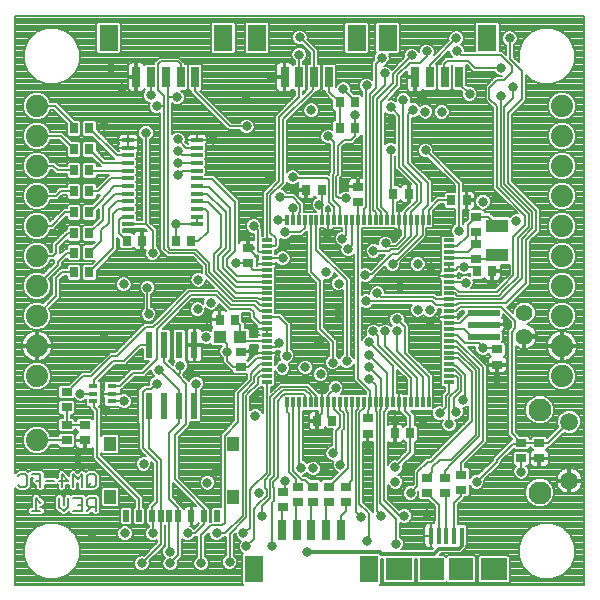
<source format=gbl>
G75*
G70*
%OFA0B0*%
%FSLAX24Y24*%
%IPPOS*%
%LPD*%
%AMOC8*
5,1,8,0,0,1.08239X$1,22.5*
%
%ADD10C,0.0070*%
%ADD11R,0.0433X0.0394*%
%ADD12R,0.0276X0.0354*%
%ADD13R,0.0390X0.0120*%
%ADD14R,0.0354X0.0118*%
%ADD15R,0.0118X0.0354*%
%ADD16R,0.0354X0.0276*%
%ADD17C,0.0740*%
%ADD18R,0.1102X0.0197*%
%ADD19R,0.1102X0.0201*%
%ADD20R,0.0748X0.0433*%
%ADD21C,0.0554*%
%ADD22R,0.0315X0.0157*%
%ADD23R,0.0236X0.0866*%
%ADD24R,0.0197X0.0394*%
%ADD25R,0.0413X0.0472*%
%ADD26R,0.0276X0.0709*%
%ADD27R,0.0630X0.0866*%
%ADD28R,0.0157X0.0551*%
%ADD29R,0.0787X0.0748*%
%ADD30R,0.0866X0.0748*%
%ADD31C,0.0594*%
%ADD32C,0.0768*%
%ADD33C,0.0080*%
%ADD34C,0.0320*%
%ADD35C,0.0120*%
%ADD36C,0.0060*%
%ADD37C,0.0310*%
D10*
X001387Y005625D02*
X001673Y005625D01*
X001530Y005625D02*
X001530Y006055D01*
X001673Y005912D01*
X001673Y006425D02*
X001673Y006855D01*
X001387Y006855D01*
X001213Y006784D02*
X001213Y006497D01*
X001141Y006425D01*
X000998Y006425D01*
X000926Y006497D01*
X000926Y006784D02*
X000998Y006855D01*
X001141Y006855D01*
X001213Y006784D01*
X001530Y006640D02*
X001673Y006640D01*
X001847Y006640D02*
X002134Y006640D01*
X002307Y006640D02*
X002594Y006640D01*
X002379Y006855D01*
X002379Y006425D01*
X002307Y006055D02*
X002307Y005768D01*
X002451Y005625D01*
X002594Y005768D01*
X002594Y006055D01*
X002768Y006055D02*
X003055Y006055D01*
X003055Y005625D01*
X002768Y005625D01*
X002911Y005840D02*
X003055Y005840D01*
X003228Y005840D02*
X003228Y005984D01*
X003300Y006055D01*
X003515Y006055D01*
X003515Y005625D01*
X003515Y005768D02*
X003300Y005768D01*
X003228Y005840D01*
X003372Y005768D02*
X003228Y005625D01*
X003228Y006425D02*
X003372Y006568D01*
X003443Y006425D02*
X003515Y006497D01*
X003515Y006784D01*
X003443Y006855D01*
X003300Y006855D01*
X003228Y006784D01*
X003228Y006497D01*
X003300Y006425D01*
X003443Y006425D01*
X003055Y006425D02*
X003055Y006855D01*
X002911Y006712D01*
X002768Y006855D01*
X002768Y006425D01*
D11*
X007665Y011440D03*
X008335Y011440D03*
D12*
X008156Y012010D03*
X007644Y012010D03*
X006706Y014615D03*
X006194Y014615D03*
X005056Y014640D03*
X004544Y014640D03*
X003306Y014890D03*
X002794Y014890D03*
X002794Y014240D03*
X003306Y014240D03*
X003306Y013590D03*
X002794Y013590D03*
X002794Y015590D03*
X003306Y015590D03*
X003306Y016290D03*
X002794Y016290D03*
X002794Y016990D03*
X003306Y016990D03*
X003306Y017690D03*
X002794Y017690D03*
X002794Y018390D03*
X003306Y018390D03*
X010534Y016340D03*
X011046Y016340D03*
X011644Y018390D03*
X012156Y018390D03*
X012156Y019250D03*
X011644Y019250D03*
X013434Y016210D03*
X013946Y016210D03*
X015364Y015990D03*
X015876Y015990D03*
X016224Y013620D03*
X016736Y013620D03*
X014006Y008215D03*
X013494Y008215D03*
X011406Y008640D03*
X010894Y008640D03*
D13*
X006899Y015183D03*
X006899Y015438D03*
X006899Y015694D03*
X006899Y015950D03*
X006899Y016206D03*
X006899Y016462D03*
X006899Y016718D03*
X006899Y016974D03*
X006899Y017230D03*
X006899Y017486D03*
X006899Y017742D03*
X006899Y017997D03*
X004601Y017997D03*
X004601Y017742D03*
X004601Y017486D03*
X004601Y017230D03*
X004601Y016974D03*
X004601Y016718D03*
X004601Y016462D03*
X004601Y016206D03*
X004601Y015950D03*
X004601Y015694D03*
X004601Y015438D03*
X004601Y015183D03*
D14*
X009211Y014652D03*
X009211Y014455D03*
X009211Y014259D03*
X009211Y014062D03*
X009211Y013865D03*
X009211Y013668D03*
X009211Y013471D03*
X009211Y013274D03*
X009211Y013077D03*
X009211Y012881D03*
X009211Y012684D03*
X009211Y012487D03*
X009211Y012290D03*
X009211Y012093D03*
X009211Y011896D03*
X009211Y011699D03*
X009211Y011503D03*
X009211Y011306D03*
X009211Y011109D03*
X009211Y010912D03*
X009211Y010715D03*
X009211Y010518D03*
X009211Y010321D03*
X009211Y010125D03*
X009211Y009928D03*
X015289Y009928D03*
X015289Y010125D03*
X015289Y010321D03*
X015289Y010518D03*
X015289Y010715D03*
X015289Y010912D03*
X015289Y011109D03*
X015289Y011306D03*
X015289Y011503D03*
X015289Y011699D03*
X015289Y011896D03*
X015289Y012093D03*
X015289Y012290D03*
X015289Y012487D03*
X015289Y012684D03*
X015289Y012881D03*
X015289Y013077D03*
X015289Y013274D03*
X015289Y013471D03*
X015289Y013668D03*
X015289Y013865D03*
X015289Y014062D03*
X015289Y014259D03*
X015289Y014455D03*
X015289Y014652D03*
D15*
X014612Y015329D03*
X014415Y015329D03*
X014219Y015329D03*
X014022Y015329D03*
X013825Y015329D03*
X013628Y015329D03*
X013431Y015329D03*
X013234Y015329D03*
X013037Y015329D03*
X012841Y015329D03*
X012644Y015329D03*
X012447Y015329D03*
X012250Y015329D03*
X012053Y015329D03*
X011856Y015329D03*
X011659Y015329D03*
X011463Y015329D03*
X011266Y015329D03*
X011069Y015329D03*
X010872Y015329D03*
X010675Y015329D03*
X010478Y015329D03*
X010281Y015329D03*
X010085Y015329D03*
X009888Y015329D03*
X009888Y009251D03*
X010085Y009251D03*
X010281Y009251D03*
X010478Y009251D03*
X010675Y009251D03*
X010872Y009251D03*
X011069Y009251D03*
X011266Y009251D03*
X011463Y009251D03*
X011659Y009251D03*
X011856Y009251D03*
X012053Y009251D03*
X012250Y009251D03*
X012447Y009251D03*
X012644Y009251D03*
X012841Y009251D03*
X013037Y009251D03*
X013234Y009251D03*
X013431Y009251D03*
X013628Y009251D03*
X013825Y009251D03*
X014022Y009251D03*
X014219Y009251D03*
X014415Y009251D03*
X014612Y009251D03*
D16*
X012575Y008721D03*
X012575Y008209D03*
X011850Y006446D03*
X011850Y005934D03*
X011300Y005934D03*
X011300Y006446D03*
X010750Y006446D03*
X010260Y006446D03*
X010260Y005934D03*
X010750Y005934D03*
X009770Y005764D03*
X009770Y006276D03*
X008350Y010434D03*
X008350Y010946D03*
X008600Y013884D03*
X008600Y014396D03*
X012250Y015934D03*
X012250Y016446D03*
X016200Y015446D03*
X016200Y014934D03*
X016200Y014546D03*
X016200Y014034D03*
X016900Y011021D03*
X016900Y010509D03*
X017700Y007896D03*
X017700Y007384D03*
X018300Y007384D03*
X018300Y007896D03*
X015700Y006846D03*
X015150Y006746D03*
X015150Y006234D03*
X015700Y006334D03*
X014550Y006234D03*
X014550Y006746D03*
X003150Y007984D03*
X003150Y008496D03*
X002550Y008496D03*
X002550Y007984D03*
X002550Y009084D03*
X002550Y009596D03*
D17*
X001550Y010140D03*
X001550Y011140D03*
X001550Y012140D03*
X001550Y013140D03*
X001550Y014140D03*
X001550Y015140D03*
X001550Y016140D03*
X001550Y017140D03*
X001550Y018140D03*
X001550Y019140D03*
X001550Y007990D03*
X019050Y010140D03*
X019050Y011140D03*
X019050Y012140D03*
X019050Y013140D03*
X019050Y014140D03*
X019050Y015140D03*
X019050Y016140D03*
X019050Y017140D03*
X019050Y018140D03*
X019050Y019140D03*
D18*
X016450Y012234D03*
X016450Y011840D03*
D19*
X016450Y011446D03*
D20*
X016900Y014148D03*
X016900Y015132D03*
D21*
X017800Y012234D03*
X017800Y011446D03*
D22*
X004065Y009796D03*
X004065Y009540D03*
X004065Y009284D03*
X003435Y009284D03*
X003435Y009540D03*
X003435Y009796D03*
D23*
X005300Y009116D03*
X005800Y009116D03*
X006300Y009116D03*
X006800Y009116D03*
X006800Y011164D03*
X006300Y011164D03*
X005800Y011164D03*
X005300Y011164D03*
D24*
X005400Y005468D03*
X005696Y005468D03*
X005971Y005468D03*
X006267Y005468D03*
X006700Y005468D03*
X007133Y005468D03*
X007566Y005468D03*
X004967Y005468D03*
X004534Y005468D03*
D25*
X003993Y006102D03*
X003993Y007854D03*
X008107Y007854D03*
X008107Y006102D03*
D26*
X009716Y004990D03*
X010208Y004990D03*
X010700Y004990D03*
X011192Y004990D03*
X011684Y004990D03*
X011284Y020090D03*
X010792Y020090D03*
X010300Y020090D03*
X009808Y020090D03*
X006834Y020090D03*
X006342Y020090D03*
X005850Y020090D03*
X005358Y020090D03*
X004866Y020090D03*
X014158Y020090D03*
X014650Y020090D03*
X015142Y020090D03*
X015634Y020090D03*
D27*
X016559Y021389D03*
X013241Y021389D03*
X012209Y021389D03*
X008891Y021389D03*
X007759Y021389D03*
X003941Y021389D03*
X008791Y003691D03*
X012609Y003691D03*
D28*
X014688Y004812D03*
X014944Y004812D03*
X015200Y004812D03*
X015456Y004812D03*
X015712Y004812D03*
D29*
X015692Y003690D03*
X014708Y003690D03*
D30*
X013625Y003690D03*
X016775Y003690D03*
D31*
X019300Y006640D03*
X019300Y008609D03*
D32*
X018316Y009002D03*
X018316Y006246D03*
D33*
X000840Y006392D02*
X000840Y003180D01*
X008412Y003180D01*
X008376Y003216D01*
X008376Y004165D01*
X008426Y004216D01*
X008393Y004230D01*
X008320Y004303D01*
X008280Y004398D01*
X008280Y004502D01*
X008320Y004597D01*
X008363Y004641D01*
X008293Y004670D01*
X008220Y004743D01*
X008180Y004838D01*
X008180Y004886D01*
X008110Y004816D01*
X008110Y004158D01*
X008127Y004150D01*
X008200Y004077D01*
X008240Y003982D01*
X008240Y003878D01*
X008200Y003783D01*
X008127Y003710D01*
X008032Y003670D01*
X007928Y003670D01*
X007833Y003710D01*
X007760Y003783D01*
X007720Y003878D01*
X007720Y003982D01*
X007760Y004077D01*
X007833Y004150D01*
X007850Y004158D01*
X007850Y004760D01*
X007778Y004760D01*
X007770Y004743D01*
X007697Y004670D01*
X007602Y004630D01*
X007498Y004630D01*
X007403Y004670D01*
X007330Y004743D01*
X007290Y004838D01*
X007290Y004896D01*
X007160Y004766D01*
X007160Y004118D01*
X007177Y004110D01*
X007250Y004037D01*
X007290Y003942D01*
X007290Y003838D01*
X007250Y003743D01*
X007177Y003670D01*
X007082Y003630D01*
X006978Y003630D01*
X006883Y003670D01*
X006810Y003743D01*
X006770Y003838D01*
X006770Y003942D01*
X006810Y004037D01*
X006883Y004110D01*
X006900Y004118D01*
X006900Y004781D01*
X006879Y004760D01*
X006803Y004760D01*
X006795Y004743D01*
X006722Y004670D01*
X006627Y004630D01*
X006523Y004630D01*
X006428Y004670D01*
X006397Y004701D01*
X006397Y004103D01*
X006253Y003959D01*
X006260Y003942D01*
X006260Y003838D01*
X006220Y003743D01*
X006147Y003670D01*
X006052Y003630D01*
X005948Y003630D01*
X005853Y003670D01*
X005780Y003743D01*
X005740Y003838D01*
X005740Y003942D01*
X005780Y004037D01*
X005817Y004075D01*
X005770Y004123D01*
X005730Y004218D01*
X005730Y004322D01*
X005770Y004417D01*
X005831Y004479D01*
X005831Y005171D01*
X005830Y005171D01*
X005830Y004486D01*
X005754Y004410D01*
X005754Y004410D01*
X005303Y003959D01*
X005310Y003942D01*
X005310Y003838D01*
X005270Y003743D01*
X005197Y003670D01*
X005102Y003630D01*
X004998Y003630D01*
X004903Y003670D01*
X004830Y003743D01*
X004790Y003838D01*
X004790Y003942D01*
X004830Y004037D01*
X004903Y004110D01*
X004998Y004150D01*
X005102Y004150D01*
X005119Y004143D01*
X005570Y004594D01*
X005570Y004669D01*
X005477Y004630D01*
X005373Y004630D01*
X005278Y004670D01*
X005205Y004743D01*
X005165Y004838D01*
X005165Y004942D01*
X005205Y005037D01*
X005278Y005110D01*
X005295Y005118D01*
X005295Y005171D01*
X005261Y005171D01*
X005202Y005230D01*
X005202Y005706D01*
X005260Y005765D01*
X005260Y005838D01*
X005410Y005988D01*
X005410Y007222D01*
X005363Y007269D01*
X005370Y007252D01*
X005370Y007148D01*
X005330Y007053D01*
X005257Y006980D01*
X005162Y006940D01*
X005058Y006940D01*
X004963Y006980D01*
X004890Y007053D01*
X004850Y007148D01*
X004850Y007252D01*
X004890Y007347D01*
X004963Y007420D01*
X005058Y007460D01*
X005162Y007460D01*
X005179Y007453D01*
X005102Y007530D01*
X005092Y007530D01*
X005010Y007612D01*
X005010Y007622D01*
X004950Y007682D01*
X004950Y008562D01*
X004940Y008572D01*
X004940Y009658D01*
X005040Y009758D01*
X005122Y009840D01*
X005290Y009840D01*
X005290Y009932D01*
X005330Y010027D01*
X005403Y010100D01*
X005466Y010127D01*
X005400Y010193D01*
X005360Y010288D01*
X005360Y010326D01*
X005220Y010186D01*
X005144Y010110D01*
X004814Y010110D01*
X004440Y009736D01*
X004364Y009660D01*
X004356Y009660D01*
X004362Y009637D01*
X004362Y009540D01*
X004065Y009540D01*
X004065Y009540D01*
X004362Y009540D01*
X004362Y009531D01*
X004408Y009550D01*
X004512Y009550D01*
X004607Y009510D01*
X004680Y009437D01*
X004720Y009342D01*
X004720Y009238D01*
X004680Y009143D01*
X004607Y009070D01*
X004512Y009030D01*
X004408Y009030D01*
X004313Y009070D01*
X004270Y009112D01*
X004264Y009105D01*
X003866Y009105D01*
X003807Y009164D01*
X003807Y009363D01*
X003795Y009375D01*
X003777Y009407D01*
X003767Y009443D01*
X003767Y009540D01*
X004065Y009540D01*
X003767Y009540D01*
X003767Y009637D01*
X003777Y009673D01*
X003795Y009705D01*
X003807Y009717D01*
X003807Y009916D01*
X003866Y009975D01*
X004264Y009975D01*
X004287Y009951D01*
X004706Y010370D01*
X005036Y010370D01*
X005297Y010631D01*
X005140Y010631D01*
X005082Y010689D01*
X005082Y011024D01*
X005032Y011024D01*
X004590Y010582D01*
X004508Y010500D01*
X004158Y010500D01*
X003633Y009975D01*
X003634Y009975D01*
X003693Y009916D01*
X003693Y009676D01*
X003685Y009668D01*
X003693Y009660D01*
X003693Y009420D01*
X003685Y009412D01*
X003693Y009404D01*
X003693Y009164D01*
X003634Y009105D01*
X003633Y009105D01*
X003690Y009048D01*
X003690Y008135D01*
X003745Y008190D01*
X004241Y008190D01*
X004300Y008131D01*
X004300Y007576D01*
X004241Y007518D01*
X003745Y007518D01*
X003690Y007572D01*
X003690Y007498D01*
X005107Y006081D01*
X005107Y005765D01*
X005166Y005706D01*
X005166Y005230D01*
X005107Y005171D01*
X004827Y005171D01*
X004769Y005230D01*
X004769Y005706D01*
X004827Y005765D01*
X004827Y005965D01*
X003492Y007300D01*
X003410Y007382D01*
X003410Y007732D01*
X003381Y007716D01*
X003346Y007706D01*
X003179Y007706D01*
X003179Y007955D01*
X003121Y007955D01*
X003121Y007706D01*
X002954Y007706D01*
X002919Y007716D01*
X002887Y007734D01*
X002861Y007760D01*
X002842Y007792D01*
X002833Y007828D01*
X002833Y007955D01*
X003121Y007955D01*
X003121Y008013D01*
X002833Y008013D01*
X002833Y008140D01*
X002842Y008176D01*
X002861Y008208D01*
X002887Y008234D01*
X002919Y008252D01*
X002940Y008258D01*
X002931Y008258D01*
X002873Y008317D01*
X002873Y008356D01*
X002827Y008356D01*
X002827Y008317D01*
X002769Y008258D01*
X002331Y008258D01*
X002273Y008317D01*
X002273Y008675D01*
X002331Y008734D01*
X002410Y008734D01*
X002410Y008846D01*
X002331Y008846D01*
X002273Y008905D01*
X002273Y009263D01*
X002331Y009322D01*
X002769Y009322D01*
X002827Y009263D01*
X002827Y008905D01*
X002769Y008846D01*
X002690Y008846D01*
X002690Y008734D01*
X002769Y008734D01*
X002827Y008675D01*
X002827Y008636D01*
X002873Y008636D01*
X002873Y008675D01*
X002931Y008734D01*
X003369Y008734D01*
X003410Y008692D01*
X003410Y008932D01*
X003392Y008950D01*
X003310Y009032D01*
X003310Y009105D01*
X003236Y009105D01*
X003178Y009164D01*
X003178Y009350D01*
X003147Y009320D01*
X003052Y009280D01*
X002948Y009280D01*
X002853Y009320D01*
X002791Y009381D01*
X002769Y009358D01*
X002331Y009358D01*
X002273Y009417D01*
X002273Y009775D01*
X002331Y009834D01*
X002630Y009834D01*
X002700Y009904D01*
X002970Y010174D01*
X003046Y010250D01*
X003316Y010250D01*
X003910Y010844D01*
X003986Y010920D01*
X004156Y010920D01*
X005050Y011814D01*
X005126Y011890D01*
X005376Y011890D01*
X005480Y011994D01*
X006490Y013004D01*
X006566Y013080D01*
X007451Y013080D01*
X007190Y013341D01*
X007190Y013288D01*
X007150Y013193D01*
X007077Y013120D01*
X006982Y013080D01*
X006878Y013080D01*
X006783Y013120D01*
X006710Y013193D01*
X006670Y013288D01*
X006670Y013392D01*
X006710Y013487D01*
X006783Y013560D01*
X006878Y013600D01*
X006982Y013600D01*
X007045Y013574D01*
X007045Y013786D01*
X007021Y013810D01*
X006746Y014085D01*
X005896Y014085D01*
X005746Y014235D01*
X005670Y014311D01*
X005670Y018883D01*
X005602Y018855D01*
X005498Y018855D01*
X005403Y018895D01*
X005330Y018968D01*
X005290Y019063D01*
X005290Y019167D01*
X005316Y019230D01*
X005298Y019230D01*
X005203Y019270D01*
X005130Y019343D01*
X005090Y019438D01*
X005090Y019542D01*
X005130Y019637D01*
X005153Y019661D01*
X005134Y019681D01*
X005116Y019650D01*
X005090Y019624D01*
X005058Y019605D01*
X005022Y019596D01*
X004895Y019596D01*
X004895Y020061D01*
X004837Y020061D01*
X004837Y019596D01*
X004710Y019596D01*
X004674Y019605D01*
X004642Y019624D01*
X004616Y019650D01*
X004597Y019682D01*
X004588Y019717D01*
X004588Y020061D01*
X004837Y020061D01*
X004837Y020119D01*
X004837Y020584D01*
X004710Y020584D01*
X004674Y020575D01*
X004642Y020556D01*
X004616Y020530D01*
X004597Y020498D01*
X004588Y020463D01*
X004588Y020119D01*
X004837Y020119D01*
X004895Y020119D01*
X004895Y020584D01*
X005022Y020584D01*
X005058Y020575D01*
X005090Y020556D01*
X005116Y020530D01*
X005134Y020499D01*
X005179Y020544D01*
X005470Y020544D01*
X005470Y020594D01*
X005545Y020669D01*
X005621Y020745D01*
X006304Y020745D01*
X006404Y020645D01*
X006480Y020569D01*
X006480Y020544D01*
X006521Y020544D01*
X006580Y020486D01*
X006580Y019694D01*
X006521Y019636D01*
X006372Y019636D01*
X006372Y019635D01*
X006445Y019562D01*
X006485Y019467D01*
X006485Y019363D01*
X006445Y019268D01*
X006372Y019195D01*
X006277Y019155D01*
X006173Y019155D01*
X006078Y019195D01*
X006055Y019217D01*
X006055Y018188D01*
X006103Y018235D01*
X006198Y018275D01*
X006302Y018275D01*
X006397Y018235D01*
X006470Y018162D01*
X006510Y018067D01*
X006510Y017963D01*
X006503Y017946D01*
X006577Y017872D01*
X006580Y017872D01*
X006573Y017883D01*
X006564Y017919D01*
X006564Y017997D01*
X006899Y017997D01*
X006899Y017997D01*
X007234Y017997D01*
X007234Y017919D01*
X007224Y017883D01*
X007206Y017852D01*
X007194Y017839D01*
X007194Y017640D01*
X007167Y017614D01*
X007194Y017587D01*
X007194Y017384D01*
X007167Y017358D01*
X007194Y017331D01*
X007194Y017128D01*
X007167Y017102D01*
X007194Y017075D01*
X007194Y016872D01*
X007167Y016846D01*
X007183Y016830D01*
X007458Y016830D01*
X007540Y016748D01*
X008190Y016098D01*
X008190Y016098D01*
X008290Y015998D01*
X008290Y014579D01*
X008292Y014588D01*
X008311Y014620D01*
X008337Y014646D01*
X008369Y014664D01*
X008404Y014674D01*
X008571Y014674D01*
X008571Y014425D01*
X008629Y014425D01*
X008629Y014674D01*
X008780Y014674D01*
X008780Y014870D01*
X008728Y014870D01*
X008633Y014910D01*
X008560Y014983D01*
X008520Y015078D01*
X008520Y015182D01*
X008560Y015277D01*
X008633Y015350D01*
X008728Y015390D01*
X008832Y015390D01*
X008927Y015350D01*
X009000Y015277D01*
X009040Y015182D01*
X009040Y015078D01*
X009037Y015071D01*
X009060Y015048D01*
X009060Y014811D01*
X009081Y014811D01*
X009081Y016264D01*
X009490Y016674D01*
X009490Y018804D01*
X010170Y019484D01*
X010170Y019636D01*
X010121Y019636D01*
X010076Y019681D01*
X010058Y019650D01*
X010032Y019624D01*
X010000Y019605D01*
X009964Y019596D01*
X009837Y019596D01*
X009837Y020061D01*
X009779Y020061D01*
X009779Y019596D01*
X009652Y019596D01*
X009616Y019605D01*
X009584Y019624D01*
X009558Y019650D01*
X009540Y019682D01*
X009530Y019717D01*
X009530Y020061D01*
X009779Y020061D01*
X009779Y020119D01*
X009779Y020584D01*
X009652Y020584D01*
X009616Y020575D01*
X009584Y020556D01*
X009558Y020530D01*
X009540Y020498D01*
X009530Y020463D01*
X009530Y020119D01*
X009779Y020119D01*
X009837Y020119D01*
X009837Y020584D01*
X009964Y020584D01*
X010000Y020575D01*
X010032Y020556D01*
X010058Y020530D01*
X010076Y020499D01*
X010121Y020544D01*
X010170Y020544D01*
X010170Y020612D01*
X010153Y020620D01*
X010080Y020693D01*
X010040Y020788D01*
X002990Y020788D01*
X002990Y020710D02*
X005586Y020710D01*
X005507Y020631D02*
X002990Y020631D01*
X002990Y020603D02*
X002847Y020258D01*
X002582Y019993D01*
X002237Y019850D01*
X001863Y019850D01*
X001518Y019993D01*
X001253Y020258D01*
X001110Y020603D01*
X001110Y020977D01*
X001253Y021322D01*
X001518Y021587D01*
X001863Y021730D01*
X002237Y021730D01*
X002582Y021587D01*
X002847Y021322D01*
X002990Y020977D01*
X002990Y020603D01*
X002969Y020553D02*
X004638Y020553D01*
X004591Y020474D02*
X002937Y020474D01*
X002904Y020396D02*
X004588Y020396D01*
X004588Y020317D02*
X002872Y020317D01*
X002828Y020239D02*
X004588Y020239D01*
X004588Y020160D02*
X002749Y020160D01*
X002671Y020082D02*
X004837Y020082D01*
X004837Y020160D02*
X004895Y020160D01*
X004895Y020239D02*
X004837Y020239D01*
X004837Y020317D02*
X004895Y020317D01*
X004895Y020396D02*
X004837Y020396D01*
X004837Y020474D02*
X004895Y020474D01*
X004895Y020553D02*
X004837Y020553D01*
X005093Y020553D02*
X005470Y020553D01*
X004895Y020003D02*
X004837Y020003D01*
X004837Y019925D02*
X004895Y019925D01*
X004895Y019846D02*
X004837Y019846D01*
X004837Y019768D02*
X004895Y019768D01*
X004895Y019689D02*
X004837Y019689D01*
X004837Y019611D02*
X004895Y019611D01*
X005067Y019611D02*
X005119Y019611D01*
X005090Y019532D02*
X001823Y019532D01*
X001816Y019538D02*
X001643Y019610D01*
X001457Y019610D01*
X001284Y019538D01*
X001152Y019406D01*
X001080Y019233D01*
X001080Y019047D01*
X001152Y018874D01*
X001284Y018742D01*
X001457Y018670D01*
X001643Y018670D01*
X001816Y018742D01*
X001948Y018874D01*
X002001Y019000D01*
X002092Y019000D01*
X002556Y018536D01*
X002556Y018171D01*
X002615Y018113D01*
X002973Y018113D01*
X003032Y018171D01*
X003032Y018609D01*
X002973Y018667D01*
X002821Y018667D01*
X002290Y019198D01*
X002208Y019280D01*
X002001Y019280D01*
X001948Y019406D01*
X001816Y019538D01*
X001901Y019454D02*
X005090Y019454D01*
X005116Y019375D02*
X001961Y019375D01*
X001994Y019297D02*
X005176Y019297D01*
X005311Y019218D02*
X002270Y019218D01*
X002348Y019140D02*
X005290Y019140D01*
X005291Y019061D02*
X002427Y019061D01*
X002505Y018983D02*
X005323Y018983D01*
X005393Y018904D02*
X002584Y018904D01*
X002662Y018826D02*
X005670Y018826D01*
X005670Y018747D02*
X002741Y018747D01*
X002819Y018669D02*
X005670Y018669D01*
X005670Y018590D02*
X003544Y018590D01*
X003544Y018609D02*
X003485Y018667D01*
X003127Y018667D01*
X003068Y018609D01*
X003068Y018171D01*
X003127Y018113D01*
X003385Y018113D01*
X004128Y017370D01*
X003824Y017370D01*
X003544Y017650D01*
X003544Y017909D01*
X003485Y017967D01*
X003127Y017967D01*
X003068Y017909D01*
X003068Y017471D01*
X003127Y017413D01*
X003385Y017413D01*
X003684Y017114D01*
X003544Y017114D01*
X003544Y017209D01*
X003485Y017267D01*
X003127Y017267D01*
X003068Y017209D01*
X003068Y016771D01*
X003127Y016713D01*
X003485Y016713D01*
X003544Y016771D01*
X003544Y016834D01*
X003946Y016834D01*
X003544Y016432D01*
X003544Y016509D01*
X003485Y016567D01*
X003127Y016567D01*
X003068Y016509D01*
X003068Y016071D01*
X003127Y016013D01*
X003485Y016013D01*
X003544Y016071D01*
X003544Y016150D01*
X003651Y016150D01*
X003549Y016037D01*
X003392Y015880D01*
X003379Y015867D01*
X003127Y015867D01*
X003068Y015809D01*
X003068Y015371D01*
X003127Y015313D01*
X003485Y015313D01*
X003544Y015371D01*
X003544Y015630D01*
X003596Y015682D01*
X003596Y015688D01*
X003610Y015702D01*
X003610Y015392D01*
X003385Y015167D01*
X003127Y015167D01*
X003068Y015109D01*
X003068Y014671D01*
X003127Y014613D01*
X003481Y014613D01*
X003385Y014517D01*
X003127Y014517D01*
X003068Y014459D01*
X003068Y014021D01*
X003127Y013963D01*
X003481Y013963D01*
X003385Y013867D01*
X003127Y013867D01*
X003068Y013809D01*
X003068Y013371D01*
X003127Y013313D01*
X003485Y013313D01*
X003544Y013371D01*
X003544Y013630D01*
X004240Y014326D01*
X004240Y014746D01*
X004306Y014680D01*
X004306Y014421D01*
X004365Y014363D01*
X004723Y014363D01*
X004782Y014421D01*
X004782Y014430D01*
X004788Y014409D01*
X004806Y014377D01*
X004832Y014351D01*
X004240Y014351D01*
X004240Y014430D02*
X004306Y014430D01*
X004306Y014508D02*
X004240Y014508D01*
X004240Y014587D02*
X004306Y014587D01*
X004306Y014665D02*
X004240Y014665D01*
X004240Y014744D02*
X004243Y014744D01*
X004300Y014884D02*
X004544Y014640D01*
X004465Y014917D02*
X004440Y014942D01*
X004440Y015023D01*
X004838Y015023D01*
X004858Y015043D01*
X005139Y015043D01*
X005230Y014953D01*
X005212Y014957D01*
X005085Y014957D01*
X005085Y014669D01*
X005027Y014669D01*
X005027Y014957D01*
X004900Y014957D01*
X004864Y014948D01*
X004832Y014929D01*
X004806Y014903D01*
X004788Y014871D01*
X004782Y014850D01*
X004782Y014859D01*
X004723Y014917D01*
X004465Y014917D01*
X004440Y014979D02*
X005203Y014979D01*
X005085Y014901D02*
X005027Y014901D01*
X005027Y014822D02*
X005085Y014822D01*
X005085Y014744D02*
X005027Y014744D01*
X005027Y014611D02*
X005085Y014611D01*
X005085Y014323D01*
X005177Y014323D01*
X005160Y014282D01*
X005160Y014178D01*
X005200Y014083D01*
X005273Y014010D01*
X005368Y013970D01*
X005472Y013970D01*
X005567Y014010D01*
X005640Y014083D01*
X005680Y014178D01*
X005680Y014282D01*
X005640Y014377D01*
X005567Y014450D01*
X005560Y014453D01*
X005560Y015018D01*
X005478Y015100D01*
X005337Y015241D01*
X005337Y018010D01*
X005410Y018083D01*
X005450Y018178D01*
X005450Y018282D01*
X005410Y018377D01*
X005337Y018450D01*
X005242Y018490D01*
X005138Y018490D01*
X005043Y018450D01*
X004970Y018377D01*
X004930Y018282D01*
X004930Y018178D01*
X004970Y018083D01*
X005043Y018010D01*
X005057Y018003D01*
X005057Y015323D01*
X004882Y015323D01*
X004896Y015337D01*
X004896Y015540D01*
X004870Y015566D01*
X004896Y015593D01*
X004896Y015796D01*
X004870Y015822D01*
X004896Y015849D01*
X004896Y016052D01*
X004870Y016078D01*
X005057Y016078D01*
X005057Y016000D02*
X004896Y016000D01*
X004896Y015921D02*
X005057Y015921D01*
X005057Y015843D02*
X004890Y015843D01*
X004896Y015764D02*
X005057Y015764D01*
X005057Y015686D02*
X004896Y015686D01*
X004896Y015607D02*
X005057Y015607D01*
X005057Y015529D02*
X004896Y015529D01*
X004896Y015450D02*
X005057Y015450D01*
X005057Y015372D02*
X004896Y015372D01*
X004601Y015183D02*
X005197Y015183D01*
X005197Y018223D01*
X005190Y018230D01*
X005368Y018041D02*
X005670Y018041D01*
X005670Y018119D02*
X005425Y018119D01*
X005450Y018198D02*
X005670Y018198D01*
X005670Y018276D02*
X005450Y018276D01*
X005420Y018355D02*
X005670Y018355D01*
X005670Y018433D02*
X005355Y018433D01*
X005670Y018512D02*
X003544Y018512D01*
X003544Y018433D02*
X005025Y018433D01*
X004960Y018355D02*
X003544Y018355D01*
X003544Y018350D02*
X003544Y018609D01*
X003306Y018390D02*
X004210Y017486D01*
X004601Y017486D01*
X004601Y017742D02*
X004266Y017742D01*
X004601Y017742D01*
X004601Y017997D01*
X004601Y017997D01*
X004266Y017997D01*
X004266Y017919D01*
X004276Y017883D01*
X004284Y017870D01*
X004276Y017856D01*
X004266Y017820D01*
X004266Y017742D01*
X004266Y017663D01*
X004276Y017628D01*
X004277Y017626D01*
X004268Y017626D01*
X003544Y018350D01*
X003618Y018276D02*
X004930Y018276D01*
X004930Y018198D02*
X003696Y018198D01*
X003775Y018119D02*
X004280Y018119D01*
X004276Y018112D02*
X004266Y018076D01*
X004266Y017997D01*
X004601Y017997D01*
X004601Y017997D01*
X004601Y017797D01*
X004601Y017742D01*
X004601Y017742D01*
X004601Y017742D01*
X004936Y017742D01*
X004936Y017820D01*
X004927Y017856D01*
X004919Y017870D01*
X004927Y017883D01*
X004936Y017919D01*
X004936Y017997D01*
X004601Y017997D01*
X004601Y017997D01*
X004601Y018197D01*
X004388Y018197D01*
X004352Y018188D01*
X004320Y018170D01*
X004294Y018143D01*
X004276Y018112D01*
X004266Y018041D02*
X003853Y018041D01*
X003932Y017962D02*
X004266Y017962D01*
X004276Y017884D02*
X004010Y017884D01*
X004089Y017805D02*
X004266Y017805D01*
X004266Y017727D02*
X004167Y017727D01*
X004246Y017648D02*
X004270Y017648D01*
X004085Y017413D02*
X003781Y017413D01*
X003703Y017491D02*
X004007Y017491D01*
X003928Y017570D02*
X003624Y017570D01*
X003546Y017648D02*
X003850Y017648D01*
X003771Y017727D02*
X003544Y017727D01*
X003544Y017805D02*
X003693Y017805D01*
X003614Y017884D02*
X003544Y017884D01*
X003536Y017962D02*
X003490Y017962D01*
X003457Y018041D02*
X002642Y018041D01*
X002609Y018119D02*
X002563Y018119D01*
X002556Y018198D02*
X002485Y018198D01*
X002556Y018276D02*
X002406Y018276D01*
X002402Y018280D02*
X002001Y018280D01*
X001948Y018406D01*
X001816Y018538D01*
X001643Y018610D01*
X001457Y018610D01*
X001284Y018538D01*
X001152Y018406D01*
X001080Y018233D01*
X001080Y018047D01*
X001152Y017874D01*
X001284Y017742D01*
X001457Y017670D01*
X001643Y017670D01*
X001816Y017742D01*
X001948Y017874D01*
X002001Y018000D01*
X002286Y018000D01*
X002556Y017730D01*
X002556Y017471D01*
X002615Y017413D01*
X002973Y017413D01*
X003032Y017471D01*
X003032Y017909D01*
X002973Y017967D01*
X002715Y017967D01*
X002402Y018280D01*
X002344Y018140D02*
X002794Y017690D01*
X002556Y017727D02*
X001780Y017727D01*
X001880Y017805D02*
X002481Y017805D01*
X002403Y017884D02*
X001952Y017884D01*
X001985Y017962D02*
X002324Y017962D01*
X002344Y018140D02*
X001550Y018140D01*
X001115Y017962D02*
X000840Y017962D01*
X000840Y017884D02*
X001148Y017884D01*
X001220Y017805D02*
X000840Y017805D01*
X000840Y017727D02*
X001320Y017727D01*
X001359Y017570D02*
X000840Y017570D01*
X000840Y017648D02*
X002556Y017648D01*
X002556Y017570D02*
X001741Y017570D01*
X001816Y017538D02*
X001643Y017610D01*
X001457Y017610D01*
X001284Y017538D01*
X001152Y017406D01*
X001080Y017233D01*
X001080Y017047D01*
X001152Y016874D01*
X001284Y016742D01*
X001457Y016670D01*
X001643Y016670D01*
X001816Y016742D01*
X001948Y016874D01*
X002001Y017000D01*
X002042Y017000D01*
X002192Y016850D01*
X002556Y016850D01*
X002556Y016771D01*
X002615Y016713D01*
X002973Y016713D01*
X003032Y016771D01*
X003032Y017209D01*
X002973Y017267D01*
X002615Y017267D01*
X002556Y017209D01*
X002556Y017130D01*
X002308Y017130D01*
X002240Y017198D01*
X002158Y017280D01*
X002001Y017280D01*
X001948Y017406D01*
X001816Y017538D01*
X001864Y017491D02*
X002556Y017491D01*
X002603Y017256D02*
X002182Y017256D01*
X002261Y017177D02*
X002556Y017177D01*
X002794Y016990D02*
X002250Y016990D01*
X002100Y017140D01*
X001550Y017140D01*
X001122Y017334D02*
X000840Y017334D01*
X000840Y017256D02*
X001089Y017256D01*
X001080Y017177D02*
X000840Y017177D01*
X000840Y017099D02*
X001080Y017099D01*
X001091Y017020D02*
X000840Y017020D01*
X000840Y016942D02*
X001123Y016942D01*
X001162Y016863D02*
X000840Y016863D01*
X000840Y016785D02*
X001241Y016785D01*
X001369Y016706D02*
X000840Y016706D01*
X000840Y016628D02*
X003740Y016628D01*
X003818Y016706D02*
X001731Y016706D01*
X001643Y016610D02*
X001457Y016610D01*
X001284Y016538D01*
X001152Y016406D01*
X001080Y016233D01*
X001080Y016047D01*
X001152Y015874D01*
X001284Y015742D01*
X001457Y015670D01*
X001643Y015670D01*
X001816Y015742D01*
X001948Y015874D01*
X002001Y016000D01*
X002258Y016000D01*
X002340Y016082D01*
X002408Y016150D01*
X002556Y016150D01*
X002556Y016071D01*
X002615Y016013D01*
X002973Y016013D01*
X003032Y016071D01*
X003032Y016509D01*
X002973Y016567D01*
X002615Y016567D01*
X002556Y016509D01*
X002556Y016430D01*
X002292Y016430D01*
X002142Y016280D01*
X002001Y016280D01*
X001948Y016406D01*
X001816Y016538D01*
X001643Y016610D01*
X001791Y016549D02*
X002597Y016549D01*
X002556Y016471D02*
X001884Y016471D01*
X001954Y016392D02*
X002254Y016392D01*
X002176Y016314D02*
X001987Y016314D01*
X002200Y016140D02*
X001550Y016140D01*
X001216Y016471D02*
X000840Y016471D01*
X000840Y016549D02*
X001309Y016549D01*
X001146Y016392D02*
X000840Y016392D01*
X000840Y016314D02*
X001113Y016314D01*
X001081Y016235D02*
X000840Y016235D01*
X000840Y016157D02*
X001080Y016157D01*
X001080Y016078D02*
X000840Y016078D01*
X000840Y016000D02*
X001099Y016000D01*
X001132Y015921D02*
X000840Y015921D01*
X000840Y015843D02*
X001183Y015843D01*
X001261Y015764D02*
X000840Y015764D01*
X000840Y015686D02*
X001419Y015686D01*
X001449Y015607D02*
X000840Y015607D01*
X000840Y015529D02*
X001274Y015529D01*
X001284Y015538D02*
X001152Y015406D01*
X001080Y015233D01*
X001080Y015047D01*
X001152Y014874D01*
X001284Y014742D01*
X001457Y014670D01*
X001643Y014670D01*
X001816Y014742D01*
X001948Y014874D01*
X002001Y015000D01*
X002108Y015000D01*
X002190Y015082D01*
X002556Y015448D01*
X002556Y015371D01*
X002615Y015313D01*
X002973Y015313D01*
X003032Y015371D01*
X003032Y015809D01*
X002973Y015867D01*
X002615Y015867D01*
X002556Y015809D01*
X002556Y015730D01*
X002442Y015730D01*
X001998Y015286D01*
X001948Y015406D01*
X001816Y015538D01*
X001643Y015610D01*
X001457Y015610D01*
X001284Y015538D01*
X001195Y015450D02*
X000840Y015450D01*
X000840Y015372D02*
X001137Y015372D01*
X001105Y015293D02*
X000840Y015293D01*
X000840Y015215D02*
X001080Y015215D01*
X001080Y015136D02*
X000840Y015136D01*
X000840Y015058D02*
X001080Y015058D01*
X001108Y014979D02*
X000840Y014979D01*
X000840Y014901D02*
X001140Y014901D01*
X001203Y014822D02*
X000840Y014822D01*
X000840Y014744D02*
X001282Y014744D01*
X001400Y014587D02*
X000840Y014587D01*
X000840Y014665D02*
X002177Y014665D01*
X002099Y014587D02*
X001700Y014587D01*
X001643Y014610D02*
X001457Y014610D01*
X001284Y014538D01*
X001152Y014406D01*
X001080Y014233D01*
X001080Y014047D01*
X001152Y013874D01*
X001284Y013742D01*
X001457Y013670D01*
X001643Y013670D01*
X001816Y013742D01*
X001948Y013874D01*
X002001Y014000D01*
X002112Y014000D01*
X002110Y013998D01*
X002110Y013898D01*
X001770Y013558D01*
X001643Y013610D01*
X001457Y013610D01*
X001284Y013538D01*
X001152Y013406D01*
X001080Y013233D01*
X001080Y013047D01*
X001152Y012874D01*
X001284Y012742D01*
X001457Y012670D01*
X001643Y012670D01*
X001816Y012742D01*
X001948Y012874D01*
X002020Y013047D01*
X002020Y013233D01*
X001968Y013360D01*
X002390Y013782D01*
X002390Y013882D01*
X002556Y014048D01*
X002556Y014021D01*
X002615Y013963D01*
X002973Y013963D01*
X003032Y014021D01*
X003032Y014459D01*
X002973Y014517D01*
X002615Y014517D01*
X002556Y014459D01*
X002556Y014380D01*
X002492Y014380D01*
X002392Y014280D01*
X002340Y014228D01*
X002340Y014432D01*
X002568Y014660D01*
X002615Y014613D01*
X002973Y014613D01*
X003032Y014671D01*
X003032Y015109D01*
X002973Y015167D01*
X002615Y015167D01*
X002556Y015109D01*
X002556Y015030D01*
X002542Y015030D01*
X002460Y014948D01*
X002060Y014548D01*
X002060Y014298D01*
X002042Y014280D01*
X002001Y014280D01*
X001948Y014406D01*
X001816Y014538D01*
X001643Y014610D01*
X001818Y014744D02*
X002256Y014744D01*
X002334Y014822D02*
X001897Y014822D01*
X001960Y014901D02*
X002413Y014901D01*
X002491Y014979D02*
X001992Y014979D01*
X002050Y015140D02*
X001550Y015140D01*
X001995Y015293D02*
X002005Y015293D01*
X001963Y015372D02*
X002084Y015372D01*
X002162Y015450D02*
X001905Y015450D01*
X001826Y015529D02*
X002241Y015529D01*
X002319Y015607D02*
X001651Y015607D01*
X001681Y015686D02*
X002398Y015686D01*
X002500Y015590D02*
X002050Y015140D01*
X002166Y015058D02*
X002556Y015058D01*
X002584Y015136D02*
X002244Y015136D01*
X002323Y015215D02*
X003432Y015215D01*
X003511Y015293D02*
X002401Y015293D01*
X002480Y015372D02*
X002556Y015372D01*
X002500Y015590D02*
X002794Y015590D01*
X003032Y015607D02*
X003068Y015607D01*
X003068Y015529D02*
X003032Y015529D01*
X003032Y015450D02*
X003068Y015450D01*
X003068Y015372D02*
X003032Y015372D01*
X003004Y015136D02*
X003096Y015136D01*
X003068Y015058D02*
X003032Y015058D01*
X003032Y014979D02*
X003068Y014979D01*
X003068Y014901D02*
X003032Y014901D01*
X003032Y014822D02*
X003068Y014822D01*
X003068Y014744D02*
X003032Y014744D01*
X003026Y014665D02*
X003074Y014665D01*
X003118Y014508D02*
X002982Y014508D01*
X003032Y014430D02*
X003068Y014430D01*
X003068Y014351D02*
X003032Y014351D01*
X003032Y014273D02*
X003068Y014273D01*
X003068Y014194D02*
X003032Y014194D01*
X003032Y014116D02*
X003068Y014116D01*
X003068Y014037D02*
X003032Y014037D01*
X002973Y013867D02*
X002615Y013867D01*
X002556Y013809D01*
X002556Y013730D01*
X002342Y013730D01*
X002260Y013648D01*
X002260Y013648D01*
X002142Y013530D01*
X002060Y013448D01*
X002060Y012848D01*
X001770Y012558D01*
X001643Y012610D01*
X001457Y012610D01*
X001284Y012538D01*
X001152Y012406D01*
X001080Y012233D01*
X001080Y012047D01*
X001152Y011874D01*
X001284Y011742D01*
X001457Y011670D01*
X001643Y011670D01*
X001816Y011742D01*
X001948Y011874D01*
X002020Y012047D01*
X002020Y012233D01*
X001968Y012360D01*
X002258Y012650D01*
X002340Y012732D01*
X002340Y013332D01*
X002458Y013450D01*
X002556Y013450D01*
X002556Y013371D01*
X002615Y013313D01*
X002973Y013313D01*
X003032Y013371D01*
X003032Y013809D01*
X002973Y013867D01*
X003032Y013802D02*
X003068Y013802D01*
X003068Y013723D02*
X003032Y013723D01*
X003032Y013645D02*
X003068Y013645D01*
X003068Y013566D02*
X003032Y013566D01*
X003032Y013488D02*
X003068Y013488D01*
X003068Y013409D02*
X003032Y013409D01*
X002991Y013331D02*
X003109Y013331D01*
X003306Y013590D02*
X004100Y014384D01*
X004100Y015540D01*
X004200Y015640D01*
X004254Y015694D01*
X004601Y015694D01*
X004601Y015438D02*
X004398Y015438D01*
X004300Y015340D01*
X004300Y014890D01*
X004300Y014884D01*
X004740Y014901D02*
X004805Y014901D01*
X005027Y014611D02*
X005027Y014323D01*
X004900Y014323D01*
X004864Y014332D01*
X004832Y014351D01*
X004782Y014430D02*
X004782Y014430D01*
X005027Y014430D02*
X005085Y014430D01*
X005085Y014508D02*
X005027Y014508D01*
X005027Y014587D02*
X005085Y014587D01*
X005085Y014351D02*
X005027Y014351D01*
X005160Y014273D02*
X004186Y014273D01*
X004108Y014194D02*
X005160Y014194D01*
X005186Y014116D02*
X004029Y014116D01*
X003951Y014037D02*
X005245Y014037D01*
X005420Y014230D02*
X005420Y014960D01*
X005197Y015183D01*
X005363Y015215D02*
X005670Y015215D01*
X005670Y015293D02*
X005337Y015293D01*
X005337Y015372D02*
X005670Y015372D01*
X005670Y015450D02*
X005337Y015450D01*
X005337Y015529D02*
X005670Y015529D01*
X005670Y015607D02*
X005337Y015607D01*
X005337Y015686D02*
X005670Y015686D01*
X005670Y015764D02*
X005337Y015764D01*
X005337Y015843D02*
X005670Y015843D01*
X005670Y015921D02*
X005337Y015921D01*
X005337Y016000D02*
X005670Y016000D01*
X005670Y016078D02*
X005337Y016078D01*
X005337Y016157D02*
X005670Y016157D01*
X005670Y016235D02*
X005337Y016235D01*
X005337Y016314D02*
X005670Y016314D01*
X005670Y016392D02*
X005337Y016392D01*
X005337Y016471D02*
X005670Y016471D01*
X005670Y016549D02*
X005337Y016549D01*
X005337Y016628D02*
X005670Y016628D01*
X005670Y016706D02*
X005337Y016706D01*
X005337Y016785D02*
X005670Y016785D01*
X005670Y016863D02*
X005337Y016863D01*
X005337Y016942D02*
X005670Y016942D01*
X005670Y017020D02*
X005337Y017020D01*
X005337Y017099D02*
X005670Y017099D01*
X005670Y017177D02*
X005337Y017177D01*
X005337Y017256D02*
X005670Y017256D01*
X005670Y017334D02*
X005337Y017334D01*
X005337Y017413D02*
X005670Y017413D01*
X005670Y017491D02*
X005337Y017491D01*
X005337Y017570D02*
X005670Y017570D01*
X005670Y017648D02*
X005337Y017648D01*
X005337Y017727D02*
X005670Y017727D01*
X005670Y017805D02*
X005337Y017805D01*
X005337Y017884D02*
X005670Y017884D01*
X005670Y017962D02*
X005337Y017962D01*
X005057Y017962D02*
X004936Y017962D01*
X004936Y017997D02*
X004936Y018076D01*
X004927Y018112D01*
X004908Y018143D01*
X004882Y018170D01*
X004850Y018188D01*
X004815Y018197D01*
X004601Y018197D01*
X004601Y017997D01*
X004601Y017997D01*
X004936Y017997D01*
X004936Y018041D02*
X005012Y018041D01*
X004955Y018119D02*
X004922Y018119D01*
X004927Y017884D02*
X005057Y017884D01*
X005057Y017805D02*
X004936Y017805D01*
X004936Y017742D02*
X004601Y017742D01*
X004601Y017742D01*
X004601Y017805D02*
X004601Y017805D01*
X004601Y017884D02*
X004601Y017884D01*
X004601Y017962D02*
X004601Y017962D01*
X004601Y018041D02*
X004601Y018041D01*
X004601Y018119D02*
X004601Y018119D01*
X004936Y017742D02*
X004936Y017663D01*
X004927Y017628D01*
X004908Y017596D01*
X004896Y017584D01*
X004896Y017384D01*
X004870Y017358D01*
X004896Y017331D01*
X004896Y017128D01*
X004870Y017102D01*
X004896Y017075D01*
X004896Y016872D01*
X004870Y016846D01*
X004896Y016819D01*
X004896Y016617D01*
X004870Y016590D01*
X004896Y016563D01*
X004896Y016361D01*
X004870Y016334D01*
X004896Y016308D01*
X004896Y016105D01*
X004870Y016078D01*
X004896Y016157D02*
X005057Y016157D01*
X005057Y016235D02*
X004896Y016235D01*
X004890Y016314D02*
X005057Y016314D01*
X005057Y016392D02*
X004896Y016392D01*
X004896Y016471D02*
X005057Y016471D01*
X005057Y016549D02*
X004896Y016549D01*
X004896Y016628D02*
X005057Y016628D01*
X005057Y016706D02*
X004896Y016706D01*
X004896Y016785D02*
X005057Y016785D01*
X005057Y016863D02*
X004887Y016863D01*
X004896Y016942D02*
X005057Y016942D01*
X005057Y017020D02*
X004896Y017020D01*
X004873Y017099D02*
X005057Y017099D01*
X005057Y017177D02*
X004896Y017177D01*
X004896Y017256D02*
X005057Y017256D01*
X005057Y017334D02*
X004893Y017334D01*
X004896Y017413D02*
X005057Y017413D01*
X005057Y017491D02*
X004896Y017491D01*
X004896Y017570D02*
X005057Y017570D01*
X005057Y017648D02*
X004932Y017648D01*
X004936Y017727D02*
X005057Y017727D01*
X004601Y017230D02*
X003766Y017230D01*
X003306Y017690D01*
X003068Y017727D02*
X003032Y017727D01*
X003032Y017805D02*
X003068Y017805D01*
X003068Y017884D02*
X003032Y017884D01*
X002978Y017962D02*
X003122Y017962D01*
X003120Y018119D02*
X002980Y018119D01*
X003032Y018198D02*
X003068Y018198D01*
X003068Y018276D02*
X003032Y018276D01*
X003032Y018355D02*
X003068Y018355D01*
X003068Y018433D02*
X003032Y018433D01*
X003032Y018512D02*
X003068Y018512D01*
X003068Y018590D02*
X003032Y018590D01*
X002794Y018496D02*
X002150Y019140D01*
X001550Y019140D01*
X001200Y018826D02*
X000840Y018826D01*
X000840Y018904D02*
X001139Y018904D01*
X001106Y018983D02*
X000840Y018983D01*
X000840Y019061D02*
X001080Y019061D01*
X001080Y019140D02*
X000840Y019140D01*
X000840Y019218D02*
X001080Y019218D01*
X001106Y019297D02*
X000840Y019297D01*
X000840Y019375D02*
X001139Y019375D01*
X001199Y019454D02*
X000840Y019454D01*
X000840Y019532D02*
X001277Y019532D01*
X000840Y019611D02*
X004665Y019611D01*
X004596Y019689D02*
X000840Y019689D01*
X000840Y019768D02*
X004588Y019768D01*
X004588Y019846D02*
X000840Y019846D01*
X000840Y019925D02*
X001683Y019925D01*
X001508Y020003D02*
X000840Y020003D01*
X000840Y020082D02*
X001429Y020082D01*
X001351Y020160D02*
X000840Y020160D01*
X000840Y020239D02*
X001272Y020239D01*
X001228Y020317D02*
X000840Y020317D01*
X000840Y020396D02*
X001196Y020396D01*
X001163Y020474D02*
X000840Y020474D01*
X000840Y020553D02*
X001131Y020553D01*
X001110Y020631D02*
X000840Y020631D01*
X000840Y020710D02*
X001110Y020710D01*
X001110Y020788D02*
X000840Y020788D01*
X000840Y020867D02*
X001110Y020867D01*
X001110Y020945D02*
X000840Y020945D01*
X000840Y021024D02*
X001129Y021024D01*
X001162Y021102D02*
X000840Y021102D01*
X000840Y021181D02*
X001194Y021181D01*
X001227Y021259D02*
X000840Y021259D01*
X000840Y021338D02*
X001268Y021338D01*
X001347Y021416D02*
X000840Y021416D01*
X000840Y021495D02*
X001425Y021495D01*
X001504Y021573D02*
X000840Y021573D01*
X000840Y021652D02*
X001674Y021652D01*
X002426Y021652D02*
X003526Y021652D01*
X003526Y021730D02*
X000840Y021730D01*
X000840Y021809D02*
X003526Y021809D01*
X003526Y021864D02*
X003526Y020915D01*
X003584Y020856D01*
X004297Y020856D01*
X004356Y020915D01*
X004356Y021864D01*
X004297Y021922D01*
X003584Y021922D01*
X003526Y021864D01*
X003549Y021887D02*
X000840Y021887D01*
X000840Y021966D02*
X019800Y021966D01*
X019800Y022044D02*
X000840Y022044D01*
X000840Y022123D02*
X019800Y022123D01*
X019800Y022140D02*
X019800Y003180D01*
X012988Y003180D01*
X013024Y003216D01*
X013024Y004030D01*
X013092Y004030D01*
X013092Y003275D01*
X013151Y003216D01*
X014100Y003216D01*
X014158Y003275D01*
X014158Y004030D01*
X014214Y004030D01*
X014214Y003275D01*
X014273Y003216D01*
X015143Y003216D01*
X015200Y003273D01*
X015257Y003216D01*
X016127Y003216D01*
X016186Y003275D01*
X016186Y004105D01*
X016127Y004164D01*
X015257Y004164D01*
X015200Y004107D01*
X015143Y004164D01*
X014980Y004164D01*
X015036Y004220D01*
X015706Y004220D01*
X015800Y004314D01*
X015872Y004386D01*
X015872Y004476D01*
X015891Y004495D01*
X015891Y005129D01*
X015832Y005188D01*
X015596Y005188D01*
X015596Y005852D01*
X015754Y006010D01*
X015830Y006086D01*
X015830Y006096D01*
X015919Y006096D01*
X015977Y006155D01*
X015977Y006483D01*
X015990Y006453D01*
X016063Y006380D01*
X016158Y006340D01*
X016262Y006340D01*
X016357Y006380D01*
X016430Y006453D01*
X016470Y006548D01*
X016470Y006652D01*
X016467Y006659D01*
X016948Y007140D01*
X017030Y007222D01*
X017030Y007282D01*
X017444Y007696D01*
X017481Y007658D01*
X017919Y007658D01*
X017977Y007717D01*
X017977Y007756D01*
X018023Y007756D01*
X018023Y007717D01*
X018081Y007658D01*
X018090Y007658D01*
X018069Y007652D01*
X018037Y007634D01*
X018011Y007608D01*
X017992Y007576D01*
X017983Y007540D01*
X017983Y007413D01*
X018271Y007413D01*
X018271Y007355D01*
X018329Y007355D01*
X018329Y007106D01*
X018496Y007106D01*
X018531Y007116D01*
X018563Y007134D01*
X018589Y007160D01*
X018608Y007192D01*
X018617Y007228D01*
X018617Y007355D01*
X018329Y007355D01*
X018329Y007413D01*
X018617Y007413D01*
X018617Y007540D01*
X018608Y007576D01*
X018589Y007608D01*
X018563Y007634D01*
X018531Y007652D01*
X018510Y007658D01*
X018519Y007658D01*
X018577Y007717D01*
X018577Y007756D01*
X018645Y007756D01*
X019136Y008247D01*
X019221Y008212D01*
X019379Y008212D01*
X019525Y008272D01*
X019636Y008384D01*
X019697Y008530D01*
X019697Y008687D01*
X019636Y008833D01*
X019525Y008945D01*
X019379Y009005D01*
X019221Y009005D01*
X019075Y008945D01*
X018964Y008833D01*
X018903Y008687D01*
X018903Y008530D01*
X018938Y008445D01*
X018573Y008079D01*
X018519Y008134D01*
X018081Y008134D01*
X018023Y008075D01*
X018023Y008036D01*
X017977Y008036D01*
X017977Y008075D01*
X017919Y008134D01*
X017646Y008134D01*
X017510Y008270D01*
X017510Y011146D01*
X017528Y011128D01*
X017581Y011090D01*
X017640Y011060D01*
X017702Y011039D01*
X017760Y011030D01*
X017760Y011406D01*
X017840Y011406D01*
X017840Y011030D01*
X017898Y011039D01*
X017960Y011060D01*
X018019Y011090D01*
X018072Y011128D01*
X018118Y011175D01*
X018157Y011228D01*
X018187Y011286D01*
X018207Y011349D01*
X018216Y011406D01*
X017840Y011406D01*
X017840Y011486D01*
X018216Y011486D01*
X018207Y011544D01*
X018187Y011606D01*
X018157Y011665D01*
X018118Y011718D01*
X018072Y011764D01*
X018019Y011803D01*
X017960Y011833D01*
X017898Y011853D01*
X017875Y011857D01*
X018014Y011914D01*
X018120Y012020D01*
X018177Y012159D01*
X018177Y012309D01*
X018120Y012447D01*
X018014Y012553D01*
X017875Y012611D01*
X017725Y012611D01*
X017586Y012553D01*
X017480Y012447D01*
X017423Y012309D01*
X017423Y012231D01*
X017224Y012430D01*
X017244Y012430D01*
X017374Y012560D01*
X017384Y012560D01*
X017924Y013100D01*
X018000Y013176D01*
X018000Y014616D01*
X018254Y014870D01*
X018330Y014946D01*
X018330Y015694D01*
X018060Y015964D01*
X017390Y016634D01*
X017390Y018846D01*
X017784Y019240D01*
X017860Y019316D01*
X017860Y020151D01*
X018018Y019993D01*
X018363Y019850D01*
X018737Y019850D01*
X019082Y019993D01*
X019347Y020258D01*
X019490Y020603D01*
X019490Y020977D01*
X019347Y021322D01*
X019082Y021587D01*
X018737Y021730D01*
X018363Y021730D01*
X018018Y021587D01*
X017753Y021322D01*
X017610Y020977D01*
X017610Y020604D01*
X017450Y020764D01*
X017450Y021162D01*
X017467Y021170D01*
X017540Y021243D01*
X017580Y021338D01*
X017580Y021442D01*
X017540Y021537D01*
X017467Y021610D01*
X017372Y021650D01*
X017268Y021650D01*
X017173Y021610D01*
X017100Y021537D01*
X017060Y021442D01*
X017060Y021338D01*
X017100Y021243D01*
X017173Y021170D01*
X017190Y021162D01*
X017190Y020834D01*
X017140Y020884D01*
X017064Y020960D01*
X016974Y020960D01*
X016974Y021864D01*
X016916Y021922D01*
X016203Y021922D01*
X016144Y021864D01*
X016144Y020960D01*
X015810Y020960D01*
X015810Y021022D01*
X015770Y021117D01*
X015698Y021190D01*
X015750Y021243D01*
X015790Y021338D01*
X015790Y021442D01*
X015750Y021537D01*
X015677Y021610D01*
X015582Y021650D01*
X015478Y021650D01*
X015383Y021610D01*
X015310Y021537D01*
X015270Y021442D01*
X015270Y021338D01*
X015277Y021321D01*
X014779Y020822D01*
X014810Y020898D01*
X014810Y021002D01*
X014770Y021097D01*
X014697Y021170D01*
X014602Y021210D01*
X014498Y021210D01*
X014403Y021170D01*
X014330Y021097D01*
X014290Y021002D01*
X014290Y020920D01*
X014270Y020967D01*
X014197Y021040D01*
X014102Y021080D01*
X013998Y021080D01*
X013903Y021040D01*
X013830Y020967D01*
X013790Y020872D01*
X013790Y020768D01*
X013797Y020751D01*
X013383Y020337D01*
X013370Y020367D01*
X013297Y020440D01*
X013202Y020480D01*
X013126Y020480D01*
X013197Y020510D01*
X013270Y020583D01*
X013310Y020678D01*
X013310Y020782D01*
X013279Y020856D01*
X013597Y020856D01*
X013656Y020915D01*
X013656Y021864D01*
X013597Y021922D01*
X012884Y021922D01*
X012826Y021864D01*
X012826Y020915D01*
X012846Y020894D01*
X012830Y020877D01*
X012790Y020782D01*
X012790Y020678D01*
X012797Y020661D01*
X012730Y020594D01*
X012730Y020008D01*
X012697Y020040D01*
X012602Y020080D01*
X012498Y020080D01*
X012403Y020040D01*
X012330Y019967D01*
X012290Y019872D01*
X012290Y019768D01*
X012330Y019673D01*
X012390Y019612D01*
X012390Y019472D01*
X012335Y019527D01*
X012131Y019527D01*
X012027Y019631D01*
X012030Y019638D01*
X012030Y019742D01*
X011990Y019837D01*
X011917Y019910D01*
X011822Y019950D01*
X011718Y019950D01*
X011623Y019910D01*
X011550Y019837D01*
X011522Y019771D01*
X011522Y020486D01*
X011463Y020544D01*
X011105Y020544D01*
X011046Y020486D01*
X011046Y019694D01*
X011105Y019636D01*
X011144Y019636D01*
X011144Y019552D01*
X011406Y019290D01*
X011406Y019031D01*
X011465Y018973D01*
X011504Y018973D01*
X011504Y018667D01*
X011465Y018667D01*
X011406Y018609D01*
X011406Y018341D01*
X011312Y018380D01*
X011208Y018380D01*
X011113Y018340D01*
X011040Y018267D01*
X011000Y018172D01*
X011000Y018068D01*
X011040Y017973D01*
X011113Y017900D01*
X011208Y017860D01*
X011312Y017860D01*
X011329Y017867D01*
X011330Y017866D01*
X011330Y016936D01*
X011323Y016927D01*
X011290Y016894D01*
X011290Y016886D01*
X011285Y016879D01*
X011289Y016845D01*
X011284Y016850D01*
X010324Y016850D01*
X010300Y016907D01*
X010227Y016980D01*
X010132Y017020D01*
X010028Y017020D01*
X009933Y016980D01*
X009890Y016938D01*
X009890Y018636D01*
X010764Y019510D01*
X010824Y019570D01*
X010890Y019636D01*
X010971Y019636D01*
X011030Y019694D01*
X011030Y020486D01*
X010971Y020544D01*
X010920Y020544D01*
X010920Y021004D01*
X010844Y021080D01*
X010844Y021080D01*
X010573Y021351D01*
X010580Y021368D01*
X010580Y021472D01*
X010540Y021567D01*
X010467Y021640D01*
X010372Y021680D01*
X010268Y021680D01*
X010173Y021640D01*
X010100Y021567D01*
X010060Y021472D01*
X010060Y021368D01*
X010100Y021273D01*
X010173Y021200D01*
X010268Y021160D01*
X010372Y021160D01*
X010389Y021167D01*
X010660Y020896D01*
X010660Y020544D01*
X010613Y020544D01*
X010554Y020486D01*
X010554Y019694D01*
X010567Y019681D01*
X010430Y019544D01*
X010430Y019636D01*
X010479Y019636D01*
X010538Y019694D01*
X010538Y020486D01*
X010479Y020544D01*
X010430Y020544D01*
X010430Y020612D01*
X010447Y020620D01*
X010520Y020693D01*
X010560Y020788D01*
X010660Y020788D01*
X010660Y020710D02*
X010527Y020710D01*
X010560Y020788D02*
X010560Y020892D01*
X010520Y020987D01*
X010447Y021060D01*
X010352Y021100D01*
X010248Y021100D01*
X010153Y021060D01*
X010080Y020987D01*
X010040Y020892D01*
X010040Y020788D01*
X010040Y020867D02*
X009257Y020867D01*
X009247Y020856D02*
X009306Y020915D01*
X009306Y021864D01*
X009247Y021922D01*
X008534Y021922D01*
X008476Y021864D01*
X008476Y020915D01*
X008534Y020856D01*
X009247Y020856D01*
X009306Y020945D02*
X010062Y020945D01*
X010116Y021024D02*
X009306Y021024D01*
X009306Y021102D02*
X010454Y021102D01*
X010484Y021024D02*
X010533Y021024D01*
X010538Y020945D02*
X010611Y020945D01*
X010660Y020867D02*
X010560Y020867D01*
X010459Y020631D02*
X010660Y020631D01*
X010660Y020553D02*
X010430Y020553D01*
X010538Y020474D02*
X010554Y020474D01*
X010554Y020396D02*
X010538Y020396D01*
X010538Y020317D02*
X010554Y020317D01*
X010554Y020239D02*
X010538Y020239D01*
X010538Y020160D02*
X010554Y020160D01*
X010554Y020082D02*
X010538Y020082D01*
X010538Y020003D02*
X010554Y020003D01*
X010554Y019925D02*
X010538Y019925D01*
X010538Y019846D02*
X010554Y019846D01*
X010554Y019768D02*
X010538Y019768D01*
X010533Y019689D02*
X010560Y019689D01*
X010497Y019611D02*
X010430Y019611D01*
X010629Y019375D02*
X011321Y019375D01*
X011400Y019297D02*
X010550Y019297D01*
X010571Y019218D02*
X010472Y019218D01*
X010482Y019140D02*
X010393Y019140D01*
X010480Y019137D02*
X010440Y019042D01*
X010440Y018938D01*
X010480Y018843D01*
X010553Y018770D01*
X010648Y018730D01*
X010752Y018730D01*
X010847Y018770D01*
X010920Y018843D01*
X010960Y018938D01*
X010960Y019042D01*
X010920Y019137D01*
X010847Y019210D01*
X010752Y019250D01*
X010648Y019250D01*
X010553Y019210D01*
X010480Y019137D01*
X010448Y019061D02*
X010315Y019061D01*
X010236Y018983D02*
X010440Y018983D01*
X010454Y018904D02*
X010158Y018904D01*
X010079Y018826D02*
X010497Y018826D01*
X010607Y018747D02*
X010001Y018747D01*
X009922Y018669D02*
X011504Y018669D01*
X011504Y018747D02*
X010793Y018747D01*
X010903Y018826D02*
X011504Y018826D01*
X011504Y018904D02*
X010946Y018904D01*
X010960Y018983D02*
X011455Y018983D01*
X011406Y019061D02*
X010952Y019061D01*
X010918Y019140D02*
X011406Y019140D01*
X011406Y019218D02*
X010829Y019218D01*
X010707Y019454D02*
X011243Y019454D01*
X011164Y019532D02*
X010786Y019532D01*
X010864Y019611D02*
X011144Y019611D01*
X011052Y019689D02*
X011025Y019689D01*
X011030Y019768D02*
X011046Y019768D01*
X011046Y019846D02*
X011030Y019846D01*
X011030Y019925D02*
X011046Y019925D01*
X011046Y020003D02*
X011030Y020003D01*
X011030Y020082D02*
X011046Y020082D01*
X011046Y020160D02*
X011030Y020160D01*
X011030Y020239D02*
X011046Y020239D01*
X011046Y020317D02*
X011030Y020317D01*
X011030Y020396D02*
X011046Y020396D01*
X011046Y020474D02*
X011030Y020474D01*
X010920Y020553D02*
X012730Y020553D01*
X012730Y020474D02*
X011522Y020474D01*
X011522Y020396D02*
X012730Y020396D01*
X012730Y020317D02*
X011522Y020317D01*
X011522Y020239D02*
X012730Y020239D01*
X012730Y020160D02*
X011522Y020160D01*
X011522Y020082D02*
X012730Y020082D01*
X012365Y020003D02*
X011522Y020003D01*
X011522Y019925D02*
X011657Y019925D01*
X011558Y019846D02*
X011522Y019846D01*
X011284Y019610D02*
X011644Y019250D01*
X011644Y018390D01*
X011406Y018355D02*
X011373Y018355D01*
X011406Y018433D02*
X009890Y018433D01*
X009890Y018355D02*
X011147Y018355D01*
X011048Y018276D02*
X009890Y018276D01*
X009890Y018198D02*
X011011Y018198D01*
X011000Y018119D02*
X009890Y018119D01*
X009890Y018041D02*
X011011Y018041D01*
X011050Y017962D02*
X009890Y017962D01*
X009890Y017884D02*
X011151Y017884D01*
X011330Y017805D02*
X009890Y017805D01*
X009890Y017727D02*
X011330Y017727D01*
X011330Y017648D02*
X009890Y017648D01*
X009890Y017570D02*
X011330Y017570D01*
X011330Y017491D02*
X009890Y017491D01*
X009890Y017413D02*
X011330Y017413D01*
X011330Y017334D02*
X009890Y017334D01*
X009890Y017256D02*
X011330Y017256D01*
X011330Y017177D02*
X009890Y017177D01*
X009890Y017099D02*
X011330Y017099D01*
X011330Y017020D02*
X009890Y017020D01*
X009890Y016942D02*
X009894Y016942D01*
X009890Y016582D02*
X009933Y016540D01*
X010028Y016500D01*
X010132Y016500D01*
X010227Y016540D01*
X010275Y016588D01*
X010266Y016571D01*
X010256Y016536D01*
X010256Y016369D01*
X010505Y016369D01*
X010505Y016311D01*
X010256Y016311D01*
X010256Y016144D01*
X010266Y016109D01*
X010284Y016077D01*
X010310Y016051D01*
X010342Y016032D01*
X010378Y016023D01*
X010505Y016023D01*
X010505Y016311D01*
X010563Y016311D01*
X010563Y016023D01*
X010690Y016023D01*
X010726Y016032D01*
X010758Y016051D01*
X010784Y016077D01*
X010802Y016109D01*
X010808Y016130D01*
X010808Y016121D01*
X010856Y016074D01*
X010823Y016060D01*
X010750Y015987D01*
X010710Y015892D01*
X010710Y015788D01*
X010750Y015693D01*
X010823Y015620D01*
X010854Y015607D01*
X010460Y015607D01*
X010853Y015607D01*
X010757Y015686D02*
X010460Y015686D01*
X010460Y015764D02*
X010720Y015764D01*
X010710Y015843D02*
X010460Y015843D01*
X010460Y015894D02*
X010384Y015970D01*
X010384Y015970D01*
X010210Y016144D01*
X010134Y016220D01*
X009892Y016220D01*
X009880Y016247D01*
X009807Y016320D01*
X009720Y016356D01*
X009814Y016450D01*
X009890Y016526D01*
X009890Y016582D01*
X009890Y016549D02*
X009923Y016549D01*
X009834Y016471D02*
X010256Y016471D01*
X010260Y016549D02*
X010237Y016549D01*
X010256Y016392D02*
X009756Y016392D01*
X009814Y016314D02*
X010505Y016314D01*
X010505Y016235D02*
X010563Y016235D01*
X010563Y016157D02*
X010505Y016157D01*
X010505Y016078D02*
X010563Y016078D01*
X010433Y015921D02*
X010722Y015921D01*
X010762Y016000D02*
X010354Y016000D01*
X010284Y016078D02*
X010276Y016078D01*
X010256Y016157D02*
X010197Y016157D01*
X010210Y016144D02*
X010210Y016144D01*
X010256Y016235D02*
X009885Y016235D01*
X009444Y016628D02*
X007660Y016628D01*
X007582Y016706D02*
X009490Y016706D01*
X009490Y016785D02*
X007503Y016785D01*
X007400Y016690D02*
X006927Y016690D01*
X006899Y016718D01*
X006899Y016462D02*
X006921Y016440D01*
X007300Y016440D01*
X007900Y015840D01*
X008000Y015740D01*
X008000Y014340D01*
X007750Y014090D01*
X007750Y013740D01*
X007800Y013690D01*
X008216Y013274D01*
X008516Y013274D01*
X009211Y013274D01*
X009198Y013090D02*
X009211Y013077D01*
X009198Y013090D02*
X008500Y013090D01*
X008200Y013090D01*
X007600Y013690D01*
X007600Y014140D01*
X007650Y014190D01*
X007850Y014390D01*
X007850Y015590D01*
X007750Y015690D01*
X007234Y016206D01*
X006899Y016206D01*
X006899Y015950D02*
X006909Y015940D01*
X007250Y015940D01*
X007600Y015590D01*
X007700Y015490D01*
X007700Y014440D01*
X007450Y014190D01*
X007450Y013640D01*
X008000Y013090D01*
X008200Y012890D01*
X008500Y012890D01*
X008509Y012881D01*
X009211Y012881D01*
X009488Y012860D02*
X010860Y012860D01*
X010860Y012938D02*
X009488Y012938D01*
X009488Y013017D02*
X010860Y013017D01*
X010860Y013095D02*
X009488Y013095D01*
X009488Y013174D02*
X010860Y013174D01*
X010860Y013236D02*
X010860Y011646D01*
X011290Y011216D01*
X011290Y010808D01*
X011273Y010800D01*
X011200Y010727D01*
X011160Y010632D01*
X011160Y010528D01*
X011200Y010433D01*
X011273Y010360D01*
X011368Y010320D01*
X011472Y010320D01*
X011567Y010360D01*
X011640Y010433D01*
X011658Y010476D01*
X011660Y010473D01*
X011733Y010400D01*
X011828Y010360D01*
X011932Y010360D01*
X012027Y010400D01*
X012100Y010473D01*
X012120Y010520D01*
X012120Y009986D01*
X012520Y009586D01*
X012520Y009528D01*
X011675Y009528D01*
X011730Y009583D01*
X011770Y009678D01*
X011770Y009782D01*
X011730Y009877D01*
X011657Y009950D01*
X011562Y009990D01*
X011458Y009990D01*
X011363Y009950D01*
X011290Y009877D01*
X011250Y009782D01*
X011250Y009678D01*
X011257Y009661D01*
X011160Y009564D01*
X011146Y009568D01*
X011069Y009568D01*
X011069Y009251D01*
X011069Y009251D01*
X011069Y009568D01*
X010991Y009568D01*
X010964Y009560D01*
X010690Y009834D01*
X010614Y009910D01*
X009646Y009910D01*
X009416Y009680D01*
X009341Y009604D01*
X009341Y009769D01*
X009429Y009769D01*
X009488Y009827D01*
X009488Y010305D01*
X009510Y010253D01*
X009583Y010180D01*
X009678Y010140D01*
X009782Y010140D01*
X009877Y010180D01*
X009950Y010253D01*
X009990Y010348D01*
X009990Y010452D01*
X009950Y010547D01*
X009943Y010555D01*
X010027Y010590D01*
X010100Y010663D01*
X010140Y010758D01*
X010140Y010862D01*
X010100Y010957D01*
X010027Y011030D01*
X010010Y011038D01*
X010010Y011894D01*
X009934Y011970D01*
X009681Y012223D01*
X009488Y012223D01*
X009488Y013708D01*
X009500Y013720D01*
X009518Y013752D01*
X009528Y013787D01*
X009528Y013865D01*
X009528Y013917D01*
X009530Y013913D01*
X009603Y013840D01*
X009698Y013800D01*
X009802Y013800D01*
X009897Y013840D01*
X009970Y013913D01*
X010010Y014008D01*
X010010Y014112D01*
X009970Y014207D01*
X009897Y014280D01*
X009802Y014320D01*
X009698Y014320D01*
X009603Y014280D01*
X009530Y014207D01*
X009522Y014190D01*
X009488Y014190D01*
X009488Y014325D01*
X009529Y014325D01*
X009584Y014380D01*
X009660Y014456D01*
X009660Y014702D01*
X009663Y014700D01*
X009758Y014660D01*
X009862Y014660D01*
X009957Y014700D01*
X010030Y014773D01*
X010038Y014790D01*
X010374Y014790D01*
X010450Y014866D01*
X010545Y014961D01*
X010545Y013551D01*
X010860Y013236D01*
X010844Y013252D02*
X009488Y013252D01*
X009488Y013331D02*
X010766Y013331D01*
X010687Y013409D02*
X009488Y013409D01*
X009488Y013488D02*
X010609Y013488D01*
X010545Y013566D02*
X009488Y013566D01*
X009488Y013645D02*
X010545Y013645D01*
X010545Y013723D02*
X009502Y013723D01*
X009528Y013802D02*
X009695Y013802D01*
X009805Y013802D02*
X010545Y013802D01*
X010545Y013880D02*
X009938Y013880D01*
X009989Y013959D02*
X010545Y013959D01*
X010545Y014037D02*
X010010Y014037D01*
X010008Y014116D02*
X010545Y014116D01*
X010545Y014194D02*
X009976Y014194D01*
X009905Y014273D02*
X010545Y014273D01*
X010545Y014351D02*
X009555Y014351D01*
X009595Y014273D02*
X009488Y014273D01*
X009488Y014194D02*
X009524Y014194D01*
X009633Y014430D02*
X010545Y014430D01*
X010545Y014508D02*
X009660Y014508D01*
X009660Y014587D02*
X010545Y014587D01*
X010545Y014665D02*
X009874Y014665D01*
X009746Y014665D02*
X009660Y014665D01*
X010001Y014744D02*
X010545Y014744D01*
X010545Y014822D02*
X010406Y014822D01*
X010484Y014901D02*
X010545Y014901D01*
X011002Y014901D02*
X011563Y014901D01*
X011593Y014930D02*
X011520Y014857D01*
X011480Y014762D01*
X011480Y014658D01*
X011520Y014563D01*
X011593Y014490D01*
X011686Y014451D01*
X011670Y014412D01*
X011670Y014308D01*
X011710Y014213D01*
X011783Y014140D01*
X011878Y014100D01*
X011982Y014100D01*
X012077Y014140D01*
X012120Y014182D01*
X012120Y010720D01*
X012100Y010767D01*
X012027Y010840D01*
X012010Y010848D01*
X012010Y013384D01*
X011934Y013460D01*
X011002Y014392D01*
X011002Y015052D01*
X011109Y015052D01*
X011121Y015040D01*
X011153Y015022D01*
X011188Y015012D01*
X011266Y015012D01*
X011343Y015012D01*
X011379Y015022D01*
X011411Y015040D01*
X011423Y015052D01*
X011726Y015052D01*
X011726Y014970D01*
X011688Y014970D01*
X011593Y014930D01*
X011505Y014822D02*
X011002Y014822D01*
X011002Y014744D02*
X011480Y014744D01*
X011480Y014665D02*
X011002Y014665D01*
X011002Y014587D02*
X011510Y014587D01*
X011574Y014508D02*
X011002Y014508D01*
X011002Y014430D02*
X011677Y014430D01*
X011670Y014351D02*
X011043Y014351D01*
X011121Y014273D02*
X011685Y014273D01*
X011728Y014194D02*
X011200Y014194D01*
X011278Y014116D02*
X011841Y014116D01*
X012019Y014116D02*
X012120Y014116D01*
X012120Y014037D02*
X011357Y014037D01*
X011435Y013959D02*
X012120Y013959D01*
X012120Y013880D02*
X011514Y013880D01*
X011592Y013802D02*
X012120Y013802D01*
X012120Y013723D02*
X011671Y013723D01*
X011749Y013645D02*
X012120Y013645D01*
X012120Y013566D02*
X011828Y013566D01*
X011906Y013488D02*
X012120Y013488D01*
X012120Y013409D02*
X011985Y013409D01*
X012010Y013331D02*
X012120Y013331D01*
X012120Y013252D02*
X012010Y013252D01*
X012010Y013174D02*
X012120Y013174D01*
X012120Y013095D02*
X012010Y013095D01*
X012010Y013017D02*
X012120Y013017D01*
X012120Y012938D02*
X012010Y012938D01*
X012010Y012860D02*
X012120Y012860D01*
X012120Y012781D02*
X012010Y012781D01*
X012010Y012703D02*
X012120Y012703D01*
X012120Y012624D02*
X012010Y012624D01*
X012010Y012546D02*
X012120Y012546D01*
X012120Y012467D02*
X012010Y012467D01*
X012010Y012389D02*
X012120Y012389D01*
X012120Y012310D02*
X012010Y012310D01*
X012010Y012232D02*
X012120Y012232D01*
X012120Y012153D02*
X012010Y012153D01*
X012010Y012075D02*
X012120Y012075D01*
X012120Y011996D02*
X012010Y011996D01*
X012010Y011918D02*
X012120Y011918D01*
X012120Y011839D02*
X012010Y011839D01*
X012010Y011761D02*
X012120Y011761D01*
X012120Y011682D02*
X012010Y011682D01*
X012010Y011604D02*
X012120Y011604D01*
X012120Y011525D02*
X012010Y011525D01*
X012010Y011447D02*
X012120Y011447D01*
X012120Y011368D02*
X012010Y011368D01*
X012010Y011290D02*
X012120Y011290D01*
X012120Y011211D02*
X012010Y011211D01*
X012010Y011133D02*
X012120Y011133D01*
X012120Y011054D02*
X012010Y011054D01*
X012010Y010976D02*
X012120Y010976D01*
X012120Y010897D02*
X012010Y010897D01*
X012049Y010819D02*
X012120Y010819D01*
X012112Y010740D02*
X012120Y010740D01*
X012114Y010505D02*
X012120Y010505D01*
X012120Y010426D02*
X012054Y010426D01*
X012120Y010348D02*
X011538Y010348D01*
X011634Y010426D02*
X011706Y010426D01*
X011642Y010724D02*
X011640Y010727D01*
X011567Y010800D01*
X011550Y010808D01*
X011550Y011324D01*
X011474Y011400D01*
X011120Y011754D01*
X011120Y013338D01*
X011138Y013330D01*
X011242Y013330D01*
X011337Y013370D01*
X011410Y013443D01*
X011450Y013538D01*
X011450Y013576D01*
X011557Y013469D01*
X011463Y013430D01*
X011390Y013357D01*
X011350Y013262D01*
X011350Y013158D01*
X011390Y013063D01*
X011463Y012990D01*
X011558Y012950D01*
X011662Y012950D01*
X011750Y012987D01*
X011750Y010848D01*
X011733Y010840D01*
X011660Y010767D01*
X011642Y010724D01*
X011648Y010740D02*
X011628Y010740D01*
X011550Y010819D02*
X011711Y010819D01*
X011750Y010897D02*
X011550Y010897D01*
X011550Y010976D02*
X011750Y010976D01*
X011750Y011054D02*
X011550Y011054D01*
X011550Y011133D02*
X011750Y011133D01*
X011750Y011211D02*
X011550Y011211D01*
X011550Y011290D02*
X011750Y011290D01*
X011750Y011368D02*
X011506Y011368D01*
X011427Y011447D02*
X011750Y011447D01*
X011750Y011525D02*
X011349Y011525D01*
X011270Y011604D02*
X011750Y011604D01*
X011750Y011682D02*
X011192Y011682D01*
X011120Y011761D02*
X011750Y011761D01*
X011750Y011839D02*
X011120Y011839D01*
X011120Y011918D02*
X011750Y011918D01*
X011750Y011996D02*
X011120Y011996D01*
X011120Y012075D02*
X011750Y012075D01*
X011750Y012153D02*
X011120Y012153D01*
X011120Y012232D02*
X011750Y012232D01*
X011750Y012310D02*
X011120Y012310D01*
X011120Y012389D02*
X011750Y012389D01*
X011750Y012467D02*
X011120Y012467D01*
X011120Y012546D02*
X011750Y012546D01*
X011750Y012624D02*
X011120Y012624D01*
X011120Y012703D02*
X011750Y012703D01*
X011750Y012781D02*
X011120Y012781D01*
X011120Y012860D02*
X011750Y012860D01*
X011750Y012938D02*
X011120Y012938D01*
X011120Y013017D02*
X011436Y013017D01*
X011376Y013095D02*
X011120Y013095D01*
X011120Y013174D02*
X011350Y013174D01*
X011350Y013252D02*
X011120Y013252D01*
X011120Y013331D02*
X011137Y013331D01*
X011243Y013331D02*
X011379Y013331D01*
X011377Y013409D02*
X011441Y013409D01*
X011429Y013488D02*
X011539Y013488D01*
X011460Y013566D02*
X011450Y013566D01*
X010860Y012781D02*
X009488Y012781D01*
X009488Y012703D02*
X010860Y012703D01*
X010860Y012624D02*
X009488Y012624D01*
X009488Y012546D02*
X010860Y012546D01*
X010860Y012467D02*
X009488Y012467D01*
X009488Y012389D02*
X010860Y012389D01*
X010860Y012310D02*
X009488Y012310D01*
X009488Y012232D02*
X010860Y012232D01*
X010860Y012153D02*
X009751Y012153D01*
X009829Y012075D02*
X010860Y012075D01*
X010860Y011996D02*
X009908Y011996D01*
X009986Y011918D02*
X010860Y011918D01*
X010860Y011839D02*
X010010Y011839D01*
X010010Y011761D02*
X010860Y011761D01*
X010860Y011682D02*
X010010Y011682D01*
X010010Y011604D02*
X010903Y011604D01*
X010981Y011525D02*
X010010Y011525D01*
X010010Y011447D02*
X011060Y011447D01*
X011138Y011368D02*
X010010Y011368D01*
X010010Y011290D02*
X011217Y011290D01*
X011290Y011211D02*
X010010Y011211D01*
X010010Y011133D02*
X011290Y011133D01*
X011290Y011054D02*
X010010Y011054D01*
X010082Y010976D02*
X011290Y010976D01*
X011290Y010897D02*
X010125Y010897D01*
X010140Y010819D02*
X011290Y010819D01*
X011212Y010740D02*
X010132Y010740D01*
X010099Y010662D02*
X010404Y010662D01*
X010448Y010680D02*
X010353Y010640D01*
X010280Y010567D01*
X010240Y010472D01*
X010240Y010368D01*
X010280Y010273D01*
X010353Y010200D01*
X010448Y010160D01*
X010552Y010160D01*
X010647Y010200D01*
X010720Y010273D01*
X010760Y010368D01*
X010760Y010472D01*
X010720Y010567D01*
X010647Y010640D01*
X010552Y010680D01*
X010448Y010680D01*
X010596Y010662D02*
X011172Y010662D01*
X011160Y010583D02*
X010705Y010583D01*
X010746Y010505D02*
X011170Y010505D01*
X011206Y010426D02*
X011120Y010426D01*
X011157Y010410D02*
X011062Y010450D01*
X010958Y010450D01*
X010863Y010410D01*
X010790Y010337D01*
X010750Y010242D01*
X010750Y010138D01*
X010790Y010043D01*
X010863Y009970D01*
X010958Y009930D01*
X011062Y009930D01*
X011157Y009970D01*
X011230Y010043D01*
X011270Y010138D01*
X011270Y010242D01*
X011230Y010337D01*
X011157Y010410D01*
X011220Y010348D02*
X011302Y010348D01*
X011259Y010269D02*
X012120Y010269D01*
X012120Y010191D02*
X011270Y010191D01*
X011259Y010112D02*
X012120Y010112D01*
X012120Y010034D02*
X011221Y010034D01*
X011122Y009955D02*
X011374Y009955D01*
X011289Y009877D02*
X010647Y009877D01*
X010726Y009798D02*
X011257Y009798D01*
X011250Y009720D02*
X010804Y009720D01*
X010883Y009641D02*
X011237Y009641D01*
X011069Y009563D02*
X011069Y009563D01*
X011069Y009484D02*
X011069Y009484D01*
X011069Y009406D02*
X011069Y009406D01*
X011069Y009327D02*
X011069Y009327D01*
X011266Y009251D02*
X011266Y008780D01*
X011406Y008640D01*
X011406Y008546D01*
X011414Y008363D02*
X011227Y008363D01*
X011168Y008421D01*
X011168Y008430D01*
X011162Y008409D01*
X011144Y008377D01*
X011118Y008351D01*
X011086Y008332D01*
X011050Y008323D01*
X010923Y008323D01*
X010923Y008611D01*
X010865Y008611D01*
X010616Y008611D01*
X010616Y008444D01*
X010626Y008409D01*
X010644Y008377D01*
X010670Y008351D01*
X010702Y008332D01*
X010738Y008323D01*
X010865Y008323D01*
X010865Y008611D01*
X010865Y008669D01*
X010616Y008669D01*
X010616Y008836D01*
X010626Y008871D01*
X010644Y008903D01*
X010670Y008929D01*
X010702Y008948D01*
X010738Y008957D01*
X010865Y008957D01*
X010865Y008669D01*
X010923Y008669D01*
X010923Y008957D01*
X010931Y008957D01*
X010924Y008961D01*
X010912Y008973D01*
X010411Y008973D01*
X010411Y007330D01*
X010412Y007330D01*
X010507Y007290D01*
X010570Y007228D01*
X010613Y007270D01*
X010708Y007310D01*
X010812Y007310D01*
X010907Y007270D01*
X010980Y007197D01*
X011020Y007102D01*
X011020Y006998D01*
X010980Y006903D01*
X010907Y006830D01*
X010812Y006790D01*
X010708Y006790D01*
X010613Y006830D01*
X010550Y006892D01*
X010507Y006850D01*
X010431Y006818D01*
X010439Y006810D01*
X010493Y006810D01*
X010544Y006812D01*
X010547Y006810D01*
X010550Y006810D01*
X010586Y006774D01*
X010684Y006684D01*
X010969Y006684D01*
X011025Y006627D01*
X011081Y006684D01*
X011354Y006684D01*
X011598Y006928D01*
X011523Y006960D01*
X011450Y007033D01*
X011410Y007128D01*
X011410Y007232D01*
X011438Y007300D01*
X011378Y007300D01*
X011283Y007340D01*
X011210Y007413D01*
X011170Y007508D01*
X011170Y007612D01*
X011210Y007707D01*
X011283Y007780D01*
X011378Y007820D01*
X011395Y007820D01*
X011395Y008344D01*
X011414Y008363D01*
X011395Y008307D02*
X010411Y008307D01*
X010411Y008385D02*
X010640Y008385D01*
X010616Y008464D02*
X010411Y008464D01*
X010411Y008542D02*
X010616Y008542D01*
X010616Y008699D02*
X010411Y008699D01*
X010411Y008621D02*
X010865Y008621D01*
X010865Y008699D02*
X010923Y008699D01*
X010923Y008778D02*
X010865Y008778D01*
X010865Y008856D02*
X010923Y008856D01*
X010923Y008935D02*
X010865Y008935D01*
X010680Y008935D02*
X010411Y008935D01*
X010411Y008856D02*
X010622Y008856D01*
X010616Y008778D02*
X010411Y008778D01*
X010865Y008542D02*
X010923Y008542D01*
X010923Y008464D02*
X010865Y008464D01*
X010865Y008385D02*
X010923Y008385D01*
X011149Y008385D02*
X011205Y008385D01*
X011395Y008228D02*
X010411Y008228D01*
X010411Y008150D02*
X011395Y008150D01*
X011395Y008071D02*
X010411Y008071D01*
X010411Y007993D02*
X011395Y007993D01*
X011395Y007914D02*
X010411Y007914D01*
X010411Y007836D02*
X011395Y007836D01*
X011259Y007757D02*
X010411Y007757D01*
X010411Y007679D02*
X011198Y007679D01*
X011170Y007600D02*
X010411Y007600D01*
X010411Y007522D02*
X011170Y007522D01*
X011197Y007443D02*
X010411Y007443D01*
X010411Y007365D02*
X011258Y007365D01*
X011432Y007286D02*
X010870Y007286D01*
X010970Y007208D02*
X011410Y007208D01*
X011410Y007129D02*
X011009Y007129D01*
X011020Y007051D02*
X011442Y007051D01*
X011510Y006972D02*
X011009Y006972D01*
X010971Y006894D02*
X011564Y006894D01*
X011485Y006815D02*
X010872Y006815D01*
X010994Y006658D02*
X011056Y006658D01*
X011407Y006737D02*
X010626Y006737D01*
X010648Y006815D02*
X010434Y006815D01*
X010512Y007286D02*
X010650Y007286D01*
X010750Y005934D02*
X010700Y005884D01*
X010700Y004990D01*
X010208Y004990D02*
X010200Y004998D01*
X009716Y004990D02*
X009716Y005818D01*
X008339Y004617D02*
X008110Y004617D01*
X008110Y004539D02*
X008295Y004539D01*
X008280Y004460D02*
X008110Y004460D01*
X008110Y004382D02*
X008287Y004382D01*
X008319Y004303D02*
X008110Y004303D01*
X008110Y004225D02*
X008405Y004225D01*
X008376Y004146D02*
X008132Y004146D01*
X008204Y004068D02*
X008376Y004068D01*
X008376Y003989D02*
X008237Y003989D01*
X008240Y003911D02*
X008376Y003911D01*
X008376Y003832D02*
X008221Y003832D01*
X008171Y003754D02*
X008376Y003754D01*
X008376Y003675D02*
X008044Y003675D01*
X007916Y003675D02*
X007183Y003675D01*
X007255Y003754D02*
X007789Y003754D01*
X007739Y003832D02*
X007287Y003832D01*
X007290Y003911D02*
X007720Y003911D01*
X007723Y003989D02*
X007270Y003989D01*
X007220Y004068D02*
X007756Y004068D01*
X007828Y004146D02*
X007160Y004146D01*
X007160Y004225D02*
X007850Y004225D01*
X007850Y004303D02*
X007160Y004303D01*
X007160Y004382D02*
X007850Y004382D01*
X007850Y004460D02*
X007160Y004460D01*
X007160Y004539D02*
X007850Y004539D01*
X007850Y004617D02*
X007160Y004617D01*
X007160Y004696D02*
X007377Y004696D01*
X007317Y004774D02*
X007168Y004774D01*
X007246Y004853D02*
X007290Y004853D01*
X006900Y004774D02*
X006893Y004774D01*
X006900Y004696D02*
X006748Y004696D01*
X006900Y004617D02*
X006397Y004617D01*
X006397Y004539D02*
X006900Y004539D01*
X006900Y004460D02*
X006397Y004460D01*
X006397Y004382D02*
X006900Y004382D01*
X006900Y004303D02*
X006397Y004303D01*
X006397Y004225D02*
X006900Y004225D01*
X006900Y004146D02*
X006397Y004146D01*
X006361Y004068D02*
X006840Y004068D01*
X006790Y003989D02*
X006283Y003989D01*
X006260Y003911D02*
X006770Y003911D01*
X006773Y003832D02*
X006257Y003832D01*
X006225Y003754D02*
X006805Y003754D01*
X006877Y003675D02*
X006153Y003675D01*
X005847Y003675D02*
X005203Y003675D01*
X005275Y003754D02*
X005775Y003754D01*
X005743Y003832D02*
X005307Y003832D01*
X005310Y003911D02*
X005740Y003911D01*
X005760Y003989D02*
X005333Y003989D01*
X005411Y004068D02*
X005810Y004068D01*
X005760Y004146D02*
X005490Y004146D01*
X005568Y004225D02*
X005730Y004225D01*
X005730Y004303D02*
X005647Y004303D01*
X005725Y004382D02*
X005755Y004382D01*
X005804Y004460D02*
X005812Y004460D01*
X005830Y004539D02*
X005831Y004539D01*
X005830Y004617D02*
X005831Y004617D01*
X005830Y004696D02*
X005831Y004696D01*
X005830Y004774D02*
X005831Y004774D01*
X005830Y004853D02*
X005831Y004853D01*
X005830Y004931D02*
X005831Y004931D01*
X005830Y005010D02*
X005831Y005010D01*
X005830Y005088D02*
X005831Y005088D01*
X005830Y005167D02*
X005831Y005167D01*
X005696Y005468D02*
X005696Y007344D01*
X005300Y007740D01*
X005300Y009116D01*
X004940Y009092D02*
X004629Y009092D01*
X004692Y009170D02*
X004940Y009170D01*
X004940Y009249D02*
X004720Y009249D01*
X004720Y009327D02*
X004940Y009327D01*
X004940Y009406D02*
X004694Y009406D01*
X004634Y009484D02*
X004940Y009484D01*
X004940Y009563D02*
X004362Y009563D01*
X004361Y009641D02*
X004940Y009641D01*
X005002Y009720D02*
X004423Y009720D01*
X004502Y009798D02*
X005080Y009798D01*
X005180Y009700D02*
X005080Y009600D01*
X005080Y008630D01*
X005090Y008620D01*
X005090Y007740D01*
X005160Y007670D01*
X005150Y007670D01*
X005160Y007670D02*
X005400Y007430D01*
X005550Y007280D01*
X005550Y005930D01*
X005400Y005780D01*
X005400Y005468D01*
X005202Y005481D02*
X005166Y005481D01*
X005166Y005559D02*
X005202Y005559D01*
X005202Y005638D02*
X005166Y005638D01*
X005156Y005716D02*
X005212Y005716D01*
X005260Y005795D02*
X005107Y005795D01*
X005107Y005873D02*
X005295Y005873D01*
X005374Y005952D02*
X005107Y005952D01*
X005107Y006030D02*
X005410Y006030D01*
X005410Y006109D02*
X005079Y006109D01*
X005001Y006187D02*
X005410Y006187D01*
X005410Y006266D02*
X004922Y006266D01*
X004844Y006344D02*
X005410Y006344D01*
X005410Y006423D02*
X004765Y006423D01*
X004687Y006501D02*
X005410Y006501D01*
X005410Y006580D02*
X004608Y006580D01*
X004530Y006658D02*
X005410Y006658D01*
X005410Y006737D02*
X004451Y006737D01*
X004373Y006815D02*
X005410Y006815D01*
X005410Y006894D02*
X004294Y006894D01*
X004216Y006972D02*
X004981Y006972D01*
X004892Y007051D02*
X004137Y007051D01*
X004059Y007129D02*
X004858Y007129D01*
X004850Y007208D02*
X003980Y007208D01*
X003902Y007286D02*
X004864Y007286D01*
X004907Y007365D02*
X003823Y007365D01*
X003745Y007443D02*
X005017Y007443D01*
X005110Y007522D02*
X004245Y007522D01*
X004300Y007600D02*
X005022Y007600D01*
X004953Y007679D02*
X004300Y007679D01*
X004300Y007757D02*
X004950Y007757D01*
X004950Y007836D02*
X004300Y007836D01*
X004300Y007914D02*
X004950Y007914D01*
X004950Y007993D02*
X004300Y007993D01*
X004300Y008071D02*
X004950Y008071D01*
X004950Y008150D02*
X004282Y008150D01*
X003704Y008150D02*
X003690Y008150D01*
X003690Y008228D02*
X004950Y008228D01*
X004950Y008307D02*
X003690Y008307D01*
X003690Y008385D02*
X004950Y008385D01*
X004950Y008464D02*
X003690Y008464D01*
X003690Y008542D02*
X004950Y008542D01*
X004940Y008621D02*
X003690Y008621D01*
X003690Y008699D02*
X004940Y008699D01*
X004940Y008778D02*
X003690Y008778D01*
X003690Y008856D02*
X004940Y008856D01*
X004940Y008935D02*
X003690Y008935D01*
X003690Y009013D02*
X004940Y009013D01*
X004291Y009092D02*
X003646Y009092D01*
X003693Y009170D02*
X003807Y009170D01*
X003807Y009249D02*
X003693Y009249D01*
X003693Y009327D02*
X003807Y009327D01*
X003778Y009406D02*
X003691Y009406D01*
X003693Y009484D02*
X003767Y009484D01*
X003767Y009563D02*
X003693Y009563D01*
X003693Y009641D02*
X003769Y009641D01*
X003807Y009720D02*
X003693Y009720D01*
X003693Y009798D02*
X003807Y009798D01*
X003807Y009877D02*
X003693Y009877D01*
X003654Y009955D02*
X003846Y009955D01*
X003692Y010034D02*
X004370Y010034D01*
X004448Y010112D02*
X003770Y010112D01*
X003849Y010191D02*
X004527Y010191D01*
X004605Y010269D02*
X003927Y010269D01*
X004006Y010348D02*
X004684Y010348D01*
X004513Y010505D02*
X005171Y010505D01*
X005249Y010583D02*
X004591Y010583D01*
X004670Y010662D02*
X005109Y010662D01*
X005082Y010740D02*
X004748Y010740D01*
X004827Y010819D02*
X005082Y010819D01*
X005082Y010897D02*
X004905Y010897D01*
X004984Y010976D02*
X005082Y010976D01*
X004974Y011164D02*
X004450Y010640D01*
X004100Y010640D01*
X003450Y009990D01*
X003450Y009811D01*
X003435Y009796D01*
X003435Y009540D02*
X003000Y009540D01*
X003155Y009327D02*
X003178Y009327D01*
X003178Y009249D02*
X002827Y009249D01*
X002827Y009170D02*
X003178Y009170D01*
X003310Y009092D02*
X002827Y009092D01*
X002827Y009013D02*
X003329Y009013D01*
X003407Y008935D02*
X002827Y008935D01*
X002778Y008856D02*
X003410Y008856D01*
X003410Y008778D02*
X002690Y008778D01*
X002803Y008699D02*
X002897Y008699D01*
X003150Y008496D02*
X002550Y008496D01*
X002550Y009084D01*
X002273Y009092D02*
X000840Y009092D01*
X000840Y009170D02*
X002273Y009170D01*
X002273Y009249D02*
X000840Y009249D01*
X000840Y009327D02*
X002845Y009327D01*
X002284Y009406D02*
X000840Y009406D01*
X000840Y009484D02*
X002273Y009484D01*
X002273Y009563D02*
X000840Y009563D01*
X000840Y009641D02*
X002273Y009641D01*
X002273Y009720D02*
X001763Y009720D01*
X001816Y009742D02*
X001643Y009670D01*
X001457Y009670D01*
X001284Y009742D01*
X001152Y009874D01*
X001080Y010047D01*
X001080Y010233D01*
X001152Y010406D01*
X001284Y010538D01*
X001457Y010610D01*
X001643Y010610D01*
X001816Y010538D01*
X001948Y010406D01*
X002020Y010233D01*
X002020Y010047D01*
X001948Y009874D01*
X001816Y009742D01*
X001873Y009798D02*
X002296Y009798D01*
X002015Y010034D02*
X002830Y010034D01*
X002908Y010112D02*
X002020Y010112D01*
X002020Y010191D02*
X002987Y010191D01*
X002751Y009955D02*
X001982Y009955D01*
X001950Y009877D02*
X002673Y009877D01*
X003335Y010269D02*
X002005Y010269D01*
X001973Y010348D02*
X003414Y010348D01*
X003492Y010426D02*
X001929Y010426D01*
X001850Y010505D02*
X003571Y010505D01*
X003649Y010583D02*
X001709Y010583D01*
X001669Y010643D02*
X001746Y010667D01*
X001817Y010704D01*
X001882Y010751D01*
X001939Y010808D01*
X001986Y010873D01*
X002023Y010944D01*
X002047Y011021D01*
X002060Y011100D01*
X001590Y011100D01*
X001590Y011180D01*
X002060Y011180D01*
X002060Y011180D01*
X002047Y011259D01*
X002023Y011336D01*
X001986Y011407D01*
X001939Y011472D01*
X001882Y011529D01*
X001817Y011576D01*
X001746Y011613D01*
X001669Y011637D01*
X001590Y011650D01*
X001590Y011650D01*
X001590Y011180D01*
X001510Y011180D01*
X001510Y011650D01*
X001510Y011650D01*
X001431Y011637D01*
X001354Y011613D01*
X001283Y011576D01*
X001218Y011529D01*
X001161Y011472D01*
X001114Y011407D01*
X001077Y011336D01*
X001053Y011259D01*
X001040Y011180D01*
X001510Y011180D01*
X001510Y011100D01*
X001590Y011100D01*
X001590Y010630D01*
X001590Y010630D01*
X001669Y010643D01*
X001728Y010662D02*
X003728Y010662D01*
X003806Y010740D02*
X001867Y010740D01*
X001947Y010819D02*
X003885Y010819D01*
X003963Y010897D02*
X001999Y010897D01*
X002033Y010976D02*
X004212Y010976D01*
X004290Y011054D02*
X002053Y011054D01*
X002060Y011100D02*
X002060Y011100D01*
X002055Y011211D02*
X004447Y011211D01*
X004369Y011133D02*
X001590Y011133D01*
X001590Y011211D02*
X001510Y011211D01*
X001510Y011133D02*
X000840Y011133D01*
X000840Y011211D02*
X001045Y011211D01*
X001040Y011180D02*
X001040Y011180D01*
X001040Y011100D02*
X001040Y011100D01*
X001510Y011100D01*
X001510Y010630D01*
X001510Y010630D01*
X001431Y010643D01*
X001354Y010667D01*
X001283Y010704D01*
X001218Y010751D01*
X001161Y010808D01*
X001114Y010873D01*
X001077Y010944D01*
X001053Y011021D01*
X001040Y011100D01*
X001047Y011054D02*
X000840Y011054D01*
X000840Y010976D02*
X001067Y010976D01*
X001101Y010897D02*
X000840Y010897D01*
X000840Y010819D02*
X001153Y010819D01*
X001233Y010740D02*
X000840Y010740D01*
X000840Y010662D02*
X001372Y010662D01*
X001391Y010583D02*
X000840Y010583D01*
X000840Y010505D02*
X001250Y010505D01*
X001171Y010426D02*
X000840Y010426D01*
X000840Y010348D02*
X001127Y010348D01*
X001095Y010269D02*
X000840Y010269D01*
X000840Y010191D02*
X001080Y010191D01*
X001080Y010112D02*
X000840Y010112D01*
X000840Y010034D02*
X001085Y010034D01*
X001118Y009955D02*
X000840Y009955D01*
X000840Y009877D02*
X001150Y009877D01*
X001227Y009798D02*
X000840Y009798D01*
X000840Y009720D02*
X001337Y009720D01*
X000840Y009013D02*
X002273Y009013D01*
X002273Y008935D02*
X000840Y008935D01*
X000840Y008856D02*
X002322Y008856D01*
X002410Y008778D02*
X000840Y008778D01*
X000840Y008699D02*
X002297Y008699D01*
X002273Y008621D02*
X000840Y008621D01*
X000840Y008542D02*
X002273Y008542D01*
X002273Y008464D02*
X000840Y008464D01*
X000840Y008385D02*
X001280Y008385D01*
X001284Y008388D02*
X001152Y008256D01*
X001080Y008083D01*
X001080Y007897D01*
X001152Y007724D01*
X001284Y007592D01*
X001457Y007520D01*
X001643Y007520D01*
X001816Y007592D01*
X001948Y007724D01*
X001998Y007844D01*
X002273Y007844D01*
X002273Y007805D01*
X002331Y007746D01*
X002769Y007746D01*
X002827Y007805D01*
X002827Y008163D01*
X002769Y008222D01*
X002331Y008222D01*
X002273Y008163D01*
X002273Y008124D01*
X002003Y008124D01*
X001948Y008256D01*
X001816Y008388D01*
X001643Y008460D01*
X001457Y008460D01*
X001284Y008388D01*
X001202Y008307D02*
X000840Y008307D01*
X000840Y008228D02*
X001140Y008228D01*
X001107Y008150D02*
X000840Y008150D01*
X000840Y008071D02*
X001080Y008071D01*
X001080Y007993D02*
X000840Y007993D01*
X000840Y007914D02*
X001080Y007914D01*
X001105Y007836D02*
X000840Y007836D01*
X000840Y007757D02*
X001138Y007757D01*
X001197Y007679D02*
X000840Y007679D01*
X000840Y007600D02*
X001275Y007600D01*
X001453Y007522D02*
X000840Y007522D01*
X000840Y007443D02*
X003410Y007443D01*
X003410Y007522D02*
X001647Y007522D01*
X001825Y007600D02*
X003410Y007600D01*
X003410Y007679D02*
X001903Y007679D01*
X001962Y007757D02*
X002321Y007757D01*
X002273Y007836D02*
X001995Y007836D01*
X001993Y008150D02*
X002273Y008150D01*
X002283Y008307D02*
X001898Y008307D01*
X001960Y008228D02*
X002881Y008228D01*
X002883Y008307D02*
X002817Y008307D01*
X002827Y008150D02*
X002835Y008150D01*
X002827Y008071D02*
X002833Y008071D01*
X002827Y007993D02*
X003121Y007993D01*
X003121Y007914D02*
X003179Y007914D01*
X003179Y007836D02*
X003121Y007836D01*
X003121Y007757D02*
X003179Y007757D01*
X002864Y007757D02*
X002779Y007757D01*
X002827Y007836D02*
X002833Y007836D01*
X002827Y007914D02*
X002833Y007914D01*
X002550Y007984D02*
X001556Y007984D01*
X001550Y007990D01*
X001820Y008385D02*
X002273Y008385D01*
X003403Y008699D02*
X003410Y008699D01*
X003550Y008990D02*
X003450Y009090D01*
X003450Y009269D01*
X003435Y009284D01*
X003550Y008990D02*
X003550Y007440D01*
X004967Y006023D01*
X004967Y005468D01*
X004769Y005481D02*
X004733Y005481D01*
X004733Y005559D02*
X004769Y005559D01*
X004769Y005638D02*
X004733Y005638D01*
X004733Y005706D02*
X004733Y005230D01*
X004674Y005171D01*
X004394Y005171D01*
X004336Y005230D01*
X004336Y005706D01*
X004394Y005765D01*
X004674Y005765D01*
X004733Y005706D01*
X004723Y005716D02*
X004779Y005716D01*
X004827Y005795D02*
X004270Y005795D01*
X004241Y005766D02*
X004300Y005824D01*
X004300Y006379D01*
X004241Y006438D01*
X003745Y006438D01*
X003686Y006379D01*
X003686Y005824D01*
X003745Y005766D01*
X004241Y005766D01*
X004346Y005716D02*
X003650Y005716D01*
X003650Y005638D02*
X004336Y005638D01*
X004336Y005559D02*
X003640Y005559D01*
X003650Y005569D02*
X003650Y006111D01*
X003571Y006190D01*
X003244Y006190D01*
X003177Y006124D01*
X003111Y006190D01*
X002712Y006190D01*
X002681Y006160D01*
X002650Y006190D01*
X002538Y006190D01*
X002459Y006111D01*
X002459Y005824D01*
X002451Y005816D01*
X002442Y005824D01*
X002442Y006111D01*
X002363Y006190D01*
X002251Y006190D01*
X002172Y006111D01*
X002172Y005713D01*
X002395Y005490D01*
X002507Y005490D01*
X002586Y005569D01*
X002633Y005616D01*
X002633Y005569D01*
X002712Y005490D01*
X003111Y005490D01*
X003141Y005521D01*
X003172Y005490D01*
X003284Y005490D01*
X003380Y005586D01*
X003380Y005569D01*
X003459Y005490D01*
X003571Y005490D01*
X003650Y005569D01*
X003650Y005795D02*
X003716Y005795D01*
X003686Y005873D02*
X003650Y005873D01*
X003650Y005952D02*
X003686Y005952D01*
X003686Y006030D02*
X003650Y006030D01*
X003650Y006109D02*
X003686Y006109D01*
X003686Y006187D02*
X003574Y006187D01*
X003499Y006290D02*
X003650Y006441D01*
X003650Y006840D01*
X003578Y006911D01*
X003499Y006990D01*
X003244Y006990D01*
X003177Y006924D01*
X003111Y006990D01*
X002999Y006990D01*
X002911Y006903D01*
X002903Y006911D01*
X002824Y006990D01*
X002712Y006990D01*
X002633Y006911D01*
X002633Y006793D01*
X002435Y006990D01*
X002323Y006990D01*
X002244Y006911D01*
X002244Y006768D01*
X002221Y006744D01*
X002190Y006775D01*
X001808Y006775D01*
X001808Y006911D01*
X001729Y006990D01*
X001331Y006990D01*
X001264Y006924D01*
X001197Y006990D01*
X000942Y006990D01*
X000863Y006911D01*
X000840Y006888D01*
X000840Y022140D01*
X019800Y022140D01*
X019800Y021887D02*
X016951Y021887D01*
X016974Y021809D02*
X019800Y021809D01*
X019800Y021730D02*
X016974Y021730D01*
X016974Y021652D02*
X018174Y021652D01*
X018004Y021573D02*
X017505Y021573D01*
X017558Y021495D02*
X017925Y021495D01*
X017847Y021416D02*
X017580Y021416D01*
X017580Y021338D02*
X017768Y021338D01*
X017727Y021259D02*
X017547Y021259D01*
X017478Y021181D02*
X017694Y021181D01*
X017662Y021102D02*
X017450Y021102D01*
X017450Y021024D02*
X017629Y021024D01*
X017610Y020945D02*
X017450Y020945D01*
X017450Y020867D02*
X017610Y020867D01*
X017610Y020788D02*
X017450Y020788D01*
X017504Y020710D02*
X017610Y020710D01*
X017610Y020631D02*
X017583Y020631D01*
X017190Y020867D02*
X017157Y020867D01*
X017190Y020945D02*
X017079Y020945D01*
X016974Y021024D02*
X017190Y021024D01*
X017190Y021102D02*
X016974Y021102D01*
X016974Y021181D02*
X017162Y021181D01*
X017093Y021259D02*
X016974Y021259D01*
X016974Y021338D02*
X017060Y021338D01*
X017060Y021416D02*
X016974Y021416D01*
X016974Y021495D02*
X017082Y021495D01*
X017135Y021573D02*
X016974Y021573D01*
X016144Y021573D02*
X015715Y021573D01*
X015768Y021495D02*
X016144Y021495D01*
X016144Y021416D02*
X015790Y021416D01*
X015790Y021338D02*
X016144Y021338D01*
X016144Y021259D02*
X015757Y021259D01*
X015707Y021181D02*
X016144Y021181D01*
X016144Y021102D02*
X015777Y021102D01*
X015809Y021024D02*
X016144Y021024D01*
X015876Y020490D02*
X016106Y020260D01*
X016812Y020260D01*
X016820Y020243D01*
X016893Y020170D01*
X016988Y020130D01*
X017066Y020130D01*
X016846Y020130D01*
X016770Y020054D01*
X016510Y019794D01*
X016510Y019316D01*
X016586Y019240D01*
X016760Y019066D01*
X016760Y016366D01*
X016836Y016290D01*
X016906Y016220D01*
X017576Y015550D01*
X017488Y015550D01*
X017393Y015510D01*
X017323Y015441D01*
X017315Y015449D01*
X016781Y015449D01*
X016644Y015586D01*
X016477Y015586D01*
X016477Y015625D01*
X016422Y015680D01*
X016477Y015680D01*
X016572Y015720D01*
X016645Y015793D01*
X016685Y015888D01*
X016685Y015992D01*
X016645Y016087D01*
X016572Y016160D01*
X016477Y016200D01*
X016373Y016200D01*
X016278Y016160D01*
X016205Y016087D01*
X016165Y015992D01*
X016165Y015888D01*
X016205Y015793D01*
X016278Y015720D01*
X016364Y015684D01*
X016070Y015684D01*
X016100Y015701D01*
X016126Y015727D01*
X016144Y015759D01*
X016154Y015794D01*
X016154Y015961D01*
X015905Y015961D01*
X015905Y016019D01*
X016154Y016019D01*
X016154Y016186D01*
X016144Y016221D01*
X016126Y016253D01*
X016100Y016279D01*
X016068Y016298D01*
X016032Y016307D01*
X015905Y016307D01*
X015905Y016019D01*
X015847Y016019D01*
X015847Y016307D01*
X015760Y016307D01*
X015760Y016598D01*
X014767Y017591D01*
X014770Y017598D01*
X014770Y017702D01*
X014730Y017797D01*
X014657Y017870D01*
X014562Y017910D01*
X014458Y017910D01*
X014363Y017870D01*
X014290Y017797D01*
X014250Y017702D01*
X014250Y017598D01*
X014290Y017503D01*
X014363Y017430D01*
X014458Y017390D01*
X014562Y017390D01*
X014569Y017393D01*
X015480Y016482D01*
X015480Y016267D01*
X015185Y016267D01*
X015126Y016209D01*
X015126Y016120D01*
X014876Y016120D01*
X014800Y016044D01*
X014720Y015964D01*
X014720Y016624D01*
X014070Y017274D01*
X014070Y018740D01*
X014142Y018740D01*
X014237Y018780D01*
X014271Y018813D01*
X014280Y018793D01*
X014353Y018720D01*
X014448Y018680D01*
X014552Y018680D01*
X014647Y018720D01*
X014720Y018793D01*
X014760Y018888D01*
X014760Y018992D01*
X014720Y019087D01*
X014647Y019160D01*
X014552Y019200D01*
X014448Y019200D01*
X014353Y019160D01*
X014319Y019127D01*
X014310Y019147D01*
X014237Y019220D01*
X014142Y019260D01*
X014038Y019260D01*
X014019Y019252D01*
X014030Y019278D01*
X014030Y019382D01*
X013990Y019477D01*
X013917Y019550D01*
X013822Y019590D01*
X013718Y019590D01*
X013623Y019550D01*
X013550Y019477D01*
X013510Y019382D01*
X013510Y019298D01*
X013497Y019310D01*
X013402Y019350D01*
X013298Y019350D01*
X013274Y019340D01*
X013624Y019690D01*
X013700Y019766D01*
X013700Y020106D01*
X013880Y020286D01*
X013880Y020119D01*
X014129Y020119D01*
X014129Y020061D01*
X014187Y020061D01*
X014187Y019596D01*
X014314Y019596D01*
X014350Y019605D01*
X014382Y019624D01*
X014408Y019650D01*
X014426Y019681D01*
X014471Y019636D01*
X014829Y019636D01*
X014888Y019694D01*
X014888Y020486D01*
X014849Y020525D01*
X015290Y020966D01*
X015290Y020918D01*
X015330Y020823D01*
X015402Y020750D01*
X015166Y020750D01*
X015096Y020680D01*
X015086Y020670D01*
X015010Y020594D01*
X015010Y020544D01*
X014963Y020544D01*
X014904Y020486D01*
X014904Y019694D01*
X014963Y019636D01*
X015321Y019636D01*
X015380Y019694D01*
X015380Y020486D01*
X015376Y020490D01*
X015401Y020490D01*
X015396Y020486D01*
X015396Y019694D01*
X015455Y019636D01*
X015690Y019636D01*
X015727Y019599D01*
X015720Y019582D01*
X015720Y019478D01*
X015760Y019383D01*
X015833Y019310D01*
X015928Y019270D01*
X016032Y019270D01*
X016127Y019310D01*
X016200Y019383D01*
X016240Y019478D01*
X016240Y019582D01*
X016200Y019677D01*
X016127Y019750D01*
X016032Y019790D01*
X015928Y019790D01*
X015911Y019783D01*
X015872Y019822D01*
X015872Y020486D01*
X015868Y020490D01*
X015876Y020490D01*
X015872Y020474D02*
X015892Y020474D01*
X015872Y020396D02*
X015971Y020396D01*
X016049Y020317D02*
X015872Y020317D01*
X015872Y020239D02*
X016824Y020239D01*
X016916Y020160D02*
X015872Y020160D01*
X015872Y020082D02*
X016798Y020082D01*
X016719Y020003D02*
X015872Y020003D01*
X015872Y019925D02*
X016641Y019925D01*
X016562Y019846D02*
X015872Y019846D01*
X016086Y019768D02*
X016510Y019768D01*
X016510Y019689D02*
X016189Y019689D01*
X016228Y019611D02*
X016510Y019611D01*
X016510Y019532D02*
X016240Y019532D01*
X016230Y019454D02*
X016510Y019454D01*
X016510Y019375D02*
X016193Y019375D01*
X016096Y019297D02*
X016530Y019297D01*
X016608Y019218D02*
X014240Y019218D01*
X014314Y019140D02*
X014332Y019140D01*
X014030Y019297D02*
X015864Y019297D01*
X015767Y019375D02*
X014030Y019375D01*
X014000Y019454D02*
X015730Y019454D01*
X015720Y019532D02*
X013936Y019532D01*
X013966Y019605D02*
X014002Y019596D01*
X014129Y019596D01*
X014129Y020061D01*
X013880Y020061D01*
X013880Y019717D01*
X013890Y019682D01*
X013908Y019650D01*
X013934Y019624D01*
X013966Y019605D01*
X013957Y019611D02*
X013544Y019611D01*
X013604Y019532D02*
X013466Y019532D01*
X013540Y019454D02*
X013387Y019454D01*
X013309Y019375D02*
X013510Y019375D01*
X013623Y019689D02*
X013888Y019689D01*
X013880Y019768D02*
X013700Y019768D01*
X013700Y019846D02*
X013880Y019846D01*
X013880Y019925D02*
X013700Y019925D01*
X013700Y020003D02*
X013880Y020003D01*
X013880Y020160D02*
X013754Y020160D01*
X013700Y020082D02*
X014129Y020082D01*
X014129Y020003D02*
X014187Y020003D01*
X014187Y019925D02*
X014129Y019925D01*
X014129Y019846D02*
X014187Y019846D01*
X014187Y019768D02*
X014129Y019768D01*
X014129Y019689D02*
X014187Y019689D01*
X014187Y019611D02*
X014129Y019611D01*
X014359Y019611D02*
X015716Y019611D01*
X015402Y019689D02*
X015375Y019689D01*
X015380Y019768D02*
X015396Y019768D01*
X015396Y019846D02*
X015380Y019846D01*
X015380Y019925D02*
X015396Y019925D01*
X015396Y020003D02*
X015380Y020003D01*
X015380Y020082D02*
X015396Y020082D01*
X015396Y020160D02*
X015380Y020160D01*
X015380Y020239D02*
X015396Y020239D01*
X015396Y020317D02*
X015380Y020317D01*
X015380Y020396D02*
X015396Y020396D01*
X015396Y020474D02*
X015380Y020474D01*
X015364Y020788D02*
X015112Y020788D01*
X015126Y020710D02*
X015033Y020710D01*
X015047Y020631D02*
X014955Y020631D01*
X015010Y020553D02*
X014876Y020553D01*
X014888Y020474D02*
X014904Y020474D01*
X014904Y020396D02*
X014888Y020396D01*
X014888Y020317D02*
X014904Y020317D01*
X014904Y020239D02*
X014888Y020239D01*
X014888Y020160D02*
X014904Y020160D01*
X014904Y020082D02*
X014888Y020082D01*
X014888Y020003D02*
X014904Y020003D01*
X014904Y019925D02*
X014888Y019925D01*
X014888Y019846D02*
X014904Y019846D01*
X014904Y019768D02*
X014888Y019768D01*
X014883Y019689D02*
X014910Y019689D01*
X014998Y019190D02*
X014903Y019150D01*
X014830Y019077D01*
X014790Y018982D01*
X014790Y018878D01*
X014830Y018783D01*
X014903Y018710D01*
X014998Y018670D01*
X015102Y018670D01*
X015197Y018710D01*
X015270Y018783D01*
X015310Y018878D01*
X015310Y018982D01*
X015270Y019077D01*
X015197Y019150D01*
X015102Y019190D01*
X014998Y019190D01*
X014892Y019140D02*
X014668Y019140D01*
X014731Y019061D02*
X014823Y019061D01*
X014790Y018983D02*
X014760Y018983D01*
X014760Y018904D02*
X014790Y018904D01*
X014812Y018826D02*
X014734Y018826D01*
X014675Y018747D02*
X014865Y018747D01*
X015235Y018747D02*
X016760Y018747D01*
X016760Y018669D02*
X014070Y018669D01*
X014070Y018590D02*
X016760Y018590D01*
X016760Y018512D02*
X014070Y018512D01*
X014070Y018433D02*
X016760Y018433D01*
X016760Y018355D02*
X014070Y018355D01*
X014070Y018276D02*
X016760Y018276D01*
X016760Y018198D02*
X014070Y018198D01*
X014070Y018119D02*
X016760Y018119D01*
X016760Y018041D02*
X014070Y018041D01*
X014070Y017962D02*
X016760Y017962D01*
X016760Y017884D02*
X014626Y017884D01*
X014723Y017805D02*
X016760Y017805D01*
X016760Y017727D02*
X014760Y017727D01*
X014770Y017648D02*
X016760Y017648D01*
X016760Y017570D02*
X014788Y017570D01*
X014867Y017491D02*
X016760Y017491D01*
X016760Y017413D02*
X014945Y017413D01*
X015024Y017334D02*
X016760Y017334D01*
X016760Y017256D02*
X015102Y017256D01*
X015181Y017177D02*
X016760Y017177D01*
X016760Y017099D02*
X015259Y017099D01*
X015338Y017020D02*
X016760Y017020D01*
X016760Y016942D02*
X015416Y016942D01*
X015495Y016863D02*
X016760Y016863D01*
X016760Y016785D02*
X015573Y016785D01*
X015652Y016706D02*
X016760Y016706D01*
X016760Y016628D02*
X015730Y016628D01*
X015760Y016549D02*
X016760Y016549D01*
X016760Y016471D02*
X015760Y016471D01*
X015760Y016392D02*
X016760Y016392D01*
X016813Y016314D02*
X015760Y016314D01*
X015847Y016235D02*
X015905Y016235D01*
X015905Y016157D02*
X015847Y016157D01*
X015847Y016078D02*
X015905Y016078D01*
X015905Y016000D02*
X016168Y016000D01*
X016165Y015921D02*
X016154Y015921D01*
X016154Y015843D02*
X016184Y015843D01*
X016146Y015764D02*
X016233Y015764D01*
X016360Y015686D02*
X016073Y015686D01*
X015971Y015673D02*
X015923Y015625D01*
X015923Y015367D01*
X015770Y015214D01*
X015770Y015188D01*
X015767Y015190D01*
X015760Y015193D01*
X015760Y015673D01*
X015847Y015673D01*
X015847Y015961D01*
X015905Y015961D01*
X015905Y015673D01*
X015971Y015673D01*
X015905Y015686D02*
X015847Y015686D01*
X015847Y015764D02*
X015905Y015764D01*
X015905Y015843D02*
X015847Y015843D01*
X015847Y015921D02*
X015905Y015921D01*
X016154Y016078D02*
X016201Y016078D01*
X016154Y016157D02*
X016274Y016157D01*
X016136Y016235D02*
X016891Y016235D01*
X016970Y016157D02*
X016576Y016157D01*
X016649Y016078D02*
X017048Y016078D01*
X017127Y016000D02*
X016682Y016000D01*
X016685Y015921D02*
X017205Y015921D01*
X017284Y015843D02*
X016666Y015843D01*
X016617Y015764D02*
X017362Y015764D01*
X017441Y015686D02*
X016490Y015686D01*
X016477Y015607D02*
X017519Y015607D01*
X017436Y015529D02*
X016702Y015529D01*
X016780Y015450D02*
X017332Y015450D01*
X016900Y015132D02*
X016586Y015446D01*
X016200Y015446D01*
X015910Y015156D01*
X015910Y014800D01*
X015565Y014455D01*
X015289Y014455D01*
X015289Y014259D02*
X015913Y014259D01*
X016200Y014546D01*
X016200Y014934D01*
X015849Y015293D02*
X015760Y015293D01*
X015760Y015215D02*
X015771Y015215D01*
X015760Y015372D02*
X015923Y015372D01*
X015923Y015450D02*
X015760Y015450D01*
X015760Y015529D02*
X015923Y015529D01*
X015923Y015607D02*
X015760Y015607D01*
X015480Y015607D02*
X014742Y015607D01*
X014742Y015618D02*
X014984Y015860D01*
X015126Y015860D01*
X015126Y015771D01*
X015185Y015713D01*
X015480Y015713D01*
X015480Y015193D01*
X015473Y015190D01*
X015400Y015117D01*
X015360Y015022D01*
X015360Y014918D01*
X015400Y014823D01*
X015411Y014811D01*
X015071Y014811D01*
X015012Y014753D01*
X015012Y013628D01*
X015000Y013616D01*
X014982Y013584D01*
X014972Y013549D01*
X014972Y013471D01*
X014972Y013394D01*
X014982Y013358D01*
X015000Y013326D01*
X015012Y013314D01*
X015012Y012814D01*
X014910Y012814D01*
X014900Y012824D01*
X014824Y012900D01*
X013160Y012900D01*
X013160Y012942D01*
X013120Y013037D01*
X013047Y013110D01*
X012952Y013150D01*
X012848Y013150D01*
X012753Y013110D01*
X012680Y013037D01*
X012640Y012942D01*
X012640Y012870D01*
X012592Y012890D01*
X012488Y012890D01*
X012393Y012850D01*
X012380Y012838D01*
X012380Y013258D01*
X012448Y013230D01*
X012552Y013230D01*
X012647Y013270D01*
X012720Y013343D01*
X012748Y013410D01*
X012784Y013410D01*
X012860Y013486D01*
X013159Y013786D01*
X013190Y013713D01*
X013263Y013640D01*
X013358Y013600D01*
X013462Y013600D01*
X013557Y013640D01*
X013630Y013713D01*
X013670Y013808D01*
X013670Y013912D01*
X013669Y013915D01*
X014464Y014710D01*
X014540Y014786D01*
X014540Y015052D01*
X014713Y015052D01*
X014771Y015111D01*
X014771Y015548D01*
X014742Y015577D01*
X014742Y015618D01*
X014771Y015529D02*
X015480Y015529D01*
X015480Y015450D02*
X014771Y015450D01*
X014771Y015372D02*
X015480Y015372D01*
X015480Y015293D02*
X014771Y015293D01*
X014771Y015215D02*
X015480Y015215D01*
X015418Y015136D02*
X014771Y015136D01*
X014718Y015058D02*
X015375Y015058D01*
X015360Y014979D02*
X014540Y014979D01*
X014540Y014901D02*
X015367Y014901D01*
X015400Y014822D02*
X014540Y014822D01*
X014497Y014744D02*
X015012Y014744D01*
X015012Y014665D02*
X014419Y014665D01*
X014464Y014710D02*
X014464Y014710D01*
X014340Y014587D02*
X015012Y014587D01*
X015012Y014508D02*
X014262Y014508D01*
X014183Y014430D02*
X015012Y014430D01*
X015012Y014351D02*
X014105Y014351D01*
X014026Y014273D02*
X015012Y014273D01*
X015012Y014194D02*
X013948Y014194D01*
X013869Y014116D02*
X014175Y014116D01*
X014198Y014125D02*
X014103Y014085D01*
X014030Y014012D01*
X013990Y013917D01*
X013990Y013813D01*
X014030Y013718D01*
X014103Y013645D01*
X013562Y013645D01*
X013635Y013723D02*
X014027Y013723D01*
X013995Y013802D02*
X013667Y013802D01*
X013670Y013880D02*
X013990Y013880D01*
X014007Y013959D02*
X013712Y013959D01*
X013791Y014037D02*
X014054Y014037D01*
X014198Y014125D02*
X014302Y014125D01*
X014397Y014085D01*
X014470Y014012D01*
X014510Y013917D01*
X014510Y013813D01*
X014470Y013718D01*
X014397Y013645D01*
X015012Y013645D01*
X015012Y013723D02*
X014473Y013723D01*
X014505Y013802D02*
X015012Y013802D01*
X015012Y013880D02*
X014510Y013880D01*
X014493Y013959D02*
X015012Y013959D01*
X015012Y014037D02*
X014446Y014037D01*
X014325Y014116D02*
X015012Y014116D01*
X015289Y014062D02*
X016172Y014062D01*
X016200Y014034D01*
X016786Y014034D01*
X016900Y014148D01*
X017009Y013831D02*
X017310Y013831D01*
X017310Y013544D01*
X016950Y013184D01*
X016826Y013060D01*
X016038Y013060D01*
X016070Y013093D01*
X016110Y013188D01*
X016110Y013292D01*
X016089Y013343D01*
X016403Y013343D01*
X016462Y013401D01*
X016462Y013410D01*
X016468Y013389D01*
X016486Y013357D01*
X016512Y013331D01*
X016544Y013312D01*
X016580Y013303D01*
X016707Y013303D01*
X016707Y013591D01*
X016765Y013591D01*
X016765Y013649D01*
X017014Y013649D01*
X017014Y013816D01*
X017009Y013831D01*
X017014Y013802D02*
X017310Y013802D01*
X017310Y013723D02*
X017014Y013723D01*
X017014Y013591D02*
X016765Y013591D01*
X016765Y013303D01*
X016892Y013303D01*
X016928Y013312D01*
X016960Y013331D01*
X016986Y013357D01*
X017004Y013389D01*
X017014Y013424D01*
X017014Y013591D01*
X017014Y013566D02*
X017310Y013566D01*
X017310Y013645D02*
X016765Y013645D01*
X016765Y013566D02*
X016707Y013566D01*
X016707Y013488D02*
X016765Y013488D01*
X016765Y013409D02*
X016707Y013409D01*
X016707Y013331D02*
X016765Y013331D01*
X016959Y013331D02*
X017097Y013331D01*
X017175Y013409D02*
X017010Y013409D01*
X017014Y013488D02*
X017254Y013488D01*
X017018Y013252D02*
X016110Y013252D01*
X016104Y013174D02*
X016940Y013174D01*
X016861Y013095D02*
X016071Y013095D01*
X016094Y013331D02*
X016513Y013331D01*
X016462Y013409D02*
X016462Y013409D01*
X016224Y013620D02*
X016086Y013760D01*
X015800Y013760D01*
X015600Y013760D01*
X015508Y013668D01*
X015289Y013668D01*
X015289Y013865D01*
X015289Y013471D02*
X014972Y013471D01*
X015289Y013471D01*
X015289Y013471D01*
X015289Y013471D01*
X015607Y013471D01*
X015607Y013404D01*
X015647Y013404D01*
X015703Y013460D01*
X015798Y013500D01*
X015902Y013500D01*
X015986Y013465D01*
X015986Y013579D01*
X015947Y013540D01*
X015852Y013500D01*
X015748Y013500D01*
X015653Y013540D01*
X015615Y013577D01*
X015602Y013564D01*
X015607Y013549D01*
X015607Y013471D01*
X015289Y013471D01*
X014972Y013488D02*
X012861Y013488D01*
X012940Y013566D02*
X014977Y013566D01*
X014972Y013409D02*
X012748Y013409D01*
X012708Y013331D02*
X014998Y013331D01*
X015012Y013252D02*
X012605Y013252D01*
X012737Y013095D02*
X012380Y013095D01*
X012380Y013017D02*
X012671Y013017D01*
X012640Y012938D02*
X012380Y012938D01*
X012380Y012860D02*
X012415Y012860D01*
X012380Y013174D02*
X015012Y013174D01*
X015012Y013095D02*
X013063Y013095D01*
X013129Y013017D02*
X015012Y013017D01*
X015012Y012938D02*
X013160Y012938D01*
X012768Y012500D02*
X014042Y012500D01*
X014030Y012487D01*
X013990Y012392D01*
X013990Y012288D01*
X014030Y012193D01*
X014103Y012120D01*
X014198Y012080D01*
X014302Y012080D01*
X014397Y012120D01*
X014445Y012167D01*
X014503Y012110D01*
X014598Y012070D01*
X014702Y012070D01*
X014797Y012110D01*
X014870Y012183D01*
X014910Y012278D01*
X014910Y012357D01*
X015012Y012357D01*
X015012Y012250D01*
X015000Y012238D01*
X014982Y012206D01*
X014972Y012171D01*
X014972Y012093D01*
X014972Y012016D01*
X014982Y011980D01*
X015000Y011948D01*
X015012Y011936D01*
X015012Y009827D01*
X015071Y009769D01*
X015159Y009769D01*
X015159Y009633D01*
X015121Y009595D01*
X015045Y009519D01*
X015045Y009144D01*
X015044Y009143D01*
X015027Y009150D01*
X014923Y009150D01*
X014828Y009110D01*
X014771Y009054D01*
X014771Y009469D01*
X014742Y009498D01*
X014742Y010152D01*
X013950Y010944D01*
X013950Y011814D01*
X013813Y011951D01*
X013820Y011968D01*
X013820Y012072D01*
X013780Y012167D01*
X013707Y012240D01*
X013612Y012280D01*
X013508Y012280D01*
X013413Y012240D01*
X013340Y012167D01*
X013300Y012072D01*
X013300Y011968D01*
X013340Y011873D01*
X013392Y011820D01*
X013360Y011788D01*
X013307Y011840D01*
X013212Y011880D01*
X013108Y011880D01*
X013013Y011840D01*
X012965Y011793D01*
X012917Y011840D01*
X012822Y011880D01*
X012718Y011880D01*
X012623Y011840D01*
X012550Y011767D01*
X012510Y011672D01*
X012510Y011568D01*
X012537Y011503D01*
X012483Y011480D01*
X012410Y011407D01*
X012380Y011336D01*
X012380Y012422D01*
X012393Y012410D01*
X012488Y012370D01*
X012592Y012370D01*
X012687Y012410D01*
X012760Y012483D01*
X012768Y012500D01*
X012745Y012467D02*
X014021Y012467D01*
X013990Y012389D02*
X012636Y012389D01*
X012444Y012389D02*
X012380Y012389D01*
X012380Y012310D02*
X013990Y012310D01*
X014014Y012232D02*
X013716Y012232D01*
X013786Y012153D02*
X014069Y012153D01*
X013819Y012075D02*
X014587Y012075D01*
X014713Y012075D02*
X014972Y012075D01*
X014972Y012093D02*
X015289Y012093D01*
X015289Y012093D01*
X014972Y012093D01*
X014972Y012153D02*
X014841Y012153D01*
X014891Y012232D02*
X014996Y012232D01*
X015012Y012310D02*
X014910Y012310D01*
X015289Y012093D02*
X015607Y012093D01*
X015289Y012093D01*
X015289Y012093D01*
X015289Y011896D02*
X015656Y011896D01*
X015950Y012190D01*
X016406Y012190D01*
X016450Y012234D01*
X016459Y011849D02*
X017141Y011849D01*
X017141Y011957D01*
X017132Y011992D01*
X017113Y012024D01*
X017087Y012050D01*
X017069Y012061D01*
X017101Y012094D01*
X017101Y012185D01*
X017370Y011916D01*
X017370Y011784D01*
X017326Y011740D01*
X017250Y011664D01*
X017250Y008162D01*
X017392Y008020D01*
X017372Y008020D01*
X017290Y007938D01*
X016750Y007398D01*
X016750Y007338D01*
X016269Y006857D01*
X016262Y006860D01*
X016158Y006860D01*
X016063Y006820D01*
X015990Y006747D01*
X015977Y006717D01*
X015977Y007025D01*
X015919Y007084D01*
X015830Y007084D01*
X015830Y007192D01*
X016555Y007917D01*
X016555Y008025D01*
X016555Y010469D01*
X016479Y010545D01*
X015939Y011085D01*
X016165Y011085D01*
X016165Y011013D01*
X016205Y010918D01*
X016278Y010845D01*
X016373Y010805D01*
X016477Y010805D01*
X016572Y010845D01*
X016623Y010895D01*
X016623Y010842D01*
X016681Y010783D01*
X016690Y010783D01*
X016669Y010777D01*
X016637Y010759D01*
X016611Y010733D01*
X016592Y010701D01*
X016583Y010665D01*
X016583Y010538D01*
X016871Y010538D01*
X016871Y010480D01*
X016929Y010480D01*
X016929Y010231D01*
X017096Y010231D01*
X017131Y010241D01*
X017163Y010259D01*
X017189Y010285D01*
X017208Y010317D01*
X017217Y010353D01*
X017217Y010480D01*
X016929Y010480D01*
X016929Y010538D01*
X017217Y010538D01*
X017217Y010665D01*
X017208Y010701D01*
X017189Y010733D01*
X017163Y010759D01*
X017131Y010777D01*
X017110Y010783D01*
X017119Y010783D01*
X017177Y010842D01*
X017177Y011200D01*
X017119Y011259D01*
X017056Y011259D01*
X017101Y011304D01*
X017101Y011588D01*
X017070Y011620D01*
X017087Y011630D01*
X017113Y011656D01*
X017132Y011688D01*
X017141Y011723D01*
X017141Y011831D01*
X016459Y011831D01*
X016459Y011849D01*
X016459Y011839D02*
X017370Y011839D01*
X017369Y011918D02*
X017141Y011918D01*
X017130Y011996D02*
X017290Y011996D01*
X017212Y012075D02*
X017082Y012075D01*
X017101Y012153D02*
X017133Y012153D01*
X017344Y012310D02*
X017423Y012310D01*
X017422Y012232D02*
X017423Y012232D01*
X017456Y012389D02*
X017265Y012389D01*
X017281Y012467D02*
X017500Y012467D01*
X017578Y012546D02*
X017359Y012546D01*
X017448Y012624D02*
X019800Y012624D01*
X019800Y012546D02*
X019299Y012546D01*
X019316Y012538D02*
X019143Y012610D01*
X018957Y012610D01*
X018784Y012538D01*
X018652Y012406D01*
X018580Y012233D01*
X018580Y012047D01*
X018652Y011874D01*
X018784Y011742D01*
X018957Y011670D01*
X019143Y011670D01*
X019316Y011742D01*
X019448Y011874D01*
X019520Y012047D01*
X019520Y012233D01*
X019448Y012406D01*
X019316Y012538D01*
X019388Y012467D02*
X019800Y012467D01*
X019800Y012389D02*
X019456Y012389D01*
X019488Y012310D02*
X019800Y012310D01*
X019800Y012232D02*
X019520Y012232D01*
X019520Y012153D02*
X019800Y012153D01*
X019800Y012075D02*
X019520Y012075D01*
X019499Y011996D02*
X019800Y011996D01*
X019800Y011918D02*
X019467Y011918D01*
X019414Y011839D02*
X019800Y011839D01*
X019800Y011761D02*
X019335Y011761D01*
X019264Y011604D02*
X019800Y011604D01*
X019800Y011682D02*
X019173Y011682D01*
X019169Y011637D02*
X019090Y011650D01*
X019090Y011650D01*
X019090Y011180D01*
X019560Y011180D01*
X019560Y011180D01*
X019547Y011259D01*
X019523Y011336D01*
X019486Y011407D01*
X019439Y011472D01*
X019382Y011529D01*
X019317Y011576D01*
X019246Y011613D01*
X019169Y011637D01*
X019090Y011604D02*
X019010Y011604D01*
X019010Y011650D02*
X018931Y011637D01*
X018854Y011613D01*
X018783Y011576D01*
X018718Y011529D01*
X018661Y011472D01*
X018614Y011407D01*
X018577Y011336D01*
X018553Y011259D01*
X018540Y011180D01*
X019010Y011180D01*
X019010Y011650D01*
X019010Y011650D01*
X018927Y011682D02*
X018144Y011682D01*
X018188Y011604D02*
X018836Y011604D01*
X018714Y011525D02*
X018210Y011525D01*
X018210Y011368D02*
X018594Y011368D01*
X018562Y011290D02*
X018188Y011290D01*
X018145Y011211D02*
X018545Y011211D01*
X018540Y011180D02*
X018540Y011180D01*
X018540Y011100D02*
X018540Y011100D01*
X019010Y011100D01*
X019090Y011100D01*
X019090Y011180D01*
X019010Y011180D01*
X019010Y011100D01*
X019010Y010630D01*
X019010Y010630D01*
X018931Y010643D01*
X018854Y010667D01*
X018783Y010704D01*
X018718Y010751D01*
X018661Y010808D01*
X018614Y010873D01*
X018577Y010944D01*
X018553Y011021D01*
X018540Y011100D01*
X018547Y011054D02*
X017943Y011054D01*
X017840Y011054D02*
X017760Y011054D01*
X017760Y011133D02*
X017840Y011133D01*
X017840Y011211D02*
X017760Y011211D01*
X017760Y011290D02*
X017840Y011290D01*
X017840Y011368D02*
X017760Y011368D01*
X017840Y011447D02*
X018642Y011447D01*
X018765Y011761D02*
X018076Y011761D01*
X017941Y011839D02*
X018686Y011839D01*
X018633Y011918D02*
X018017Y011918D01*
X018096Y011996D02*
X018601Y011996D01*
X018580Y012075D02*
X018142Y012075D01*
X018175Y012153D02*
X018580Y012153D01*
X018580Y012232D02*
X018177Y012232D01*
X018177Y012310D02*
X018612Y012310D01*
X018644Y012389D02*
X018144Y012389D01*
X018100Y012467D02*
X018712Y012467D01*
X018801Y012546D02*
X018022Y012546D01*
X017683Y012860D02*
X018666Y012860D01*
X018652Y012874D02*
X018784Y012742D01*
X018957Y012670D01*
X019143Y012670D01*
X019316Y012742D01*
X019448Y012874D01*
X019520Y013047D01*
X019520Y013233D01*
X019448Y013406D01*
X019316Y013538D01*
X019143Y013610D01*
X018957Y013610D01*
X018784Y013538D01*
X018652Y013406D01*
X018580Y013233D01*
X018580Y013047D01*
X018652Y012874D01*
X018625Y012938D02*
X017762Y012938D01*
X017840Y013017D02*
X018592Y013017D01*
X018580Y013095D02*
X017919Y013095D01*
X017997Y013174D02*
X018580Y013174D01*
X018588Y013252D02*
X018000Y013252D01*
X018000Y013331D02*
X018620Y013331D01*
X018654Y013409D02*
X018000Y013409D01*
X018000Y013488D02*
X018733Y013488D01*
X018850Y013566D02*
X018000Y013566D01*
X018000Y013645D02*
X019800Y013645D01*
X019800Y013723D02*
X019272Y013723D01*
X019316Y013742D02*
X019143Y013670D01*
X018957Y013670D01*
X018784Y013742D01*
X018652Y013874D01*
X018580Y014047D01*
X018580Y014233D01*
X018652Y014406D01*
X018784Y014538D01*
X018957Y014610D01*
X019143Y014610D01*
X019316Y014538D01*
X019448Y014406D01*
X019520Y014233D01*
X019520Y014047D01*
X019448Y013874D01*
X019316Y013742D01*
X019376Y013802D02*
X019800Y013802D01*
X019800Y013880D02*
X019451Y013880D01*
X019484Y013959D02*
X019800Y013959D01*
X019800Y014037D02*
X019516Y014037D01*
X019520Y014116D02*
X019800Y014116D01*
X019800Y014194D02*
X019520Y014194D01*
X019504Y014273D02*
X019800Y014273D01*
X019800Y014351D02*
X019471Y014351D01*
X019425Y014430D02*
X019800Y014430D01*
X019800Y014508D02*
X019347Y014508D01*
X019200Y014587D02*
X019800Y014587D01*
X019800Y014665D02*
X018049Y014665D01*
X018000Y014587D02*
X018900Y014587D01*
X018957Y014670D02*
X019143Y014670D01*
X019316Y014742D01*
X019448Y014874D01*
X019520Y015047D01*
X019520Y015233D01*
X019448Y015406D01*
X019316Y015538D01*
X019143Y015610D01*
X018957Y015610D01*
X018784Y015538D01*
X018652Y015406D01*
X018580Y015233D01*
X018580Y015047D01*
X018652Y014874D01*
X018784Y014742D01*
X018957Y014670D01*
X018782Y014744D02*
X018127Y014744D01*
X018206Y014822D02*
X018703Y014822D01*
X018640Y014901D02*
X018284Y014901D01*
X018330Y014979D02*
X018608Y014979D01*
X018580Y015058D02*
X018330Y015058D01*
X018330Y015136D02*
X018580Y015136D01*
X018580Y015215D02*
X018330Y015215D01*
X018330Y015293D02*
X018605Y015293D01*
X018637Y015372D02*
X018330Y015372D01*
X018330Y015450D02*
X018695Y015450D01*
X018774Y015529D02*
X018330Y015529D01*
X018330Y015607D02*
X018949Y015607D01*
X018957Y015670D02*
X018784Y015742D01*
X018652Y015874D01*
X018580Y016047D01*
X018580Y016233D01*
X018652Y016406D01*
X018784Y016538D01*
X018957Y016610D01*
X019143Y016610D01*
X019316Y016538D01*
X019448Y016406D01*
X019520Y016233D01*
X019520Y016047D01*
X019448Y015874D01*
X019316Y015742D01*
X019143Y015670D01*
X018957Y015670D01*
X018919Y015686D02*
X018330Y015686D01*
X018260Y015764D02*
X018761Y015764D01*
X018683Y015843D02*
X018181Y015843D01*
X018103Y015921D02*
X018632Y015921D01*
X018599Y016000D02*
X018024Y016000D01*
X017946Y016078D02*
X018580Y016078D01*
X018580Y016157D02*
X017867Y016157D01*
X017789Y016235D02*
X018581Y016235D01*
X018613Y016314D02*
X017710Y016314D01*
X017632Y016392D02*
X018646Y016392D01*
X018716Y016471D02*
X017553Y016471D01*
X017475Y016549D02*
X018809Y016549D01*
X018869Y016706D02*
X017390Y016706D01*
X017390Y016785D02*
X018741Y016785D01*
X018784Y016742D02*
X018652Y016874D01*
X018580Y017047D01*
X018580Y017233D01*
X018652Y017406D01*
X018784Y017538D01*
X018957Y017610D01*
X019143Y017610D01*
X019316Y017538D01*
X019448Y017406D01*
X019520Y017233D01*
X019520Y017047D01*
X019448Y016874D01*
X019316Y016742D01*
X019143Y016670D01*
X018957Y016670D01*
X018784Y016742D01*
X018662Y016863D02*
X017390Y016863D01*
X017390Y016942D02*
X018623Y016942D01*
X018591Y017020D02*
X017390Y017020D01*
X017390Y017099D02*
X018580Y017099D01*
X018580Y017177D02*
X017390Y017177D01*
X017390Y017256D02*
X018589Y017256D01*
X018622Y017334D02*
X017390Y017334D01*
X017390Y017413D02*
X018658Y017413D01*
X018736Y017491D02*
X017390Y017491D01*
X017390Y017570D02*
X018859Y017570D01*
X018957Y017670D02*
X018784Y017742D01*
X018652Y017874D01*
X018580Y018047D01*
X018580Y018233D01*
X018652Y018406D01*
X018784Y018538D01*
X018957Y018610D01*
X019143Y018610D01*
X019316Y018538D01*
X019448Y018406D01*
X019520Y018233D01*
X019520Y018047D01*
X019448Y017874D01*
X019316Y017742D01*
X019143Y017670D01*
X018957Y017670D01*
X018820Y017727D02*
X017390Y017727D01*
X017390Y017805D02*
X018720Y017805D01*
X018648Y017884D02*
X017390Y017884D01*
X017390Y017962D02*
X018615Y017962D01*
X018582Y018041D02*
X017390Y018041D01*
X017390Y018119D02*
X018580Y018119D01*
X018580Y018198D02*
X017390Y018198D01*
X017390Y018276D02*
X018598Y018276D01*
X018630Y018355D02*
X017390Y018355D01*
X017390Y018433D02*
X018678Y018433D01*
X018757Y018512D02*
X017390Y018512D01*
X017390Y018590D02*
X018908Y018590D01*
X018957Y018670D02*
X019143Y018670D01*
X019316Y018742D01*
X019448Y018874D01*
X019520Y019047D01*
X019520Y019233D01*
X019448Y019406D01*
X019316Y019538D01*
X019143Y019610D01*
X018957Y019610D01*
X018784Y019538D01*
X018652Y019406D01*
X018580Y019233D01*
X018580Y019047D01*
X018652Y018874D01*
X018784Y018742D01*
X018957Y018670D01*
X018778Y018747D02*
X017390Y018747D01*
X017390Y018669D02*
X019800Y018669D01*
X019800Y018747D02*
X019322Y018747D01*
X019400Y018826D02*
X019800Y018826D01*
X019800Y018904D02*
X019461Y018904D01*
X019494Y018983D02*
X019800Y018983D01*
X019800Y019061D02*
X019520Y019061D01*
X019520Y019140D02*
X019800Y019140D01*
X019800Y019218D02*
X019520Y019218D01*
X019494Y019297D02*
X019800Y019297D01*
X019800Y019375D02*
X019461Y019375D01*
X019401Y019454D02*
X019800Y019454D01*
X019800Y019532D02*
X019323Y019532D01*
X019800Y019611D02*
X017860Y019611D01*
X017860Y019689D02*
X019800Y019689D01*
X019800Y019768D02*
X017860Y019768D01*
X017860Y019846D02*
X019800Y019846D01*
X019800Y019925D02*
X018917Y019925D01*
X019092Y020003D02*
X019800Y020003D01*
X019800Y020082D02*
X019171Y020082D01*
X019249Y020160D02*
X019800Y020160D01*
X019800Y020239D02*
X019328Y020239D01*
X019372Y020317D02*
X019800Y020317D01*
X019800Y020396D02*
X019404Y020396D01*
X019437Y020474D02*
X019800Y020474D01*
X019800Y020553D02*
X019469Y020553D01*
X019490Y020631D02*
X019800Y020631D01*
X019800Y020710D02*
X019490Y020710D01*
X019490Y020788D02*
X019800Y020788D01*
X019800Y020867D02*
X019490Y020867D01*
X019490Y020945D02*
X019800Y020945D01*
X019800Y021024D02*
X019471Y021024D01*
X019438Y021102D02*
X019800Y021102D01*
X019800Y021181D02*
X019406Y021181D01*
X019373Y021259D02*
X019800Y021259D01*
X019800Y021338D02*
X019332Y021338D01*
X019253Y021416D02*
X019800Y021416D01*
X019800Y021495D02*
X019175Y021495D01*
X019096Y021573D02*
X019800Y021573D01*
X019800Y021652D02*
X018926Y021652D01*
X017929Y020082D02*
X017860Y020082D01*
X017860Y020003D02*
X018008Y020003D01*
X017860Y019925D02*
X018183Y019925D01*
X017860Y019532D02*
X018777Y019532D01*
X018699Y019454D02*
X017860Y019454D01*
X017860Y019375D02*
X018639Y019375D01*
X018606Y019297D02*
X017840Y019297D01*
X017762Y019218D02*
X018580Y019218D01*
X018580Y019140D02*
X017683Y019140D01*
X017605Y019061D02*
X018580Y019061D01*
X018606Y018983D02*
X017526Y018983D01*
X017448Y018904D02*
X018639Y018904D01*
X018700Y018826D02*
X017390Y018826D01*
X016760Y018826D02*
X015288Y018826D01*
X015310Y018904D02*
X016760Y018904D01*
X016760Y018983D02*
X015310Y018983D01*
X015277Y019061D02*
X016760Y019061D01*
X016687Y019140D02*
X015208Y019140D01*
X014325Y018747D02*
X014159Y018747D01*
X013500Y018747D02*
X013160Y018747D01*
X013160Y018669D02*
X013500Y018669D01*
X013500Y018590D02*
X013160Y018590D01*
X013160Y018512D02*
X013500Y018512D01*
X013500Y018433D02*
X013160Y018433D01*
X013160Y018355D02*
X013500Y018355D01*
X013500Y018276D02*
X013160Y018276D01*
X013160Y018198D02*
X013500Y018198D01*
X013500Y018119D02*
X013160Y018119D01*
X013160Y018041D02*
X013500Y018041D01*
X013500Y017962D02*
X013160Y017962D01*
X013160Y017884D02*
X013196Y017884D01*
X013203Y017890D02*
X013160Y017848D01*
X013160Y018912D01*
X013203Y018870D01*
X013298Y018830D01*
X013402Y018830D01*
X013419Y018837D01*
X013500Y018756D01*
X013500Y017888D01*
X013497Y017890D01*
X013402Y017930D01*
X013298Y017930D01*
X013203Y017890D01*
X013480Y017442D02*
X013497Y017450D01*
X013500Y017452D01*
X013500Y017046D01*
X013576Y016970D01*
X014019Y016527D01*
X013975Y016527D01*
X013975Y016239D01*
X013917Y016239D01*
X013917Y016527D01*
X013790Y016527D01*
X013754Y016518D01*
X013722Y016499D01*
X013696Y016473D01*
X013678Y016441D01*
X013672Y016420D01*
X013672Y016429D01*
X013613Y016487D01*
X013480Y016487D01*
X013480Y017442D01*
X013480Y017413D02*
X013500Y017413D01*
X013500Y017334D02*
X013480Y017334D01*
X013480Y017256D02*
X013500Y017256D01*
X013500Y017177D02*
X013480Y017177D01*
X013480Y017099D02*
X013500Y017099D01*
X013480Y017020D02*
X013526Y017020D01*
X013480Y016942D02*
X013605Y016942D01*
X013683Y016863D02*
X013480Y016863D01*
X013480Y016785D02*
X013762Y016785D01*
X013840Y016706D02*
X013480Y016706D01*
X013480Y016628D02*
X013919Y016628D01*
X013997Y016549D02*
X013480Y016549D01*
X013630Y016471D02*
X013695Y016471D01*
X013917Y016471D02*
X013975Y016471D01*
X013975Y016392D02*
X013917Y016392D01*
X013917Y016314D02*
X013975Y016314D01*
X013975Y016181D02*
X013975Y015919D01*
X013703Y015647D01*
X013628Y015647D01*
X013561Y015647D01*
X013561Y015933D01*
X013613Y015933D01*
X013672Y015991D01*
X013672Y016000D01*
X013678Y015979D01*
X013696Y015947D01*
X013722Y015921D01*
X013561Y015921D01*
X013561Y015843D02*
X013899Y015843D01*
X013917Y015893D02*
X013917Y016181D01*
X013975Y016181D01*
X013975Y016157D02*
X013917Y016157D01*
X013917Y016078D02*
X013975Y016078D01*
X013975Y016000D02*
X013917Y016000D01*
X013917Y015921D02*
X013975Y015921D01*
X013917Y015893D02*
X013790Y015893D01*
X013754Y015902D01*
X013722Y015921D01*
X013672Y016000D02*
X013672Y016000D01*
X013561Y015764D02*
X013820Y015764D01*
X013742Y015686D02*
X013561Y015686D01*
X013628Y015647D02*
X013628Y015329D01*
X013628Y015012D01*
X013695Y015012D01*
X013695Y014819D01*
X013486Y014610D01*
X013476Y014600D01*
X013440Y014600D01*
X013440Y014602D01*
X013400Y014697D01*
X013327Y014770D01*
X013232Y014810D01*
X013128Y014810D01*
X013033Y014770D01*
X012960Y014697D01*
X012920Y014602D01*
X012920Y014518D01*
X012917Y014520D01*
X012822Y014560D01*
X012718Y014560D01*
X012623Y014520D01*
X012550Y014447D01*
X012510Y014352D01*
X012510Y014248D01*
X012550Y014153D01*
X012623Y014080D01*
X012718Y014040D01*
X012822Y014040D01*
X012917Y014080D01*
X012990Y014153D01*
X012993Y014160D01*
X013166Y014160D01*
X012682Y013676D01*
X012647Y013710D01*
X012552Y013750D01*
X012448Y013750D01*
X012380Y013722D01*
X012380Y015052D01*
X013471Y015052D01*
X013483Y015040D01*
X013515Y015022D01*
X013550Y015012D01*
X013628Y015012D01*
X013628Y015329D01*
X013628Y015329D01*
X013628Y015329D01*
X013628Y015647D01*
X013628Y015607D02*
X013628Y015607D01*
X013628Y015529D02*
X013628Y015529D01*
X013628Y015450D02*
X013628Y015450D01*
X013628Y015372D02*
X013628Y015372D01*
X013628Y015293D02*
X013628Y015293D01*
X013628Y015215D02*
X013628Y015215D01*
X013628Y015136D02*
X013628Y015136D01*
X013628Y015058D02*
X013628Y015058D01*
X013695Y014979D02*
X012380Y014979D01*
X012380Y014901D02*
X013695Y014901D01*
X013695Y014822D02*
X012380Y014822D01*
X012380Y014744D02*
X013006Y014744D01*
X012946Y014665D02*
X012380Y014665D01*
X012380Y014587D02*
X012920Y014587D01*
X012610Y014508D02*
X012380Y014508D01*
X012380Y014430D02*
X012542Y014430D01*
X012510Y014351D02*
X012380Y014351D01*
X012380Y014273D02*
X012510Y014273D01*
X012532Y014194D02*
X012380Y014194D01*
X012380Y014116D02*
X012587Y014116D01*
X012380Y014037D02*
X013043Y014037D01*
X012965Y013959D02*
X012380Y013959D01*
X012380Y013880D02*
X012886Y013880D01*
X012808Y013802D02*
X012380Y013802D01*
X012380Y013723D02*
X012383Y013723D01*
X012617Y013723D02*
X012729Y013723D01*
X013018Y013645D02*
X013258Y013645D01*
X013185Y013723D02*
X013097Y013723D01*
X013122Y014116D02*
X012953Y014116D01*
X013414Y014665D02*
X013541Y014665D01*
X013620Y014744D02*
X013354Y014744D01*
X012250Y015329D02*
X012250Y015934D01*
X011933Y016297D02*
X011933Y016417D01*
X012221Y016417D01*
X012221Y016475D01*
X012221Y016724D01*
X012054Y016724D01*
X012019Y016714D01*
X011987Y016696D01*
X011961Y016670D01*
X011942Y016638D01*
X011933Y016602D01*
X011933Y016475D01*
X012221Y016475D01*
X012279Y016475D01*
X012279Y016724D01*
X012390Y016724D01*
X012390Y018168D01*
X012335Y018113D01*
X012280Y018113D01*
X012280Y018066D01*
X012204Y017990D01*
X012084Y017870D01*
X011834Y017870D01*
X011720Y017756D01*
X011720Y016786D01*
X011670Y016736D01*
X011670Y016238D01*
X011703Y016270D01*
X011798Y016310D01*
X011902Y016310D01*
X011933Y016297D01*
X011933Y016314D02*
X011670Y016314D01*
X011670Y016392D02*
X011933Y016392D01*
X011933Y016549D02*
X011670Y016549D01*
X011670Y016471D02*
X012221Y016471D01*
X012221Y016549D02*
X012279Y016549D01*
X012279Y016628D02*
X012221Y016628D01*
X012221Y016706D02*
X012279Y016706D01*
X012390Y016785D02*
X011718Y016785D01*
X011720Y016863D02*
X012390Y016863D01*
X012390Y016942D02*
X011720Y016942D01*
X011720Y017020D02*
X012390Y017020D01*
X012390Y017099D02*
X011720Y017099D01*
X011720Y017177D02*
X012390Y017177D01*
X012390Y017256D02*
X011720Y017256D01*
X011720Y017334D02*
X012390Y017334D01*
X012390Y017413D02*
X011720Y017413D01*
X011720Y017491D02*
X012390Y017491D01*
X012390Y017570D02*
X011720Y017570D01*
X011720Y017648D02*
X012390Y017648D01*
X012390Y017727D02*
X011720Y017727D01*
X011769Y017805D02*
X012390Y017805D01*
X012390Y017884D02*
X012097Y017884D01*
X012176Y017962D02*
X012390Y017962D01*
X012390Y018041D02*
X012254Y018041D01*
X012341Y018119D02*
X012390Y018119D01*
X013160Y018826D02*
X013431Y018826D01*
X013168Y018904D02*
X013160Y018904D01*
X012390Y019532D02*
X012126Y019532D01*
X012047Y019611D02*
X012390Y019611D01*
X012323Y019689D02*
X012030Y019689D01*
X012019Y019768D02*
X012290Y019768D01*
X012290Y019846D02*
X011982Y019846D01*
X011883Y019925D02*
X012312Y019925D01*
X011770Y019690D02*
X012156Y019304D01*
X012156Y019250D01*
X011406Y018590D02*
X009890Y018590D01*
X009890Y018512D02*
X011406Y018512D01*
X011284Y019610D02*
X011284Y020090D01*
X010920Y020631D02*
X012767Y020631D01*
X012790Y020710D02*
X010920Y020710D01*
X010920Y020788D02*
X012793Y020788D01*
X012825Y020867D02*
X012576Y020867D01*
X012566Y020856D02*
X012624Y020915D01*
X012624Y021864D01*
X012566Y021922D01*
X011853Y021922D01*
X011794Y021864D01*
X011794Y020915D01*
X011853Y020856D01*
X012566Y020856D01*
X012624Y020945D02*
X012826Y020945D01*
X012826Y021024D02*
X012624Y021024D01*
X012624Y021102D02*
X012826Y021102D01*
X012826Y021181D02*
X012624Y021181D01*
X012624Y021259D02*
X012826Y021259D01*
X012826Y021338D02*
X012624Y021338D01*
X012624Y021416D02*
X012826Y021416D01*
X012826Y021495D02*
X012624Y021495D01*
X012624Y021573D02*
X012826Y021573D01*
X012826Y021652D02*
X012624Y021652D01*
X012624Y021730D02*
X012826Y021730D01*
X012826Y021809D02*
X012624Y021809D01*
X012601Y021887D02*
X012849Y021887D01*
X013632Y021887D02*
X016168Y021887D01*
X016144Y021809D02*
X013656Y021809D01*
X013656Y021730D02*
X016144Y021730D01*
X016144Y021652D02*
X013656Y021652D01*
X013656Y021573D02*
X015345Y021573D01*
X015292Y021495D02*
X013656Y021495D01*
X013656Y021416D02*
X015270Y021416D01*
X015270Y021338D02*
X013656Y021338D01*
X013656Y021259D02*
X015215Y021259D01*
X015137Y021181D02*
X014673Y021181D01*
X014766Y021102D02*
X015058Y021102D01*
X014980Y021024D02*
X014801Y021024D01*
X014810Y020945D02*
X014901Y020945D01*
X014823Y020867D02*
X014797Y020867D01*
X014427Y021181D02*
X013656Y021181D01*
X013656Y021102D02*
X014334Y021102D01*
X014299Y021024D02*
X014214Y021024D01*
X014280Y020945D02*
X014290Y020945D01*
X013886Y021024D02*
X013656Y021024D01*
X013656Y020945D02*
X013820Y020945D01*
X013790Y020867D02*
X013607Y020867D01*
X013790Y020788D02*
X013307Y020788D01*
X013310Y020710D02*
X013756Y020710D01*
X013677Y020631D02*
X013290Y020631D01*
X013240Y020553D02*
X013599Y020553D01*
X013520Y020474D02*
X013216Y020474D01*
X013342Y020396D02*
X013442Y020396D01*
X013832Y020239D02*
X013880Y020239D01*
X015190Y020867D02*
X015311Y020867D01*
X015290Y020945D02*
X015269Y020945D01*
X017066Y020130D02*
X017066Y020130D01*
X019192Y018590D02*
X019800Y018590D01*
X019800Y018512D02*
X019343Y018512D01*
X019422Y018433D02*
X019800Y018433D01*
X019800Y018355D02*
X019470Y018355D01*
X019502Y018276D02*
X019800Y018276D01*
X019800Y018198D02*
X019520Y018198D01*
X019520Y018119D02*
X019800Y018119D01*
X019800Y018041D02*
X019518Y018041D01*
X019485Y017962D02*
X019800Y017962D01*
X019800Y017884D02*
X019452Y017884D01*
X019380Y017805D02*
X019800Y017805D01*
X019800Y017727D02*
X019280Y017727D01*
X019241Y017570D02*
X019800Y017570D01*
X019800Y017648D02*
X017390Y017648D01*
X017396Y016628D02*
X019800Y016628D01*
X019800Y016706D02*
X019231Y016706D01*
X019359Y016785D02*
X019800Y016785D01*
X019800Y016863D02*
X019438Y016863D01*
X019477Y016942D02*
X019800Y016942D01*
X019800Y017020D02*
X019509Y017020D01*
X019520Y017099D02*
X019800Y017099D01*
X019800Y017177D02*
X019520Y017177D01*
X019511Y017256D02*
X019800Y017256D01*
X019800Y017334D02*
X019478Y017334D01*
X019442Y017413D02*
X019800Y017413D01*
X019800Y017491D02*
X019364Y017491D01*
X019291Y016549D02*
X019800Y016549D01*
X019800Y016471D02*
X019384Y016471D01*
X019454Y016392D02*
X019800Y016392D01*
X019800Y016314D02*
X019487Y016314D01*
X019519Y016235D02*
X019800Y016235D01*
X019800Y016157D02*
X019520Y016157D01*
X019520Y016078D02*
X019800Y016078D01*
X019800Y016000D02*
X019501Y016000D01*
X019468Y015921D02*
X019800Y015921D01*
X019800Y015843D02*
X019417Y015843D01*
X019339Y015764D02*
X019800Y015764D01*
X019800Y015686D02*
X019181Y015686D01*
X019151Y015607D02*
X019800Y015607D01*
X019800Y015529D02*
X019326Y015529D01*
X019405Y015450D02*
X019800Y015450D01*
X019800Y015372D02*
X019463Y015372D01*
X019495Y015293D02*
X019800Y015293D01*
X019800Y015215D02*
X019520Y015215D01*
X019520Y015136D02*
X019800Y015136D01*
X019800Y015058D02*
X019520Y015058D01*
X019492Y014979D02*
X019800Y014979D01*
X019800Y014901D02*
X019460Y014901D01*
X019397Y014822D02*
X019800Y014822D01*
X019800Y014744D02*
X019318Y014744D01*
X018753Y014508D02*
X018000Y014508D01*
X018000Y014430D02*
X018675Y014430D01*
X018629Y014351D02*
X018000Y014351D01*
X018000Y014273D02*
X018596Y014273D01*
X018580Y014194D02*
X018000Y014194D01*
X018000Y014116D02*
X018580Y014116D01*
X018584Y014037D02*
X018000Y014037D01*
X018000Y013959D02*
X018616Y013959D01*
X018649Y013880D02*
X018000Y013880D01*
X018000Y013802D02*
X018724Y013802D01*
X018828Y013723D02*
X018000Y013723D01*
X017605Y012781D02*
X018744Y012781D01*
X018878Y012703D02*
X017526Y012703D01*
X017347Y011761D02*
X017141Y011761D01*
X017128Y011682D02*
X017268Y011682D01*
X017250Y011604D02*
X017086Y011604D01*
X017101Y011525D02*
X017250Y011525D01*
X017250Y011447D02*
X017101Y011447D01*
X017101Y011368D02*
X017250Y011368D01*
X017250Y011290D02*
X017086Y011290D01*
X017166Y011211D02*
X017250Y011211D01*
X017250Y011133D02*
X017177Y011133D01*
X017177Y011054D02*
X017250Y011054D01*
X017250Y010976D02*
X017177Y010976D01*
X017177Y010897D02*
X017250Y010897D01*
X017250Y010819D02*
X017154Y010819D01*
X017182Y010740D02*
X017250Y010740D01*
X017250Y010662D02*
X017217Y010662D01*
X017217Y010583D02*
X017250Y010583D01*
X017250Y010505D02*
X016929Y010505D01*
X016871Y010505D02*
X016519Y010505D01*
X016583Y010480D02*
X016583Y010353D01*
X016592Y010317D01*
X016611Y010285D01*
X016637Y010259D01*
X016669Y010241D01*
X016704Y010231D01*
X016871Y010231D01*
X016871Y010480D01*
X016583Y010480D01*
X016583Y010426D02*
X016555Y010426D01*
X016555Y010348D02*
X016584Y010348D01*
X016555Y010269D02*
X016627Y010269D01*
X016555Y010191D02*
X017250Y010191D01*
X017250Y010269D02*
X017173Y010269D01*
X017216Y010348D02*
X017250Y010348D01*
X017250Y010426D02*
X017217Y010426D01*
X016929Y010426D02*
X016871Y010426D01*
X016871Y010348D02*
X016929Y010348D01*
X016929Y010269D02*
X016871Y010269D01*
X016555Y010112D02*
X017250Y010112D01*
X017250Y010034D02*
X016555Y010034D01*
X016555Y009955D02*
X017250Y009955D01*
X017250Y009877D02*
X016555Y009877D01*
X016555Y009798D02*
X017250Y009798D01*
X017250Y009720D02*
X016555Y009720D01*
X016555Y009641D02*
X017250Y009641D01*
X017250Y009563D02*
X016555Y009563D01*
X016555Y009484D02*
X017250Y009484D01*
X017250Y009406D02*
X016555Y009406D01*
X016555Y009327D02*
X017250Y009327D01*
X017250Y009249D02*
X016555Y009249D01*
X016555Y009170D02*
X017250Y009170D01*
X017250Y009092D02*
X016555Y009092D01*
X016555Y009013D02*
X017250Y009013D01*
X017250Y008935D02*
X016555Y008935D01*
X016555Y008856D02*
X017250Y008856D01*
X017250Y008778D02*
X016555Y008778D01*
X016555Y008699D02*
X017250Y008699D01*
X017250Y008621D02*
X016555Y008621D01*
X016555Y008542D02*
X017250Y008542D01*
X017250Y008464D02*
X016555Y008464D01*
X016555Y008385D02*
X017250Y008385D01*
X017250Y008307D02*
X016555Y008307D01*
X016555Y008228D02*
X017250Y008228D01*
X017263Y008150D02*
X016555Y008150D01*
X016555Y008071D02*
X017341Y008071D01*
X017345Y007993D02*
X016555Y007993D01*
X016552Y007914D02*
X017266Y007914D01*
X017188Y007836D02*
X016473Y007836D01*
X016395Y007757D02*
X017109Y007757D01*
X017031Y007679D02*
X016316Y007679D01*
X016238Y007600D02*
X016952Y007600D01*
X016874Y007522D02*
X016159Y007522D01*
X016081Y007443D02*
X016795Y007443D01*
X016750Y007365D02*
X016002Y007365D01*
X015924Y007286D02*
X016698Y007286D01*
X016620Y007208D02*
X015845Y007208D01*
X015830Y007129D02*
X016541Y007129D01*
X016463Y007051D02*
X015952Y007051D01*
X015977Y006972D02*
X016384Y006972D01*
X016306Y006894D02*
X015977Y006894D01*
X015977Y006815D02*
X016057Y006815D01*
X015985Y006737D02*
X015977Y006737D01*
X016210Y006600D02*
X016890Y007280D01*
X016890Y007340D01*
X017430Y007880D01*
X017684Y007880D01*
X017700Y007896D01*
X018300Y007896D01*
X018587Y007896D01*
X019300Y008609D01*
X018903Y008621D02*
X018618Y008621D01*
X018590Y008592D02*
X018412Y008518D01*
X018220Y008518D01*
X018042Y008592D01*
X017906Y008728D01*
X017832Y008906D01*
X017832Y009098D01*
X017906Y009276D01*
X018042Y009412D01*
X018220Y009486D01*
X018412Y009486D01*
X018590Y009412D01*
X018726Y009276D01*
X018800Y009098D01*
X018800Y008906D01*
X018726Y008728D01*
X018590Y008592D01*
X018469Y008542D02*
X018903Y008542D01*
X018931Y008464D02*
X017510Y008464D01*
X017510Y008542D02*
X018162Y008542D01*
X018013Y008621D02*
X017510Y008621D01*
X017510Y008699D02*
X017935Y008699D01*
X017885Y008778D02*
X017510Y008778D01*
X017510Y008856D02*
X017853Y008856D01*
X017832Y008935D02*
X017510Y008935D01*
X017510Y009013D02*
X017832Y009013D01*
X017832Y009092D02*
X017510Y009092D01*
X017510Y009170D02*
X017862Y009170D01*
X017894Y009249D02*
X017510Y009249D01*
X017510Y009327D02*
X017956Y009327D01*
X018035Y009406D02*
X017510Y009406D01*
X017510Y009484D02*
X018215Y009484D01*
X018417Y009484D02*
X019800Y009484D01*
X019800Y009406D02*
X018597Y009406D01*
X018675Y009327D02*
X019800Y009327D01*
X019800Y009249D02*
X018737Y009249D01*
X018770Y009170D02*
X019800Y009170D01*
X019800Y009092D02*
X018800Y009092D01*
X018800Y009013D02*
X019800Y009013D01*
X019800Y008935D02*
X019535Y008935D01*
X019614Y008856D02*
X019800Y008856D01*
X019800Y008778D02*
X019660Y008778D01*
X019692Y008699D02*
X019800Y008699D01*
X019800Y008621D02*
X019697Y008621D01*
X019697Y008542D02*
X019800Y008542D01*
X019800Y008464D02*
X019669Y008464D01*
X019637Y008385D02*
X019800Y008385D01*
X019800Y008307D02*
X019559Y008307D01*
X019418Y008228D02*
X019800Y008228D01*
X019800Y008150D02*
X019039Y008150D01*
X019118Y008228D02*
X019182Y008228D01*
X018961Y008071D02*
X019800Y008071D01*
X019800Y007993D02*
X018882Y007993D01*
X018804Y007914D02*
X019800Y007914D01*
X019800Y007836D02*
X018725Y007836D01*
X018647Y007757D02*
X019800Y007757D01*
X019800Y007679D02*
X018539Y007679D01*
X018594Y007600D02*
X019800Y007600D01*
X019800Y007522D02*
X018617Y007522D01*
X018617Y007443D02*
X019800Y007443D01*
X019800Y007365D02*
X018329Y007365D01*
X018271Y007365D02*
X017977Y007365D01*
X017983Y007355D02*
X017983Y007228D01*
X017992Y007192D01*
X018011Y007160D01*
X018037Y007134D01*
X018069Y007116D01*
X018104Y007106D01*
X018271Y007106D01*
X018271Y007355D01*
X017983Y007355D01*
X017977Y007286D02*
X017983Y007286D01*
X017977Y007208D02*
X017988Y007208D01*
X017977Y007205D02*
X017977Y007563D01*
X017919Y007622D01*
X017481Y007622D01*
X017423Y007563D01*
X017423Y007205D01*
X017481Y007146D01*
X017539Y007146D01*
X017480Y007087D01*
X017440Y006992D01*
X017440Y006888D01*
X017480Y006793D01*
X017553Y006720D01*
X017648Y006680D01*
X017752Y006680D01*
X017847Y006720D01*
X017920Y006793D01*
X017960Y006888D01*
X017960Y006992D01*
X017920Y007087D01*
X017861Y007146D01*
X017919Y007146D01*
X017977Y007205D01*
X018046Y007129D02*
X017879Y007129D01*
X017936Y007051D02*
X019150Y007051D01*
X019132Y007045D02*
X019071Y007014D01*
X019015Y006973D01*
X018967Y006925D01*
X018926Y006869D01*
X018895Y006808D01*
X018874Y006742D01*
X018864Y006680D01*
X019260Y006680D01*
X019260Y007076D01*
X019198Y007066D01*
X019132Y007045D01*
X019260Y007051D02*
X019340Y007051D01*
X019340Y007076D02*
X019340Y006680D01*
X019260Y006680D01*
X019260Y006600D01*
X018864Y006600D01*
X018874Y006538D01*
X018895Y006472D01*
X018926Y006411D01*
X018967Y006355D01*
X019015Y006307D01*
X019071Y006266D01*
X019132Y006235D01*
X019198Y006214D01*
X019260Y006204D01*
X019260Y006600D01*
X019340Y006600D01*
X019340Y006680D01*
X019736Y006680D01*
X019726Y006742D01*
X019705Y006808D01*
X019674Y006869D01*
X019633Y006925D01*
X019585Y006973D01*
X019529Y007014D01*
X019468Y007045D01*
X019402Y007066D01*
X019340Y007076D01*
X019340Y006972D02*
X019260Y006972D01*
X019260Y006894D02*
X019340Y006894D01*
X019340Y006815D02*
X019260Y006815D01*
X019260Y006737D02*
X019340Y006737D01*
X019340Y006658D02*
X019800Y006658D01*
X019800Y006580D02*
X019733Y006580D01*
X019736Y006600D02*
X019340Y006600D01*
X019340Y006204D01*
X019402Y006214D01*
X019468Y006235D01*
X019529Y006266D01*
X019585Y006307D01*
X019633Y006355D01*
X019674Y006411D01*
X019705Y006472D01*
X019726Y006538D01*
X019736Y006600D01*
X019714Y006501D02*
X019800Y006501D01*
X019800Y006423D02*
X019679Y006423D01*
X019622Y006344D02*
X019800Y006344D01*
X019800Y006266D02*
X019527Y006266D01*
X019340Y006266D02*
X019260Y006266D01*
X019260Y006344D02*
X019340Y006344D01*
X019340Y006423D02*
X019260Y006423D01*
X019260Y006501D02*
X019340Y006501D01*
X019340Y006580D02*
X019260Y006580D01*
X019260Y006658D02*
X018586Y006658D01*
X018590Y006656D02*
X018412Y006730D01*
X018220Y006730D01*
X018042Y006656D01*
X017906Y006520D01*
X017832Y006343D01*
X017832Y006150D01*
X017906Y005972D01*
X018042Y005836D01*
X018220Y005762D01*
X018412Y005762D01*
X018590Y005836D01*
X018726Y005972D01*
X018800Y006150D01*
X018800Y006343D01*
X018726Y006520D01*
X018590Y006656D01*
X018667Y006580D02*
X018867Y006580D01*
X018886Y006501D02*
X018734Y006501D01*
X018766Y006423D02*
X018921Y006423D01*
X018978Y006344D02*
X018799Y006344D01*
X018800Y006266D02*
X019073Y006266D01*
X018800Y006187D02*
X019800Y006187D01*
X019800Y006109D02*
X018782Y006109D01*
X018750Y006030D02*
X019800Y006030D01*
X019800Y005952D02*
X018705Y005952D01*
X018627Y005873D02*
X019800Y005873D01*
X019800Y005795D02*
X018489Y005795D01*
X018142Y005795D02*
X015596Y005795D01*
X015596Y005716D02*
X019800Y005716D01*
X019800Y005638D02*
X015596Y005638D01*
X015596Y005559D02*
X019800Y005559D01*
X019800Y005481D02*
X015596Y005481D01*
X015596Y005402D02*
X019800Y005402D01*
X019800Y005324D02*
X015596Y005324D01*
X015596Y005245D02*
X019800Y005245D01*
X019800Y005167D02*
X018890Y005167D01*
X018737Y005230D02*
X019082Y005087D01*
X019347Y004822D01*
X019490Y004477D01*
X019490Y004103D01*
X019347Y003758D01*
X019082Y003493D01*
X018737Y003350D01*
X018363Y003350D01*
X018018Y003493D01*
X017753Y003758D01*
X017610Y004103D01*
X017610Y004477D01*
X017753Y004822D01*
X018018Y005087D01*
X018363Y005230D01*
X018737Y005230D01*
X019080Y005088D02*
X019800Y005088D01*
X019800Y005010D02*
X019160Y005010D01*
X019238Y004931D02*
X019800Y004931D01*
X019800Y004853D02*
X019317Y004853D01*
X019367Y004774D02*
X019800Y004774D01*
X019800Y004696D02*
X019399Y004696D01*
X019432Y004617D02*
X019800Y004617D01*
X019800Y004539D02*
X019465Y004539D01*
X019490Y004460D02*
X019800Y004460D01*
X019800Y004382D02*
X019490Y004382D01*
X019490Y004303D02*
X019800Y004303D01*
X019800Y004225D02*
X019490Y004225D01*
X019490Y004146D02*
X019800Y004146D01*
X019800Y004068D02*
X019475Y004068D01*
X019443Y003989D02*
X019800Y003989D01*
X019800Y003911D02*
X019410Y003911D01*
X019378Y003832D02*
X019800Y003832D01*
X019800Y003754D02*
X019343Y003754D01*
X019264Y003675D02*
X019800Y003675D01*
X019800Y003597D02*
X019186Y003597D01*
X019107Y003518D02*
X019800Y003518D01*
X019800Y003440D02*
X018953Y003440D01*
X018764Y003361D02*
X019800Y003361D01*
X019800Y003283D02*
X017308Y003283D01*
X017308Y003275D02*
X017249Y003216D01*
X016300Y003216D01*
X016242Y003275D01*
X016242Y004105D01*
X016300Y004164D01*
X017249Y004164D01*
X017308Y004105D01*
X017308Y003275D01*
X017308Y003361D02*
X018336Y003361D01*
X018147Y003440D02*
X017308Y003440D01*
X017308Y003518D02*
X017993Y003518D01*
X017914Y003597D02*
X017308Y003597D01*
X017308Y003675D02*
X017836Y003675D01*
X017757Y003754D02*
X017308Y003754D01*
X017308Y003832D02*
X017722Y003832D01*
X017690Y003911D02*
X017308Y003911D01*
X017308Y003989D02*
X017657Y003989D01*
X017625Y004068D02*
X017308Y004068D01*
X017267Y004146D02*
X017610Y004146D01*
X017610Y004225D02*
X015711Y004225D01*
X015789Y004303D02*
X017610Y004303D01*
X017610Y004382D02*
X015868Y004382D01*
X015872Y004460D02*
X017610Y004460D01*
X017635Y004539D02*
X015891Y004539D01*
X015891Y004617D02*
X017668Y004617D01*
X017701Y004696D02*
X015891Y004696D01*
X015891Y004774D02*
X017733Y004774D01*
X017783Y004853D02*
X015891Y004853D01*
X015891Y004931D02*
X017862Y004931D01*
X017940Y005010D02*
X015891Y005010D01*
X015891Y005088D02*
X018020Y005088D01*
X018210Y005167D02*
X015853Y005167D01*
X015456Y004812D02*
X015456Y005884D01*
X015617Y005873D02*
X018005Y005873D01*
X017926Y005952D02*
X015695Y005952D01*
X015774Y006030D02*
X017882Y006030D01*
X017849Y006109D02*
X015931Y006109D01*
X015977Y006187D02*
X017832Y006187D01*
X017832Y006266D02*
X015977Y006266D01*
X015977Y006344D02*
X016149Y006344D01*
X016271Y006344D02*
X017832Y006344D01*
X017865Y006423D02*
X016400Y006423D01*
X016450Y006501D02*
X017898Y006501D01*
X017965Y006580D02*
X016470Y006580D01*
X016467Y006658D02*
X018045Y006658D01*
X017930Y006815D02*
X018899Y006815D01*
X018873Y006737D02*
X017864Y006737D01*
X017960Y006894D02*
X018944Y006894D01*
X019014Y006972D02*
X017960Y006972D01*
X017700Y006940D02*
X017700Y007384D01*
X017423Y007365D02*
X017113Y007365D01*
X017191Y007443D02*
X017423Y007443D01*
X017423Y007522D02*
X017270Y007522D01*
X017348Y007600D02*
X017460Y007600D01*
X017461Y007679D02*
X017427Y007679D01*
X017423Y007286D02*
X017034Y007286D01*
X017016Y007208D02*
X017423Y007208D01*
X017521Y007129D02*
X016937Y007129D01*
X016859Y007051D02*
X017464Y007051D01*
X017440Y006972D02*
X016780Y006972D01*
X016702Y006894D02*
X017440Y006894D01*
X017470Y006815D02*
X016623Y006815D01*
X016545Y006737D02*
X017536Y006737D01*
X017977Y007443D02*
X017983Y007443D01*
X017977Y007522D02*
X017983Y007522D01*
X018006Y007600D02*
X017940Y007600D01*
X017939Y007679D02*
X018061Y007679D01*
X018271Y007286D02*
X018329Y007286D01*
X018329Y007208D02*
X018271Y007208D01*
X018271Y007129D02*
X018329Y007129D01*
X018554Y007129D02*
X019800Y007129D01*
X019800Y007051D02*
X019450Y007051D01*
X019586Y006972D02*
X019800Y006972D01*
X019800Y006894D02*
X019656Y006894D01*
X019701Y006815D02*
X019800Y006815D01*
X019800Y006737D02*
X019727Y006737D01*
X019800Y007208D02*
X018612Y007208D01*
X018617Y007286D02*
X019800Y007286D01*
X018800Y008307D02*
X017510Y008307D01*
X017510Y008385D02*
X018879Y008385D01*
X018722Y008228D02*
X017552Y008228D01*
X017630Y008150D02*
X018643Y008150D01*
X018697Y008699D02*
X018908Y008699D01*
X018940Y008778D02*
X018746Y008778D01*
X018779Y008856D02*
X018986Y008856D01*
X019065Y008935D02*
X018800Y008935D01*
X018957Y009670D02*
X018784Y009742D01*
X018652Y009874D01*
X018580Y010047D01*
X018580Y010233D01*
X018652Y010406D01*
X018784Y010538D01*
X018957Y010610D01*
X019143Y010610D01*
X019316Y010538D01*
X019448Y010406D01*
X019520Y010233D01*
X019520Y010047D01*
X019448Y009874D01*
X019316Y009742D01*
X019143Y009670D01*
X018957Y009670D01*
X018837Y009720D02*
X017510Y009720D01*
X017510Y009798D02*
X018727Y009798D01*
X018650Y009877D02*
X017510Y009877D01*
X017510Y009955D02*
X018618Y009955D01*
X018585Y010034D02*
X017510Y010034D01*
X017510Y010112D02*
X018580Y010112D01*
X018580Y010191D02*
X017510Y010191D01*
X017510Y010269D02*
X018595Y010269D01*
X018627Y010348D02*
X017510Y010348D01*
X017510Y010426D02*
X018671Y010426D01*
X018750Y010505D02*
X017510Y010505D01*
X017510Y010583D02*
X018891Y010583D01*
X018872Y010662D02*
X017510Y010662D01*
X017510Y010740D02*
X018733Y010740D01*
X018653Y010819D02*
X017510Y010819D01*
X017510Y010897D02*
X018601Y010897D01*
X018567Y010976D02*
X017510Y010976D01*
X017510Y011054D02*
X017657Y011054D01*
X017524Y011133D02*
X017510Y011133D01*
X018076Y011133D02*
X019010Y011133D01*
X019010Y011211D02*
X019090Y011211D01*
X019090Y011133D02*
X019800Y011133D01*
X019800Y011211D02*
X019555Y011211D01*
X019538Y011290D02*
X019800Y011290D01*
X019800Y011368D02*
X019506Y011368D01*
X019458Y011447D02*
X019800Y011447D01*
X019800Y011525D02*
X019386Y011525D01*
X019090Y011525D02*
X019010Y011525D01*
X019010Y011447D02*
X019090Y011447D01*
X019090Y011368D02*
X019010Y011368D01*
X019010Y011290D02*
X019090Y011290D01*
X019090Y011100D02*
X019560Y011100D01*
X019560Y011100D01*
X019547Y011021D01*
X019523Y010944D01*
X019486Y010873D01*
X019439Y010808D01*
X019382Y010751D01*
X019317Y010704D01*
X019246Y010667D01*
X019169Y010643D01*
X019090Y010630D01*
X019090Y010630D01*
X019090Y011100D01*
X019090Y011054D02*
X019010Y011054D01*
X019010Y010976D02*
X019090Y010976D01*
X019090Y010897D02*
X019010Y010897D01*
X019010Y010819D02*
X019090Y010819D01*
X019090Y010740D02*
X019010Y010740D01*
X019010Y010662D02*
X019090Y010662D01*
X019228Y010662D02*
X019800Y010662D01*
X019800Y010740D02*
X019367Y010740D01*
X019447Y010819D02*
X019800Y010819D01*
X019800Y010897D02*
X019499Y010897D01*
X019533Y010976D02*
X019800Y010976D01*
X019800Y011054D02*
X019553Y011054D01*
X019800Y010583D02*
X019209Y010583D01*
X019350Y010505D02*
X019800Y010505D01*
X019800Y010426D02*
X019429Y010426D01*
X019473Y010348D02*
X019800Y010348D01*
X019800Y010269D02*
X019505Y010269D01*
X019520Y010191D02*
X019800Y010191D01*
X019800Y010112D02*
X019520Y010112D01*
X019515Y010034D02*
X019800Y010034D01*
X019800Y009955D02*
X019482Y009955D01*
X019450Y009877D02*
X019800Y009877D01*
X019800Y009798D02*
X019373Y009798D01*
X019263Y009720D02*
X019800Y009720D01*
X019800Y009641D02*
X017510Y009641D01*
X017510Y009563D02*
X019800Y009563D01*
X018023Y008071D02*
X017977Y008071D01*
X016020Y006423D02*
X015977Y006423D01*
X015200Y005490D02*
X015200Y004812D01*
X014944Y004812D02*
X014944Y005246D01*
X014804Y005245D02*
X013948Y005245D01*
X013947Y005245D02*
X014020Y005318D01*
X014060Y005413D01*
X014060Y005517D01*
X014020Y005612D01*
X013947Y005685D01*
X013852Y005725D01*
X013748Y005725D01*
X013653Y005685D01*
X013633Y005666D01*
X013255Y006044D01*
X013255Y006512D01*
X013280Y006453D01*
X013353Y006380D01*
X013448Y006340D01*
X013552Y006340D01*
X013647Y006380D01*
X013720Y006453D01*
X013760Y006548D01*
X013760Y006652D01*
X013720Y006747D01*
X013647Y006820D01*
X013588Y006845D01*
X013647Y006870D01*
X013720Y006943D01*
X013760Y007038D01*
X013760Y007142D01*
X013757Y007149D01*
X014146Y007538D01*
X014146Y007938D01*
X014185Y007938D01*
X014244Y007996D01*
X014244Y008434D01*
X014185Y008492D01*
X014146Y008492D01*
X014146Y008842D01*
X014015Y008973D01*
X014713Y008973D01*
X014739Y009000D01*
X014715Y008942D01*
X014715Y008838D01*
X014755Y008743D01*
X014828Y008670D01*
X014923Y008630D01*
X015027Y008630D01*
X015074Y008650D01*
X015040Y008567D01*
X015040Y008463D01*
X015080Y008368D01*
X015153Y008295D01*
X015248Y008255D01*
X015352Y008255D01*
X015447Y008295D01*
X015520Y008368D01*
X015560Y008463D01*
X015560Y008567D01*
X015520Y008662D01*
X015503Y008680D01*
X015577Y008680D01*
X015672Y008720D01*
X015745Y008793D01*
X015785Y008888D01*
X015785Y008992D01*
X015759Y009055D01*
X015802Y009055D01*
X015897Y009095D01*
X015920Y009117D01*
X015920Y008684D01*
X015206Y007970D01*
X014636Y007400D01*
X014526Y007400D01*
X014186Y007060D01*
X014110Y006984D01*
X014110Y006514D01*
X014079Y006483D01*
X014062Y006490D01*
X013958Y006490D01*
X013863Y006450D01*
X013790Y006377D01*
X013750Y006282D01*
X013750Y006178D01*
X013790Y006083D01*
X013863Y006010D01*
X013958Y005970D01*
X014062Y005970D01*
X014157Y006010D01*
X014230Y006083D01*
X014270Y006178D01*
X014270Y006282D01*
X014263Y006299D01*
X014273Y006309D01*
X014273Y006055D01*
X014331Y005996D01*
X014604Y005996D01*
X014814Y005786D01*
X014814Y005314D01*
X014804Y005304D01*
X014804Y005223D01*
X014785Y005228D01*
X014688Y005228D01*
X014591Y005228D01*
X014555Y005218D01*
X014523Y005200D01*
X014497Y005174D01*
X014479Y005142D01*
X014469Y005106D01*
X014469Y004812D01*
X014469Y004518D01*
X014479Y004482D01*
X014497Y004450D01*
X014523Y004424D01*
X014555Y004406D01*
X014591Y004396D01*
X014688Y004396D01*
X014688Y004812D01*
X014469Y004812D01*
X014688Y004812D01*
X014688Y004812D01*
X014688Y004812D01*
X014688Y005228D01*
X014688Y004812D01*
X014688Y004812D01*
X014688Y004396D01*
X014760Y004396D01*
X014714Y004350D01*
X013703Y004350D01*
X013745Y004393D01*
X013785Y004488D01*
X013785Y004592D01*
X013745Y004687D01*
X013672Y004760D01*
X013655Y004768D01*
X013655Y005244D01*
X013748Y005205D01*
X013852Y005205D01*
X013947Y005245D01*
X014023Y005324D02*
X014814Y005324D01*
X014814Y005402D02*
X014055Y005402D01*
X014060Y005481D02*
X014814Y005481D01*
X014814Y005559D02*
X014042Y005559D01*
X013995Y005638D02*
X014814Y005638D01*
X014814Y005716D02*
X013873Y005716D01*
X013727Y005716D02*
X013583Y005716D01*
X013504Y005795D02*
X014806Y005795D01*
X014727Y005873D02*
X013426Y005873D01*
X013347Y005952D02*
X014649Y005952D01*
X014298Y006030D02*
X014178Y006030D01*
X014241Y006109D02*
X014273Y006109D01*
X014270Y006187D02*
X014273Y006187D01*
X014270Y006266D02*
X014273Y006266D01*
X014097Y006501D02*
X013740Y006501D01*
X013760Y006580D02*
X014110Y006580D01*
X014110Y006658D02*
X013757Y006658D01*
X013725Y006737D02*
X014110Y006737D01*
X014110Y006815D02*
X013653Y006815D01*
X013671Y006894D02*
X014110Y006894D01*
X014110Y006972D02*
X013733Y006972D01*
X013760Y007051D02*
X014177Y007051D01*
X014255Y007129D02*
X013760Y007129D01*
X013816Y007208D02*
X014334Y007208D01*
X014412Y007286D02*
X013894Y007286D01*
X013973Y007365D02*
X014491Y007365D01*
X014679Y007443D02*
X014051Y007443D01*
X014130Y007522D02*
X014758Y007522D01*
X014836Y007600D02*
X014146Y007600D01*
X014146Y007679D02*
X014915Y007679D01*
X014993Y007757D02*
X014146Y007757D01*
X014146Y007836D02*
X015072Y007836D01*
X015150Y007914D02*
X014146Y007914D01*
X014240Y007993D02*
X015229Y007993D01*
X015307Y008071D02*
X014244Y008071D01*
X014244Y008150D02*
X015386Y008150D01*
X015464Y008228D02*
X014244Y008228D01*
X014244Y008307D02*
X015141Y008307D01*
X015072Y008385D02*
X014244Y008385D01*
X014214Y008464D02*
X015040Y008464D01*
X015040Y008542D02*
X014146Y008542D01*
X014146Y008621D02*
X015062Y008621D01*
X014798Y008699D02*
X014146Y008699D01*
X014146Y008778D02*
X014740Y008778D01*
X014715Y008856D02*
X014132Y008856D01*
X014053Y008935D02*
X014715Y008935D01*
X014771Y009092D02*
X014809Y009092D01*
X014771Y009170D02*
X015045Y009170D01*
X015045Y009249D02*
X014771Y009249D01*
X014771Y009327D02*
X015045Y009327D01*
X015045Y009406D02*
X014771Y009406D01*
X014756Y009484D02*
X015045Y009484D01*
X015089Y009563D02*
X014742Y009563D01*
X014742Y009641D02*
X015159Y009641D01*
X015159Y009720D02*
X014742Y009720D01*
X014742Y009798D02*
X015042Y009798D01*
X015012Y009877D02*
X014742Y009877D01*
X014742Y009955D02*
X015012Y009955D01*
X015012Y010034D02*
X014742Y010034D01*
X014742Y010112D02*
X015012Y010112D01*
X015012Y010191D02*
X014703Y010191D01*
X014625Y010269D02*
X015012Y010269D01*
X015012Y010348D02*
X014546Y010348D01*
X014468Y010426D02*
X015012Y010426D01*
X015012Y010505D02*
X014389Y010505D01*
X014311Y010583D02*
X015012Y010583D01*
X015012Y010662D02*
X014232Y010662D01*
X014154Y010740D02*
X015012Y010740D01*
X015012Y010819D02*
X014075Y010819D01*
X013997Y010897D02*
X015012Y010897D01*
X015012Y010976D02*
X013950Y010976D01*
X013950Y011054D02*
X015012Y011054D01*
X015012Y011133D02*
X013950Y011133D01*
X013950Y011211D02*
X015012Y011211D01*
X015012Y011290D02*
X013950Y011290D01*
X013950Y011368D02*
X015012Y011368D01*
X015012Y011447D02*
X013950Y011447D01*
X013950Y011525D02*
X015012Y011525D01*
X015012Y011604D02*
X013950Y011604D01*
X013950Y011682D02*
X015012Y011682D01*
X015012Y011761D02*
X013950Y011761D01*
X013925Y011839D02*
X015012Y011839D01*
X015012Y011918D02*
X013846Y011918D01*
X013820Y011996D02*
X014977Y011996D01*
X015289Y011699D02*
X015791Y011699D01*
X016000Y011490D01*
X016406Y011490D01*
X016450Y011446D01*
X016165Y011054D02*
X015970Y011054D01*
X016048Y010976D02*
X016181Y010976D01*
X016225Y010897D02*
X016127Y010897D01*
X016205Y010819D02*
X016341Y010819D01*
X016284Y010740D02*
X016618Y010740D01*
X016646Y010819D02*
X016509Y010819D01*
X016583Y010662D02*
X016362Y010662D01*
X016441Y010583D02*
X016583Y010583D01*
X015550Y011490D02*
X015302Y011490D01*
X015289Y011503D01*
X015607Y012045D02*
X015607Y012093D01*
X015607Y012171D01*
X015602Y012188D01*
X015634Y012220D01*
X015724Y012310D01*
X015799Y012310D01*
X015799Y012237D01*
X015607Y012045D01*
X015607Y012075D02*
X015637Y012075D01*
X015607Y012153D02*
X015715Y012153D01*
X015645Y012232D02*
X015794Y012232D01*
X015012Y012860D02*
X014864Y012860D01*
X014459Y012153D02*
X014431Y012153D01*
X013404Y012232D02*
X012380Y012232D01*
X012380Y012153D02*
X013334Y012153D01*
X013301Y012075D02*
X012380Y012075D01*
X012380Y011996D02*
X013300Y011996D01*
X013321Y011918D02*
X012380Y011918D01*
X012380Y011839D02*
X012621Y011839D01*
X012547Y011761D02*
X012380Y011761D01*
X012380Y011682D02*
X012514Y011682D01*
X012510Y011604D02*
X012380Y011604D01*
X012380Y011525D02*
X012528Y011525D01*
X012449Y011447D02*
X012380Y011447D01*
X012380Y011368D02*
X012393Y011368D01*
X012630Y011260D02*
X012640Y011260D01*
X013430Y010470D01*
X013430Y009252D01*
X013431Y009251D01*
X013234Y009251D02*
X013234Y010246D01*
X012640Y010840D01*
X012151Y009955D02*
X011646Y009955D01*
X011731Y009877D02*
X012230Y009877D01*
X012308Y009798D02*
X011763Y009798D01*
X011770Y009720D02*
X012387Y009720D01*
X012465Y009641D02*
X011755Y009641D01*
X011710Y009563D02*
X012520Y009563D01*
X013255Y008886D02*
X013342Y008973D01*
X013471Y008973D01*
X013483Y008961D01*
X013515Y008943D01*
X013550Y008933D01*
X013628Y008933D01*
X013685Y008933D01*
X013685Y008907D01*
X013792Y008800D01*
X013866Y008726D01*
X013866Y008492D01*
X013827Y008492D01*
X013768Y008434D01*
X013768Y008425D01*
X013762Y008446D01*
X013744Y008478D01*
X013718Y008504D01*
X013686Y008523D01*
X013650Y008532D01*
X013523Y008532D01*
X013523Y008244D01*
X013465Y008244D01*
X013465Y008532D01*
X013338Y008532D01*
X013302Y008523D01*
X013270Y008504D01*
X013255Y008489D01*
X013255Y008886D01*
X013255Y008856D02*
X013736Y008856D01*
X013814Y008778D02*
X013255Y008778D01*
X013255Y008699D02*
X013866Y008699D01*
X013866Y008621D02*
X013255Y008621D01*
X013255Y008542D02*
X013866Y008542D01*
X013798Y008464D02*
X013752Y008464D01*
X013523Y008464D02*
X013465Y008464D01*
X013465Y008385D02*
X013523Y008385D01*
X013523Y008307D02*
X013465Y008307D01*
X013465Y008186D02*
X013523Y008186D01*
X013523Y007898D01*
X013650Y007898D01*
X013686Y007907D01*
X013718Y007926D01*
X013744Y007952D01*
X013762Y007984D01*
X013768Y008005D01*
X013768Y007996D01*
X013827Y007938D01*
X013866Y007938D01*
X013866Y007654D01*
X013559Y007347D01*
X013552Y007350D01*
X013448Y007350D01*
X013353Y007310D01*
X013280Y007237D01*
X013255Y007178D01*
X013255Y007941D01*
X013270Y007926D01*
X013302Y007907D01*
X013338Y007898D01*
X013465Y007898D01*
X013465Y008186D01*
X013465Y008150D02*
X013523Y008150D01*
X013523Y008071D02*
X013465Y008071D01*
X013465Y007993D02*
X013523Y007993D01*
X013523Y007914D02*
X013465Y007914D01*
X013291Y007914D02*
X013255Y007914D01*
X013255Y007836D02*
X013866Y007836D01*
X013866Y007914D02*
X013697Y007914D01*
X013765Y007993D02*
X013772Y007993D01*
X013866Y007757D02*
X013255Y007757D01*
X013255Y007679D02*
X013866Y007679D01*
X013812Y007600D02*
X013255Y007600D01*
X013255Y007522D02*
X013734Y007522D01*
X013655Y007443D02*
X013255Y007443D01*
X013255Y007365D02*
X013577Y007365D01*
X013328Y007286D02*
X013255Y007286D01*
X013255Y007208D02*
X013267Y007208D01*
X013500Y007090D02*
X014006Y007596D01*
X014006Y008215D01*
X014006Y008784D01*
X013850Y008940D01*
X013825Y008965D01*
X013825Y009251D01*
X013628Y009251D02*
X013628Y008933D01*
X013628Y009251D01*
X013628Y009251D01*
X013628Y009568D01*
X013705Y009568D01*
X013741Y009558D01*
X013773Y009540D01*
X013785Y009528D01*
X013892Y009528D01*
X013892Y010014D01*
X013570Y010336D01*
X013570Y009568D01*
X013628Y009568D01*
X013628Y009251D01*
X013628Y009251D01*
X013628Y009249D02*
X013628Y009249D01*
X013628Y009327D02*
X013628Y009327D01*
X013628Y009406D02*
X013628Y009406D01*
X013628Y009484D02*
X013628Y009484D01*
X013628Y009563D02*
X013628Y009563D01*
X013725Y009563D02*
X013892Y009563D01*
X013892Y009641D02*
X013570Y009641D01*
X013570Y009720D02*
X013892Y009720D01*
X013892Y009798D02*
X013570Y009798D01*
X013570Y009877D02*
X013892Y009877D01*
X013892Y009955D02*
X013570Y009955D01*
X013570Y010034D02*
X013873Y010034D01*
X013794Y010112D02*
X013570Y010112D01*
X013570Y010191D02*
X013716Y010191D01*
X013637Y010269D02*
X013570Y010269D01*
X013628Y009170D02*
X013628Y009170D01*
X013628Y009092D02*
X013628Y009092D01*
X013628Y009013D02*
X013628Y009013D01*
X013628Y008935D02*
X013628Y008935D01*
X013547Y008935D02*
X013303Y008935D01*
X012604Y008180D02*
X012604Y007931D01*
X012745Y007931D01*
X012745Y005604D01*
X012679Y005670D01*
X012629Y005720D01*
X012430Y005919D01*
X012430Y007931D01*
X012546Y007931D01*
X012546Y008180D01*
X012604Y008180D01*
X012604Y008150D02*
X012546Y008150D01*
X012546Y008071D02*
X012604Y008071D01*
X012604Y007993D02*
X012546Y007993D01*
X012430Y007914D02*
X012745Y007914D01*
X012745Y007836D02*
X012430Y007836D01*
X012430Y007757D02*
X012745Y007757D01*
X012745Y007679D02*
X012430Y007679D01*
X012430Y007600D02*
X012745Y007600D01*
X012745Y007522D02*
X012430Y007522D01*
X012430Y007443D02*
X012745Y007443D01*
X012745Y007365D02*
X012430Y007365D01*
X012430Y007286D02*
X012745Y007286D01*
X012745Y007208D02*
X012430Y007208D01*
X012430Y007129D02*
X012745Y007129D01*
X012745Y007051D02*
X012430Y007051D01*
X012430Y006972D02*
X012745Y006972D01*
X012745Y006894D02*
X012430Y006894D01*
X012430Y006815D02*
X012745Y006815D01*
X012745Y006737D02*
X012430Y006737D01*
X012430Y006658D02*
X012745Y006658D01*
X012745Y006580D02*
X012430Y006580D01*
X012430Y006501D02*
X012745Y006501D01*
X012745Y006423D02*
X012430Y006423D01*
X012430Y006344D02*
X012745Y006344D01*
X012745Y006266D02*
X012430Y006266D01*
X012430Y006187D02*
X012745Y006187D01*
X012745Y006109D02*
X012430Y006109D01*
X012430Y006030D02*
X012745Y006030D01*
X012745Y005952D02*
X012430Y005952D01*
X012476Y005873D02*
X012745Y005873D01*
X012745Y005795D02*
X012554Y005795D01*
X012633Y005716D02*
X012745Y005716D01*
X012745Y005638D02*
X012711Y005638D01*
X013269Y006030D02*
X013842Y006030D01*
X013779Y006109D02*
X013255Y006109D01*
X013255Y006187D02*
X013750Y006187D01*
X013750Y006266D02*
X013255Y006266D01*
X013255Y006344D02*
X013439Y006344D01*
X013561Y006344D02*
X013776Y006344D01*
X013835Y006423D02*
X013690Y006423D01*
X013310Y006423D02*
X013255Y006423D01*
X013255Y006501D02*
X013260Y006501D01*
X013655Y005167D02*
X014493Y005167D01*
X014469Y005088D02*
X013655Y005088D01*
X013655Y005010D02*
X014469Y005010D01*
X014469Y004931D02*
X013655Y004931D01*
X013655Y004853D02*
X014469Y004853D01*
X014469Y004774D02*
X013655Y004774D01*
X013737Y004696D02*
X014469Y004696D01*
X014469Y004617D02*
X013775Y004617D01*
X013785Y004539D02*
X014469Y004539D01*
X014492Y004460D02*
X013773Y004460D01*
X013734Y004382D02*
X014745Y004382D01*
X014688Y004460D02*
X014688Y004460D01*
X014688Y004539D02*
X014688Y004539D01*
X014688Y004617D02*
X014688Y004617D01*
X014688Y004696D02*
X014688Y004696D01*
X014688Y004774D02*
X014688Y004774D01*
X014688Y004853D02*
X014688Y004853D01*
X014688Y004931D02*
X014688Y004931D01*
X014688Y005010D02*
X014688Y005010D01*
X014688Y005088D02*
X014688Y005088D01*
X014688Y005167D02*
X014688Y005167D01*
X015161Y004146D02*
X015239Y004146D01*
X016145Y004146D02*
X016282Y004146D01*
X016242Y004068D02*
X016186Y004068D01*
X016186Y003989D02*
X016242Y003989D01*
X016242Y003911D02*
X016186Y003911D01*
X016186Y003832D02*
X016242Y003832D01*
X016242Y003754D02*
X016186Y003754D01*
X016186Y003675D02*
X016242Y003675D01*
X016242Y003597D02*
X016186Y003597D01*
X016186Y003518D02*
X016242Y003518D01*
X016242Y003440D02*
X016186Y003440D01*
X016186Y003361D02*
X016242Y003361D01*
X016242Y003283D02*
X016186Y003283D01*
X014214Y003283D02*
X014158Y003283D01*
X014158Y003361D02*
X014214Y003361D01*
X014214Y003440D02*
X014158Y003440D01*
X014158Y003518D02*
X014214Y003518D01*
X014214Y003597D02*
X014158Y003597D01*
X014158Y003675D02*
X014214Y003675D01*
X014214Y003754D02*
X014158Y003754D01*
X014158Y003832D02*
X014214Y003832D01*
X014214Y003911D02*
X014158Y003911D01*
X014158Y003989D02*
X014214Y003989D01*
X013092Y003989D02*
X013024Y003989D01*
X013024Y003911D02*
X013092Y003911D01*
X013092Y003832D02*
X013024Y003832D01*
X013024Y003754D02*
X013092Y003754D01*
X013092Y003675D02*
X013024Y003675D01*
X013024Y003597D02*
X013092Y003597D01*
X013092Y003518D02*
X013024Y003518D01*
X013024Y003440D02*
X013092Y003440D01*
X013092Y003361D02*
X013024Y003361D01*
X013024Y003283D02*
X013092Y003283D01*
X013012Y003204D02*
X019800Y003204D01*
X015543Y008307D02*
X015459Y008307D01*
X015528Y008385D02*
X015621Y008385D01*
X015560Y008464D02*
X015700Y008464D01*
X015778Y008542D02*
X015560Y008542D01*
X015538Y008621D02*
X015857Y008621D01*
X015920Y008699D02*
X015623Y008699D01*
X015730Y008778D02*
X015920Y008778D01*
X015920Y008856D02*
X015772Y008856D01*
X015785Y008935D02*
X015920Y008935D01*
X015920Y009013D02*
X015776Y009013D01*
X015890Y009092D02*
X015920Y009092D01*
X013373Y011839D02*
X013309Y011839D01*
X013011Y011839D02*
X012919Y011839D01*
X012395Y013252D02*
X012380Y013252D01*
X014103Y013645D02*
X014198Y013605D01*
X014302Y013605D01*
X014397Y013645D01*
X015604Y013566D02*
X015626Y013566D01*
X015607Y013488D02*
X015768Y013488D01*
X015651Y013409D02*
X015607Y013409D01*
X015932Y013488D02*
X015986Y013488D01*
X015974Y013566D02*
X015986Y013566D01*
X015620Y014970D02*
X015620Y016540D01*
X014510Y017650D01*
X014250Y017648D02*
X014070Y017648D01*
X014070Y017570D02*
X014262Y017570D01*
X014301Y017491D02*
X014070Y017491D01*
X014070Y017413D02*
X014404Y017413D01*
X014628Y017334D02*
X014070Y017334D01*
X014088Y017256D02*
X014706Y017256D01*
X014785Y017177D02*
X014167Y017177D01*
X014245Y017099D02*
X014863Y017099D01*
X014942Y017020D02*
X014324Y017020D01*
X014402Y016942D02*
X015020Y016942D01*
X015099Y016863D02*
X014481Y016863D01*
X014559Y016785D02*
X015177Y016785D01*
X015256Y016706D02*
X014638Y016706D01*
X014716Y016628D02*
X015334Y016628D01*
X015413Y016549D02*
X014720Y016549D01*
X014720Y016471D02*
X015480Y016471D01*
X015480Y016392D02*
X014720Y016392D01*
X014720Y016314D02*
X015480Y016314D01*
X015153Y016235D02*
X014720Y016235D01*
X014720Y016157D02*
X015126Y016157D01*
X014834Y016078D02*
X014720Y016078D01*
X014720Y016000D02*
X014756Y016000D01*
X014966Y015843D02*
X015126Y015843D01*
X015134Y015764D02*
X014888Y015764D01*
X014809Y015686D02*
X015480Y015686D01*
X014260Y017727D02*
X014070Y017727D01*
X014070Y017805D02*
X014297Y017805D01*
X014394Y017884D02*
X014070Y017884D01*
X012005Y016706D02*
X011670Y016706D01*
X011670Y016628D02*
X011940Y016628D01*
X011330Y016942D02*
X010266Y016942D01*
X010319Y016863D02*
X011287Y016863D01*
X010851Y016078D02*
X010785Y016078D01*
X010460Y015894D02*
X010460Y015607D01*
X011002Y014979D02*
X011726Y014979D01*
X011266Y015012D02*
X011266Y015329D01*
X011266Y015329D01*
X011266Y015012D01*
X011266Y015058D02*
X011266Y015058D01*
X011266Y015136D02*
X011266Y015136D01*
X011266Y015215D02*
X011266Y015215D01*
X011266Y015293D02*
X011266Y015293D01*
X011266Y015329D02*
X011266Y015647D01*
X011266Y015329D01*
X011266Y015329D01*
X011266Y015372D02*
X011266Y015372D01*
X011266Y015450D02*
X011266Y015450D01*
X011266Y015529D02*
X011266Y015529D01*
X011266Y015607D02*
X011266Y015607D01*
X011266Y015647D02*
X011333Y015647D01*
X011333Y015704D01*
X011246Y015790D01*
X011230Y015806D01*
X011230Y015788D01*
X011199Y015713D01*
X011199Y015647D01*
X011266Y015647D01*
X011199Y015686D02*
X011333Y015686D01*
X011272Y015764D02*
X011220Y015764D01*
X009365Y016549D02*
X007739Y016549D01*
X007817Y016471D02*
X009287Y016471D01*
X009208Y016392D02*
X007896Y016392D01*
X007974Y016314D02*
X009130Y016314D01*
X009081Y016235D02*
X008053Y016235D01*
X008131Y016157D02*
X009081Y016157D01*
X009081Y016078D02*
X008210Y016078D01*
X008288Y016000D02*
X009081Y016000D01*
X009081Y015921D02*
X008290Y015921D01*
X008290Y015843D02*
X009081Y015843D01*
X009081Y015764D02*
X008290Y015764D01*
X008290Y015686D02*
X009081Y015686D01*
X009081Y015607D02*
X008290Y015607D01*
X008290Y015529D02*
X009081Y015529D01*
X009081Y015450D02*
X008290Y015450D01*
X008290Y015372D02*
X008684Y015372D01*
X008575Y015293D02*
X008290Y015293D01*
X008290Y015215D02*
X008534Y015215D01*
X008520Y015136D02*
X008290Y015136D01*
X008290Y015058D02*
X008529Y015058D01*
X008563Y014979D02*
X008290Y014979D01*
X008290Y014901D02*
X008655Y014901D01*
X008780Y014822D02*
X008290Y014822D01*
X008290Y014744D02*
X008780Y014744D01*
X008629Y014665D02*
X008571Y014665D01*
X008571Y014587D02*
X008629Y014587D01*
X008629Y014508D02*
X008571Y014508D01*
X008571Y014430D02*
X008629Y014430D01*
X008629Y014425D02*
X008780Y014425D01*
X008780Y014367D01*
X008629Y014367D01*
X008629Y014425D01*
X008650Y014390D02*
X008650Y014340D01*
X008850Y014140D01*
X008900Y014090D01*
X008900Y013890D01*
X008925Y013865D01*
X009211Y013865D01*
X009528Y013865D01*
X009211Y013865D01*
X009211Y013865D01*
X009211Y013865D01*
X008893Y013865D01*
X008893Y013942D01*
X008903Y013978D01*
X008921Y014010D01*
X008933Y014022D01*
X008933Y014119D01*
X008914Y014119D01*
X008875Y014157D01*
X008863Y014146D01*
X008831Y014128D01*
X008810Y014122D01*
X008819Y014122D01*
X008877Y014063D01*
X008877Y013808D01*
X008893Y013808D01*
X008893Y013865D01*
X009211Y013865D01*
X009211Y013668D02*
X008766Y013668D01*
X008600Y013884D01*
X008206Y013884D01*
X008200Y013890D01*
X007900Y013790D02*
X007900Y014040D01*
X007950Y014090D01*
X008150Y014290D01*
X008150Y015940D01*
X008050Y016040D01*
X007400Y016690D01*
X007184Y016863D02*
X009490Y016863D01*
X009490Y016942D02*
X007194Y016942D01*
X007194Y017020D02*
X009490Y017020D01*
X009490Y017099D02*
X007170Y017099D01*
X007194Y017177D02*
X009490Y017177D01*
X009490Y017256D02*
X007194Y017256D01*
X007191Y017334D02*
X009490Y017334D01*
X009490Y017413D02*
X007194Y017413D01*
X007194Y017491D02*
X009490Y017491D01*
X009490Y017570D02*
X007194Y017570D01*
X007194Y017648D02*
X009490Y017648D01*
X009490Y017727D02*
X007194Y017727D01*
X007194Y017805D02*
X009490Y017805D01*
X009490Y017884D02*
X007224Y017884D01*
X007234Y017962D02*
X009490Y017962D01*
X009490Y018041D02*
X007234Y018041D01*
X007234Y018076D02*
X007224Y018112D01*
X007206Y018143D01*
X007180Y018170D01*
X007148Y018188D01*
X007112Y018197D01*
X006899Y018197D01*
X006899Y017997D01*
X007234Y017997D01*
X007234Y018076D01*
X007220Y018119D02*
X009490Y018119D01*
X009490Y018198D02*
X008620Y018198D01*
X008602Y018190D02*
X008697Y018230D01*
X008770Y018303D01*
X008810Y018398D01*
X008810Y018502D01*
X008770Y018597D01*
X008697Y018670D01*
X008602Y018710D01*
X008498Y018710D01*
X008403Y018670D01*
X008330Y018597D01*
X008322Y018580D01*
X008054Y018580D01*
X006998Y019636D01*
X007013Y019636D01*
X007072Y019694D01*
X007072Y020486D01*
X007013Y020544D01*
X006655Y020544D01*
X006596Y020486D01*
X006596Y019694D01*
X006655Y019636D01*
X006704Y019636D01*
X006704Y019562D01*
X007870Y018396D01*
X007946Y018320D01*
X008322Y018320D01*
X008330Y018303D01*
X008403Y018230D01*
X008498Y018190D01*
X008602Y018190D01*
X008480Y018198D02*
X006435Y018198D01*
X006488Y018119D02*
X006578Y018119D01*
X006573Y018112D02*
X006564Y018076D01*
X006564Y017997D01*
X006899Y017997D01*
X006899Y017997D01*
X006899Y017997D01*
X006899Y018197D01*
X006685Y018197D01*
X006650Y018188D01*
X006618Y018170D01*
X006592Y018143D01*
X006573Y018112D01*
X006564Y018041D02*
X006510Y018041D01*
X006509Y017962D02*
X006564Y017962D01*
X006565Y017884D02*
X006573Y017884D01*
X006899Y018041D02*
X006899Y018041D01*
X006899Y018119D02*
X006899Y018119D01*
X007519Y018747D02*
X006055Y018747D01*
X006055Y018669D02*
X007598Y018669D01*
X007676Y018590D02*
X006055Y018590D01*
X006055Y018512D02*
X007755Y018512D01*
X007833Y018433D02*
X006055Y018433D01*
X006055Y018355D02*
X007912Y018355D01*
X008044Y018590D02*
X008327Y018590D01*
X008401Y018669D02*
X007965Y018669D01*
X007887Y018747D02*
X009490Y018747D01*
X009490Y018669D02*
X008699Y018669D01*
X008773Y018590D02*
X009490Y018590D01*
X009490Y018512D02*
X008806Y018512D01*
X008810Y018433D02*
X009490Y018433D01*
X009490Y018355D02*
X008792Y018355D01*
X008744Y018276D02*
X009490Y018276D01*
X009512Y018826D02*
X007808Y018826D01*
X007730Y018904D02*
X009590Y018904D01*
X009669Y018983D02*
X007651Y018983D01*
X007573Y019061D02*
X009747Y019061D01*
X009826Y019140D02*
X007494Y019140D01*
X007416Y019218D02*
X009904Y019218D01*
X009983Y019297D02*
X007337Y019297D01*
X007259Y019375D02*
X010061Y019375D01*
X010140Y019454D02*
X007180Y019454D01*
X007102Y019532D02*
X010170Y019532D01*
X010170Y019611D02*
X010009Y019611D01*
X009837Y019611D02*
X009779Y019611D01*
X009779Y019689D02*
X009837Y019689D01*
X009837Y019768D02*
X009779Y019768D01*
X009779Y019846D02*
X009837Y019846D01*
X009837Y019925D02*
X009779Y019925D01*
X009779Y020003D02*
X009837Y020003D01*
X009779Y020082D02*
X007072Y020082D01*
X007072Y020160D02*
X009530Y020160D01*
X009530Y020239D02*
X007072Y020239D01*
X007072Y020317D02*
X009530Y020317D01*
X009530Y020396D02*
X007072Y020396D01*
X007072Y020474D02*
X009533Y020474D01*
X009580Y020553D02*
X006480Y020553D01*
X006418Y020631D02*
X010141Y020631D01*
X010170Y020553D02*
X010035Y020553D01*
X010073Y020710D02*
X006339Y020710D01*
X006580Y020474D02*
X006596Y020474D01*
X006596Y020396D02*
X006580Y020396D01*
X006580Y020317D02*
X006596Y020317D01*
X006596Y020239D02*
X006580Y020239D01*
X006580Y020160D02*
X006596Y020160D01*
X006596Y020082D02*
X006580Y020082D01*
X006580Y020003D02*
X006596Y020003D01*
X006596Y019925D02*
X006580Y019925D01*
X006580Y019846D02*
X006596Y019846D01*
X006596Y019768D02*
X006580Y019768D01*
X006575Y019689D02*
X006602Y019689D01*
X006704Y019611D02*
X006397Y019611D01*
X006458Y019532D02*
X006734Y019532D01*
X006813Y019454D02*
X006485Y019454D01*
X006485Y019375D02*
X006891Y019375D01*
X006970Y019297D02*
X006457Y019297D01*
X006396Y019218D02*
X007048Y019218D01*
X007127Y019140D02*
X006055Y019140D01*
X006055Y019061D02*
X007205Y019061D01*
X007284Y018983D02*
X006055Y018983D01*
X006055Y018904D02*
X007362Y018904D01*
X007441Y018826D02*
X006055Y018826D01*
X006055Y018276D02*
X008356Y018276D01*
X009607Y019611D02*
X007023Y019611D01*
X007067Y019689D02*
X009538Y019689D01*
X009530Y019768D02*
X007072Y019768D01*
X007072Y019846D02*
X009530Y019846D01*
X009530Y019925D02*
X007072Y019925D01*
X007072Y020003D02*
X009530Y020003D01*
X009779Y020160D02*
X009837Y020160D01*
X009837Y020239D02*
X009779Y020239D01*
X009779Y020317D02*
X009837Y020317D01*
X009837Y020396D02*
X009779Y020396D01*
X009779Y020474D02*
X009837Y020474D01*
X009837Y020553D02*
X009779Y020553D01*
X010219Y021181D02*
X009306Y021181D01*
X009306Y021259D02*
X010113Y021259D01*
X010073Y021338D02*
X009306Y021338D01*
X009306Y021416D02*
X010060Y021416D01*
X010069Y021495D02*
X009306Y021495D01*
X009306Y021573D02*
X010105Y021573D01*
X010200Y021652D02*
X009306Y021652D01*
X009306Y021730D02*
X011794Y021730D01*
X011794Y021652D02*
X010440Y021652D01*
X010535Y021573D02*
X011794Y021573D01*
X011794Y021495D02*
X010571Y021495D01*
X010580Y021416D02*
X011794Y021416D01*
X011794Y021338D02*
X010586Y021338D01*
X010665Y021259D02*
X011794Y021259D01*
X011794Y021181D02*
X010743Y021181D01*
X010822Y021102D02*
X011794Y021102D01*
X011794Y021024D02*
X010900Y021024D01*
X010920Y020945D02*
X011794Y020945D01*
X011843Y020867D02*
X010920Y020867D01*
X011794Y021809D02*
X009306Y021809D01*
X009282Y021887D02*
X011818Y021887D01*
X008499Y021887D02*
X008151Y021887D01*
X008174Y021864D02*
X008116Y021922D01*
X007403Y021922D01*
X007344Y021864D01*
X007344Y020915D01*
X007403Y020856D01*
X008116Y020856D01*
X008174Y020915D01*
X008174Y021864D01*
X008174Y021809D02*
X008476Y021809D01*
X008476Y021730D02*
X008174Y021730D01*
X008174Y021652D02*
X008476Y021652D01*
X008476Y021573D02*
X008174Y021573D01*
X008174Y021495D02*
X008476Y021495D01*
X008476Y021416D02*
X008174Y021416D01*
X008174Y021338D02*
X008476Y021338D01*
X008476Y021259D02*
X008174Y021259D01*
X008174Y021181D02*
X008476Y021181D01*
X008476Y021102D02*
X008174Y021102D01*
X008174Y021024D02*
X008476Y021024D01*
X008476Y020945D02*
X008174Y020945D01*
X008126Y020867D02*
X008524Y020867D01*
X007393Y020867D02*
X004307Y020867D01*
X004356Y020945D02*
X007344Y020945D01*
X007344Y021024D02*
X004356Y021024D01*
X004356Y021102D02*
X007344Y021102D01*
X007344Y021181D02*
X004356Y021181D01*
X004356Y021259D02*
X007344Y021259D01*
X007344Y021338D02*
X004356Y021338D01*
X004356Y021416D02*
X007344Y021416D01*
X007344Y021495D02*
X004356Y021495D01*
X004356Y021573D02*
X007344Y021573D01*
X007344Y021652D02*
X004356Y021652D01*
X004356Y021730D02*
X007344Y021730D01*
X007344Y021809D02*
X004356Y021809D01*
X004332Y021887D02*
X007368Y021887D01*
X004588Y020003D02*
X002592Y020003D01*
X002417Y019925D02*
X004588Y019925D01*
X003574Y020867D02*
X002990Y020867D01*
X002990Y020945D02*
X003526Y020945D01*
X003526Y021024D02*
X002971Y021024D01*
X002938Y021102D02*
X003526Y021102D01*
X003526Y021181D02*
X002906Y021181D01*
X002873Y021259D02*
X003526Y021259D01*
X003526Y021338D02*
X002832Y021338D01*
X002753Y021416D02*
X003526Y021416D01*
X003526Y021495D02*
X002675Y021495D01*
X002596Y021573D02*
X003526Y021573D01*
X002109Y018983D02*
X001994Y018983D01*
X001961Y018904D02*
X002188Y018904D01*
X002266Y018826D02*
X001900Y018826D01*
X001822Y018747D02*
X002345Y018747D01*
X002423Y018669D02*
X000840Y018669D01*
X000840Y018747D02*
X001278Y018747D01*
X001408Y018590D02*
X000840Y018590D01*
X000840Y018512D02*
X001257Y018512D01*
X001178Y018433D02*
X000840Y018433D01*
X000840Y018355D02*
X001130Y018355D01*
X001098Y018276D02*
X000840Y018276D01*
X000840Y018198D02*
X001080Y018198D01*
X001080Y018119D02*
X000840Y018119D01*
X000840Y018041D02*
X001082Y018041D01*
X001236Y017491D02*
X000840Y017491D01*
X000840Y017413D02*
X001158Y017413D01*
X001942Y017413D02*
X003385Y017413D01*
X003464Y017334D02*
X001978Y017334D01*
X001977Y016942D02*
X002100Y016942D01*
X002179Y016863D02*
X001938Y016863D01*
X001859Y016785D02*
X002556Y016785D01*
X003032Y016785D02*
X003068Y016785D01*
X003068Y016863D02*
X003032Y016863D01*
X003032Y016942D02*
X003068Y016942D01*
X003068Y017020D02*
X003032Y017020D01*
X003032Y017099D02*
X003068Y017099D01*
X003068Y017177D02*
X003032Y017177D01*
X002985Y017256D02*
X003115Y017256D01*
X003068Y017491D02*
X003032Y017491D01*
X003032Y017570D02*
X003068Y017570D01*
X003068Y017648D02*
X003032Y017648D01*
X003497Y017256D02*
X003542Y017256D01*
X003544Y017177D02*
X003621Y017177D01*
X003544Y016785D02*
X003897Y016785D01*
X004028Y016718D02*
X003600Y016290D01*
X003306Y016290D01*
X003068Y016314D02*
X003032Y016314D01*
X003032Y016392D02*
X003068Y016392D01*
X003068Y016471D02*
X003032Y016471D01*
X002991Y016549D02*
X003109Y016549D01*
X003503Y016549D02*
X003661Y016549D01*
X003583Y016471D02*
X003544Y016471D01*
X003544Y016078D02*
X003586Y016078D01*
X003512Y016000D02*
X002001Y016000D01*
X001968Y015921D02*
X003433Y015921D01*
X003450Y015740D02*
X003456Y015740D01*
X003306Y015590D01*
X003450Y015740D02*
X003650Y015940D01*
X004122Y016462D01*
X004601Y016462D01*
X004601Y016206D02*
X004166Y016206D01*
X004050Y016090D01*
X003750Y015790D01*
X003750Y015334D01*
X003306Y014890D01*
X003454Y014587D02*
X002495Y014587D01*
X002416Y014508D02*
X002606Y014508D01*
X002556Y014430D02*
X002340Y014430D01*
X002340Y014351D02*
X002463Y014351D01*
X002385Y014273D02*
X002340Y014273D01*
X002200Y014240D02*
X002200Y014490D01*
X002600Y014890D01*
X002794Y014890D01*
X002794Y014240D02*
X002550Y014240D01*
X002450Y014140D01*
X002250Y013940D01*
X002250Y013840D01*
X001550Y013140D01*
X001378Y012703D02*
X000840Y012703D01*
X000840Y012781D02*
X001244Y012781D01*
X001166Y012860D02*
X000840Y012860D01*
X000840Y012938D02*
X001125Y012938D01*
X001092Y013017D02*
X000840Y013017D01*
X000840Y013095D02*
X001080Y013095D01*
X001080Y013174D02*
X000840Y013174D01*
X000840Y013252D02*
X001088Y013252D01*
X001120Y013331D02*
X000840Y013331D01*
X000840Y013409D02*
X001154Y013409D01*
X001233Y013488D02*
X000840Y013488D01*
X000840Y013566D02*
X001350Y013566D01*
X001328Y013723D02*
X000840Y013723D01*
X000840Y013645D02*
X001857Y013645D01*
X001935Y013723D02*
X001772Y013723D01*
X001876Y013802D02*
X002014Y013802D01*
X001951Y013880D02*
X002092Y013880D01*
X002110Y013959D02*
X001984Y013959D01*
X002100Y014140D02*
X002200Y014240D01*
X002100Y014140D02*
X001550Y014140D01*
X001116Y013959D02*
X000840Y013959D01*
X000840Y014037D02*
X001084Y014037D01*
X001080Y014116D02*
X000840Y014116D01*
X000840Y014194D02*
X001080Y014194D01*
X001096Y014273D02*
X000840Y014273D01*
X000840Y014351D02*
X001129Y014351D01*
X001175Y014430D02*
X000840Y014430D01*
X000840Y014508D02*
X001253Y014508D01*
X001847Y014508D02*
X002060Y014508D01*
X002060Y014430D02*
X001925Y014430D01*
X001971Y014351D02*
X002060Y014351D01*
X002467Y013959D02*
X003476Y013959D01*
X003398Y013880D02*
X002390Y013880D01*
X002390Y013802D02*
X002556Y013802D01*
X002335Y013723D02*
X002331Y013723D01*
X002257Y013645D02*
X002253Y013645D01*
X002178Y013566D02*
X002174Y013566D01*
X002142Y013530D02*
X002142Y013530D01*
X002100Y013488D02*
X002096Y013488D01*
X002060Y013409D02*
X002017Y013409D01*
X001980Y013331D02*
X002060Y013331D01*
X002060Y013252D02*
X002012Y013252D01*
X002020Y013174D02*
X002060Y013174D01*
X002060Y013095D02*
X002020Y013095D01*
X002008Y013017D02*
X002060Y013017D01*
X002060Y012938D02*
X001975Y012938D01*
X001934Y012860D02*
X002060Y012860D01*
X001993Y012781D02*
X001856Y012781D01*
X001915Y012703D02*
X001722Y012703D01*
X001836Y012624D02*
X000840Y012624D01*
X000840Y012546D02*
X001301Y012546D01*
X001212Y012467D02*
X000840Y012467D01*
X000840Y012389D02*
X001144Y012389D01*
X001112Y012310D02*
X000840Y012310D01*
X000840Y012232D02*
X001080Y012232D01*
X001080Y012153D02*
X000840Y012153D01*
X000840Y012075D02*
X001080Y012075D01*
X001101Y011996D02*
X000840Y011996D01*
X000840Y011918D02*
X001133Y011918D01*
X001186Y011839D02*
X000840Y011839D01*
X000840Y011761D02*
X001265Y011761D01*
X001336Y011604D02*
X000840Y011604D01*
X000840Y011682D02*
X001427Y011682D01*
X001510Y011604D02*
X001590Y011604D01*
X001590Y011525D02*
X001510Y011525D01*
X001510Y011447D02*
X001590Y011447D01*
X001590Y011368D02*
X001510Y011368D01*
X001510Y011290D02*
X001590Y011290D01*
X001590Y011054D02*
X001510Y011054D01*
X001510Y010976D02*
X001590Y010976D01*
X001590Y010897D02*
X001510Y010897D01*
X001510Y010819D02*
X001590Y010819D01*
X001590Y010740D02*
X001510Y010740D01*
X001510Y010662D02*
X001590Y010662D01*
X002038Y011290D02*
X004526Y011290D01*
X004604Y011368D02*
X002006Y011368D01*
X001958Y011447D02*
X004683Y011447D01*
X004761Y011525D02*
X001886Y011525D01*
X001764Y011604D02*
X004840Y011604D01*
X004918Y011682D02*
X001673Y011682D01*
X001835Y011761D02*
X004997Y011761D01*
X005075Y011839D02*
X001914Y011839D01*
X001967Y011918D02*
X005404Y011918D01*
X005427Y011980D02*
X005500Y012053D01*
X005540Y012148D01*
X005540Y012252D01*
X005500Y012347D01*
X005427Y012420D01*
X005370Y012444D01*
X005370Y012842D01*
X005387Y012850D01*
X005460Y012923D01*
X005500Y013018D01*
X005500Y013122D01*
X005460Y013217D01*
X005387Y013290D01*
X005292Y013330D01*
X005188Y013330D01*
X005093Y013290D01*
X005020Y013217D01*
X004980Y013122D01*
X004980Y013018D01*
X005020Y012923D01*
X005093Y012850D01*
X005110Y012842D01*
X005110Y012398D01*
X005060Y012347D01*
X005020Y012252D01*
X005020Y012148D01*
X005060Y012053D01*
X005133Y011980D01*
X005228Y011940D01*
X005332Y011940D01*
X005427Y011980D01*
X005444Y011996D02*
X005482Y011996D01*
X005509Y012075D02*
X005561Y012075D01*
X005540Y012153D02*
X005639Y012153D01*
X005718Y012232D02*
X005540Y012232D01*
X005516Y012310D02*
X005796Y012310D01*
X005875Y012389D02*
X005459Y012389D01*
X005370Y012467D02*
X005953Y012467D01*
X006032Y012546D02*
X005370Y012546D01*
X005370Y012624D02*
X006110Y012624D01*
X006189Y012703D02*
X005370Y012703D01*
X005370Y012781D02*
X006267Y012781D01*
X006346Y012860D02*
X005397Y012860D01*
X005467Y012938D02*
X006424Y012938D01*
X006503Y013017D02*
X005499Y013017D01*
X005500Y013095D02*
X006842Y013095D01*
X006729Y013174D02*
X005479Y013174D01*
X005426Y013252D02*
X006685Y013252D01*
X006670Y013331D02*
X004673Y013331D01*
X004670Y013337D02*
X004597Y013410D01*
X004502Y013450D01*
X004398Y013450D01*
X004303Y013410D01*
X004230Y013337D01*
X004190Y013242D01*
X004190Y013138D01*
X004230Y013043D01*
X004303Y012970D01*
X004398Y012930D01*
X004502Y012930D01*
X004597Y012970D01*
X004670Y013043D01*
X004710Y013138D01*
X004710Y013242D01*
X004670Y013337D01*
X004706Y013252D02*
X005054Y013252D01*
X005001Y013174D02*
X004710Y013174D01*
X004692Y013095D02*
X004980Y013095D01*
X004981Y013017D02*
X004644Y013017D01*
X004521Y012938D02*
X005013Y012938D01*
X005083Y012860D02*
X002340Y012860D01*
X002340Y012938D02*
X004379Y012938D01*
X004256Y013017D02*
X002340Y013017D01*
X002340Y013095D02*
X004208Y013095D01*
X004190Y013174D02*
X002340Y013174D01*
X002340Y013252D02*
X004194Y013252D01*
X004227Y013331D02*
X003503Y013331D01*
X003544Y013409D02*
X004301Y013409D01*
X004450Y013190D02*
X004500Y013190D01*
X004599Y013409D02*
X006677Y013409D01*
X006710Y013488D02*
X003544Y013488D01*
X003544Y013566D02*
X006796Y013566D01*
X007045Y013645D02*
X003558Y013645D01*
X003637Y013723D02*
X007045Y013723D01*
X007030Y013802D02*
X003715Y013802D01*
X003794Y013880D02*
X006951Y013880D01*
X006873Y013959D02*
X003872Y013959D01*
X003306Y014240D02*
X003700Y014634D01*
X003700Y014990D01*
X003950Y015240D01*
X003950Y015690D01*
X004210Y015950D01*
X004601Y015950D01*
X004601Y016718D02*
X004028Y016718D01*
X004601Y016974D02*
X003322Y016974D01*
X003306Y016990D01*
X003068Y016235D02*
X003032Y016235D01*
X003032Y016157D02*
X003068Y016157D01*
X003068Y016078D02*
X003032Y016078D01*
X002998Y015843D02*
X003102Y015843D01*
X003068Y015764D02*
X003032Y015764D01*
X003032Y015686D02*
X003068Y015686D01*
X003544Y015607D02*
X003610Y015607D01*
X003610Y015529D02*
X003544Y015529D01*
X003544Y015450D02*
X003610Y015450D01*
X003589Y015372D02*
X003544Y015372D01*
X003596Y015686D02*
X003610Y015686D01*
X002794Y016290D02*
X002350Y016290D01*
X002200Y016140D01*
X002336Y016078D02*
X002556Y016078D01*
X002590Y015843D02*
X001917Y015843D01*
X001839Y015764D02*
X002556Y015764D01*
X002545Y014037D02*
X002556Y014037D01*
X002400Y013590D02*
X002200Y013390D01*
X002200Y012790D01*
X001550Y012140D01*
X001988Y012310D02*
X005044Y012310D01*
X005020Y012232D02*
X002020Y012232D01*
X002020Y012153D02*
X005020Y012153D01*
X005051Y012075D02*
X002020Y012075D01*
X001999Y011996D02*
X005116Y011996D01*
X005101Y012389D02*
X001997Y012389D01*
X002075Y012467D02*
X005110Y012467D01*
X005110Y012546D02*
X002154Y012546D01*
X002232Y012624D02*
X005110Y012624D01*
X005110Y012703D02*
X002311Y012703D01*
X002340Y012781D02*
X005110Y012781D01*
X005961Y011918D02*
X007366Y011918D01*
X007366Y011981D02*
X007366Y011814D01*
X007376Y011779D01*
X007394Y011747D01*
X007406Y011735D01*
X007349Y011678D01*
X007349Y011639D01*
X007347Y011640D01*
X007252Y011680D01*
X007148Y011680D01*
X007053Y011640D01*
X007052Y011639D01*
X007049Y011651D01*
X007030Y011683D01*
X007004Y011709D01*
X006972Y011727D01*
X006937Y011737D01*
X006819Y011737D01*
X006819Y011183D01*
X006781Y011183D01*
X006781Y011737D01*
X006663Y011737D01*
X006628Y011727D01*
X006596Y011709D01*
X006570Y011683D01*
X006551Y011651D01*
X006542Y011615D01*
X006542Y011183D01*
X006781Y011183D01*
X006781Y011145D01*
X006542Y011145D01*
X006542Y010712D01*
X006551Y010677D01*
X006570Y010645D01*
X006596Y010619D01*
X006628Y010600D01*
X006663Y010591D01*
X006781Y010591D01*
X006781Y011145D01*
X006819Y011145D01*
X006819Y011183D01*
X007058Y011183D01*
X007058Y011197D01*
X007148Y011160D01*
X007252Y011160D01*
X007347Y011200D01*
X007349Y011201D01*
X007407Y011143D01*
X007735Y011143D01*
X007680Y011087D01*
X007640Y010992D01*
X007640Y010888D01*
X007680Y010793D01*
X007753Y010720D01*
X007760Y010717D01*
X007760Y010582D01*
X007842Y010500D01*
X008048Y010294D01*
X008073Y010294D01*
X008073Y010255D01*
X008131Y010196D01*
X008550Y010196D01*
X008550Y010044D01*
X008216Y009710D01*
X008140Y009634D01*
X008140Y008654D01*
X007756Y008270D01*
X007680Y008194D01*
X007680Y005765D01*
X007426Y005765D01*
X007367Y005706D01*
X007367Y005280D01*
X007331Y005280D01*
X007331Y005706D01*
X007273Y005765D01*
X007259Y005765D01*
X006680Y006344D01*
X006280Y006744D01*
X006280Y008096D01*
X006594Y008410D01*
X006670Y008486D01*
X006670Y008583D01*
X006960Y008583D01*
X007018Y008642D01*
X007018Y009591D01*
X007010Y009599D01*
X007010Y009657D01*
X007017Y009660D01*
X007090Y009733D01*
X007130Y009828D01*
X007130Y009932D01*
X007090Y010027D01*
X007017Y010100D01*
X006922Y010140D01*
X006818Y010140D01*
X006723Y010100D01*
X006650Y010027D01*
X006622Y009962D01*
X006434Y010150D01*
X006470Y010186D01*
X006470Y010252D01*
X006487Y010260D01*
X006560Y010333D01*
X006600Y010428D01*
X006600Y010532D01*
X006560Y010627D01*
X006508Y010679D01*
X006518Y010689D01*
X006518Y011638D01*
X006460Y011697D01*
X006140Y011697D01*
X006082Y011638D01*
X006082Y010689D01*
X006132Y010639D01*
X006120Y010627D01*
X006080Y010532D01*
X006080Y010504D01*
X005953Y010631D01*
X005960Y010631D01*
X006018Y010689D01*
X006018Y011638D01*
X005960Y011697D01*
X005741Y011697D01*
X006734Y012690D01*
X007128Y012690D01*
X007100Y012622D01*
X007100Y012538D01*
X007057Y012580D01*
X006962Y012620D01*
X006858Y012620D01*
X006763Y012580D01*
X006690Y012507D01*
X006650Y012412D01*
X006650Y012308D01*
X006690Y012213D01*
X006763Y012140D01*
X006858Y012100D01*
X006962Y012100D01*
X007057Y012140D01*
X007130Y012213D01*
X007170Y012308D01*
X007170Y012392D01*
X007213Y012350D01*
X007308Y012310D01*
X007170Y012310D01*
X007170Y012389D02*
X007174Y012389D01*
X007308Y012310D02*
X007412Y012310D01*
X007439Y012310D01*
X007452Y012318D02*
X007420Y012299D01*
X007394Y012273D01*
X007376Y012241D01*
X007366Y012206D01*
X007366Y012039D01*
X007615Y012039D01*
X007615Y011981D01*
X007366Y011981D01*
X007366Y012075D02*
X006118Y012075D01*
X006197Y012153D02*
X006749Y012153D01*
X006682Y012232D02*
X006275Y012232D01*
X006354Y012310D02*
X006650Y012310D01*
X006650Y012389D02*
X006432Y012389D01*
X006511Y012467D02*
X006673Y012467D01*
X006728Y012546D02*
X006589Y012546D01*
X006668Y012624D02*
X007101Y012624D01*
X007092Y012546D02*
X007100Y012546D01*
X007138Y012232D02*
X007373Y012232D01*
X007366Y012153D02*
X007071Y012153D01*
X007412Y012310D02*
X007507Y012350D01*
X007580Y012423D01*
X007620Y012518D01*
X007620Y012546D01*
X007866Y012300D01*
X007836Y012318D01*
X007800Y012327D01*
X007673Y012327D01*
X007673Y012039D01*
X007615Y012039D01*
X007615Y012327D01*
X007488Y012327D01*
X007452Y012318D01*
X007546Y012389D02*
X007778Y012389D01*
X007849Y012310D02*
X007856Y012310D01*
X007673Y012310D02*
X007615Y012310D01*
X007615Y012232D02*
X007673Y012232D01*
X007673Y012153D02*
X007615Y012153D01*
X007615Y012075D02*
X007673Y012075D01*
X007615Y011996D02*
X006040Y011996D01*
X005883Y011839D02*
X007366Y011839D01*
X007386Y011761D02*
X005804Y011761D01*
X005974Y011682D02*
X006126Y011682D01*
X006082Y011604D02*
X006018Y011604D01*
X006018Y011525D02*
X006082Y011525D01*
X006082Y011447D02*
X006018Y011447D01*
X006018Y011368D02*
X006082Y011368D01*
X006082Y011290D02*
X006018Y011290D01*
X006018Y011211D02*
X006082Y011211D01*
X006082Y011133D02*
X006018Y011133D01*
X006018Y011054D02*
X006082Y011054D01*
X006082Y010976D02*
X006018Y010976D01*
X006018Y010897D02*
X006082Y010897D01*
X006082Y010819D02*
X006018Y010819D01*
X006018Y010740D02*
X006082Y010740D01*
X006109Y010662D02*
X005991Y010662D01*
X006001Y010583D02*
X006101Y010583D01*
X006080Y010505D02*
X006079Y010505D01*
X006526Y010662D02*
X006560Y010662D01*
X006542Y010740D02*
X006518Y010740D01*
X006518Y010819D02*
X006542Y010819D01*
X006542Y010897D02*
X006518Y010897D01*
X006518Y010976D02*
X006542Y010976D01*
X006542Y011054D02*
X006518Y011054D01*
X006518Y011133D02*
X006542Y011133D01*
X006542Y011211D02*
X006518Y011211D01*
X006518Y011290D02*
X006542Y011290D01*
X006542Y011368D02*
X006518Y011368D01*
X006518Y011447D02*
X006542Y011447D01*
X006542Y011525D02*
X006518Y011525D01*
X006518Y011604D02*
X006542Y011604D01*
X006570Y011682D02*
X006474Y011682D01*
X006781Y011682D02*
X006819Y011682D01*
X006819Y011604D02*
X006781Y011604D01*
X006781Y011525D02*
X006819Y011525D01*
X006819Y011447D02*
X006781Y011447D01*
X006781Y011368D02*
X006819Y011368D01*
X006819Y011290D02*
X006781Y011290D01*
X006781Y011211D02*
X006819Y011211D01*
X006819Y011145D02*
X007058Y011145D01*
X007058Y010712D01*
X007049Y010677D01*
X007030Y010645D01*
X007004Y010619D01*
X006972Y010600D01*
X006937Y010591D01*
X006819Y010591D01*
X006819Y011145D01*
X006819Y011133D02*
X006781Y011133D01*
X006781Y011054D02*
X006819Y011054D01*
X006819Y010976D02*
X006781Y010976D01*
X006781Y010897D02*
X006819Y010897D01*
X006819Y010819D02*
X006781Y010819D01*
X006781Y010740D02*
X006819Y010740D01*
X006819Y010662D02*
X006781Y010662D01*
X006579Y010583D02*
X007760Y010583D01*
X007760Y010662D02*
X007040Y010662D01*
X007058Y010740D02*
X007732Y010740D01*
X007669Y010819D02*
X007058Y010819D01*
X007058Y010897D02*
X007640Y010897D01*
X007640Y010976D02*
X007058Y010976D01*
X007058Y011054D02*
X007666Y011054D01*
X007725Y011133D02*
X007058Y011133D01*
X007030Y011682D02*
X007353Y011682D01*
X007665Y011440D02*
X007900Y011205D01*
X007900Y010940D01*
X007900Y010640D01*
X008106Y010434D01*
X008350Y010434D01*
X008356Y010440D01*
X008600Y010440D01*
X008875Y010715D01*
X009211Y010715D01*
X009189Y010890D02*
X009211Y010912D01*
X009211Y010912D01*
X009528Y010912D01*
X009528Y010835D01*
X009518Y010799D01*
X009500Y010767D01*
X009488Y010755D01*
X009488Y010495D01*
X009510Y010547D01*
X009583Y010620D01*
X009667Y010655D01*
X009660Y010663D01*
X009620Y010758D01*
X009620Y010862D01*
X009660Y010957D01*
X009672Y010970D01*
X009578Y010970D01*
X009557Y010979D01*
X009528Y010979D01*
X009528Y010912D01*
X009211Y010912D01*
X008893Y010912D01*
X008893Y010855D01*
X008817Y010855D01*
X008601Y010639D01*
X008569Y010672D01*
X008560Y010672D01*
X008581Y010678D01*
X008613Y010696D01*
X008639Y010722D01*
X008658Y010754D01*
X008667Y010790D01*
X008667Y010917D01*
X008379Y010917D01*
X008379Y010975D01*
X008667Y010975D01*
X008667Y011102D01*
X008658Y011138D01*
X008641Y011166D01*
X008933Y011166D01*
X008933Y011069D01*
X008921Y011057D01*
X008903Y011025D01*
X008893Y010990D01*
X008893Y010912D01*
X009211Y010912D01*
X009211Y010912D01*
X009189Y010890D02*
X008850Y010890D01*
X008794Y010946D01*
X008350Y010946D01*
X008650Y010740D02*
X008702Y010740D01*
X008667Y010819D02*
X008781Y010819D01*
X008893Y010897D02*
X008667Y010897D01*
X008667Y010976D02*
X008893Y010976D01*
X008920Y011054D02*
X008667Y011054D01*
X008659Y011133D02*
X008933Y011133D01*
X008893Y011446D02*
X008651Y011446D01*
X008651Y011678D01*
X008593Y011737D01*
X008475Y011737D01*
X008475Y011889D01*
X008394Y011970D01*
X008394Y012229D01*
X008382Y012240D01*
X008616Y012240D01*
X008660Y012196D01*
X008660Y012036D01*
X008736Y011960D01*
X008899Y011797D01*
X008893Y011777D01*
X008893Y011699D01*
X008893Y011622D01*
X008899Y011601D01*
X008893Y011580D01*
X008893Y011503D01*
X009007Y011503D01*
X008893Y011503D01*
X008893Y011446D01*
X008893Y011447D02*
X008651Y011447D01*
X008651Y011525D02*
X008893Y011525D01*
X008898Y011604D02*
X008651Y011604D01*
X008647Y011682D02*
X008893Y011682D01*
X008893Y011699D02*
X009007Y011699D01*
X009007Y011699D01*
X008893Y011699D01*
X008893Y011761D02*
X008475Y011761D01*
X008475Y011839D02*
X008857Y011839D01*
X008779Y011918D02*
X008446Y011918D01*
X008394Y011996D02*
X008700Y011996D01*
X008660Y012075D02*
X008394Y012075D01*
X008394Y012153D02*
X008660Y012153D01*
X008625Y012232D02*
X008391Y012232D01*
X008156Y012010D02*
X008335Y011831D01*
X008335Y011440D01*
X008469Y011306D01*
X009211Y011306D01*
X009211Y011503D02*
X009211Y011699D01*
X009211Y011699D01*
X009211Y011503D01*
X009211Y011503D01*
X009211Y011525D02*
X009211Y011525D01*
X009211Y011604D02*
X009211Y011604D01*
X009211Y011682D02*
X009211Y011682D01*
X009007Y011503D02*
X009007Y011503D01*
X009528Y010976D02*
X009565Y010976D01*
X009528Y010897D02*
X009635Y010897D01*
X009620Y010819D02*
X009523Y010819D01*
X009488Y010740D02*
X009628Y010740D01*
X009661Y010662D02*
X009488Y010662D01*
X009488Y010583D02*
X009545Y010583D01*
X009492Y010505D02*
X009488Y010505D01*
X009488Y010269D02*
X009503Y010269D01*
X009488Y010191D02*
X009572Y010191D01*
X009488Y010112D02*
X010761Y010112D01*
X010750Y010191D02*
X010625Y010191D01*
X010717Y010269D02*
X010761Y010269D01*
X010751Y010348D02*
X010800Y010348D01*
X010760Y010426D02*
X010900Y010426D01*
X010799Y010034D02*
X009488Y010034D01*
X009488Y009955D02*
X010898Y009955D01*
X010961Y009563D02*
X010972Y009563D01*
X010375Y010191D02*
X009888Y010191D01*
X009957Y010269D02*
X010283Y010269D01*
X010249Y010348D02*
X009990Y010348D01*
X009990Y010426D02*
X010240Y010426D01*
X010254Y010505D02*
X009968Y010505D01*
X010011Y010583D02*
X010295Y010583D01*
X009613Y009877D02*
X009488Y009877D01*
X009458Y009798D02*
X009534Y009798D01*
X009456Y009720D02*
X009341Y009720D01*
X009341Y009641D02*
X009377Y009641D01*
X009081Y009641D02*
X008875Y009641D01*
X008953Y009720D02*
X009081Y009720D01*
X009081Y009769D02*
X009081Y008908D01*
X009060Y008957D01*
X008987Y009030D01*
X008892Y009070D01*
X008788Y009070D01*
X008693Y009030D01*
X008660Y008998D01*
X008660Y009426D01*
X008700Y009466D01*
X009003Y009769D01*
X009081Y009769D01*
X009081Y009563D02*
X008796Y009563D01*
X008718Y009484D02*
X009081Y009484D01*
X009081Y009406D02*
X008660Y009406D01*
X008660Y009327D02*
X009081Y009327D01*
X009081Y009249D02*
X008660Y009249D01*
X008660Y009170D02*
X009081Y009170D01*
X009081Y009092D02*
X008660Y009092D01*
X008660Y009013D02*
X008675Y009013D01*
X009005Y009013D02*
X009081Y009013D01*
X009070Y008935D02*
X009081Y008935D01*
X008226Y009720D02*
X007077Y009720D01*
X007117Y009798D02*
X008304Y009798D01*
X008383Y009877D02*
X007130Y009877D01*
X007120Y009955D02*
X008461Y009955D01*
X008540Y010034D02*
X007084Y010034D01*
X006989Y010112D02*
X008550Y010112D01*
X008550Y010191D02*
X006470Y010191D01*
X006472Y010112D02*
X006751Y010112D01*
X006656Y010034D02*
X006550Y010034D01*
X006497Y010269D02*
X008073Y010269D01*
X007994Y010348D02*
X006567Y010348D01*
X006599Y010426D02*
X007916Y010426D01*
X007837Y010505D02*
X006600Y010505D01*
X006870Y009880D02*
X006870Y009186D01*
X006800Y009116D01*
X007018Y009092D02*
X008140Y009092D01*
X008140Y009170D02*
X007018Y009170D01*
X007018Y009249D02*
X008140Y009249D01*
X008140Y009327D02*
X007018Y009327D01*
X007018Y009406D02*
X008140Y009406D01*
X008140Y009484D02*
X007018Y009484D01*
X007018Y009563D02*
X008140Y009563D01*
X008147Y009641D02*
X007010Y009641D01*
X007018Y009013D02*
X008140Y009013D01*
X008140Y008935D02*
X007018Y008935D01*
X007018Y008856D02*
X008140Y008856D01*
X008140Y008778D02*
X007018Y008778D01*
X007018Y008699D02*
X008140Y008699D01*
X008107Y008621D02*
X006997Y008621D01*
X006670Y008542D02*
X008028Y008542D01*
X007950Y008464D02*
X006647Y008464D01*
X006569Y008385D02*
X007871Y008385D01*
X007793Y008307D02*
X006490Y008307D01*
X006412Y008228D02*
X007714Y008228D01*
X007680Y008150D02*
X006333Y008150D01*
X006280Y008071D02*
X007680Y008071D01*
X007680Y007993D02*
X006280Y007993D01*
X006280Y007914D02*
X007680Y007914D01*
X007680Y007836D02*
X006280Y007836D01*
X006280Y007757D02*
X007680Y007757D01*
X007680Y007679D02*
X006280Y007679D01*
X006280Y007600D02*
X007680Y007600D01*
X007680Y007522D02*
X006280Y007522D01*
X006280Y007443D02*
X007680Y007443D01*
X007680Y007365D02*
X006280Y007365D01*
X006280Y007286D02*
X007680Y007286D01*
X007680Y007208D02*
X006280Y007208D01*
X006280Y007129D02*
X007680Y007129D01*
X007680Y007051D02*
X006280Y007051D01*
X006280Y006972D02*
X007680Y006972D01*
X007680Y006894D02*
X006280Y006894D01*
X006280Y006815D02*
X007152Y006815D01*
X007188Y006830D02*
X007093Y006790D01*
X007020Y006717D01*
X006980Y006622D01*
X006980Y006518D01*
X007020Y006423D01*
X007093Y006350D01*
X007188Y006310D01*
X007292Y006310D01*
X007387Y006350D01*
X007460Y006423D01*
X007500Y006518D01*
X007500Y006622D01*
X007460Y006717D01*
X007387Y006790D01*
X007292Y006830D01*
X007188Y006830D01*
X007328Y006815D02*
X007680Y006815D01*
X007680Y006737D02*
X007441Y006737D01*
X007485Y006658D02*
X007680Y006658D01*
X007680Y006580D02*
X007500Y006580D01*
X007493Y006501D02*
X007680Y006501D01*
X007680Y006423D02*
X007460Y006423D01*
X007374Y006344D02*
X007680Y006344D01*
X007680Y006266D02*
X006758Y006266D01*
X006680Y006344D02*
X007106Y006344D01*
X007020Y006423D02*
X006601Y006423D01*
X006523Y006501D02*
X006987Y006501D01*
X006980Y006580D02*
X006444Y006580D01*
X006366Y006658D02*
X006995Y006658D01*
X007039Y006737D02*
X006287Y006737D01*
X006096Y006560D02*
X006496Y006160D01*
X006873Y005783D01*
X006852Y005795D01*
X006816Y005805D01*
X006709Y005805D01*
X006709Y005477D01*
X006690Y005477D01*
X006690Y005805D01*
X006583Y005805D01*
X006547Y005795D01*
X006515Y005777D01*
X006489Y005751D01*
X006471Y005719D01*
X006465Y005697D01*
X006465Y005706D01*
X006406Y005765D01*
X006397Y005765D01*
X006397Y005777D01*
X006300Y005874D01*
X006080Y006094D01*
X006080Y006576D01*
X006096Y006560D01*
X006080Y006501D02*
X006155Y006501D01*
X006080Y006423D02*
X006234Y006423D01*
X006312Y006344D02*
X006080Y006344D01*
X006080Y006266D02*
X006391Y006266D01*
X006469Y006187D02*
X006080Y006187D01*
X006080Y006109D02*
X006548Y006109D01*
X006626Y006030D02*
X006144Y006030D01*
X006222Y005952D02*
X006705Y005952D01*
X006783Y005873D02*
X006301Y005873D01*
X006379Y005795D02*
X006546Y005795D01*
X006470Y005716D02*
X006455Y005716D01*
X006690Y005716D02*
X006709Y005716D01*
X006709Y005638D02*
X006690Y005638D01*
X006690Y005559D02*
X006709Y005559D01*
X006709Y005481D02*
X006690Y005481D01*
X006690Y005459D02*
X006709Y005459D01*
X006709Y005131D01*
X006816Y005131D01*
X006852Y005141D01*
X006884Y005159D01*
X006910Y005185D01*
X006928Y005217D01*
X006934Y005239D01*
X006934Y005230D01*
X006958Y005206D01*
X006792Y005041D01*
X006722Y005110D01*
X006672Y005131D01*
X006690Y005131D01*
X006690Y005459D01*
X006690Y005402D02*
X006709Y005402D01*
X006709Y005324D02*
X006690Y005324D01*
X006690Y005245D02*
X006709Y005245D01*
X006709Y005167D02*
X006690Y005167D01*
X006745Y005088D02*
X006839Y005088D01*
X006891Y005167D02*
X006918Y005167D01*
X007331Y005324D02*
X007367Y005324D01*
X007367Y005402D02*
X007331Y005402D01*
X007331Y005481D02*
X007367Y005481D01*
X007367Y005559D02*
X007331Y005559D01*
X007331Y005638D02*
X007367Y005638D01*
X007377Y005716D02*
X007321Y005716D01*
X007229Y005795D02*
X007680Y005795D01*
X007680Y005873D02*
X007151Y005873D01*
X007072Y005952D02*
X007680Y005952D01*
X007680Y006030D02*
X006994Y006030D01*
X006915Y006109D02*
X007680Y006109D01*
X007680Y006187D02*
X006837Y006187D01*
X006853Y005795D02*
X006862Y005795D01*
X006709Y005795D02*
X006690Y005795D01*
X005971Y005468D02*
X005971Y004289D01*
X005990Y004270D01*
X005570Y004617D02*
X002932Y004617D01*
X002965Y004539D02*
X005515Y004539D01*
X005436Y004460D02*
X002990Y004460D01*
X002990Y004477D02*
X002847Y004822D01*
X002582Y005087D01*
X002237Y005230D01*
X001863Y005230D01*
X001518Y005087D01*
X001253Y004822D01*
X001110Y004477D01*
X001110Y004103D01*
X001253Y003758D01*
X001518Y003493D01*
X001863Y003350D01*
X002237Y003350D01*
X002582Y003493D01*
X002847Y003758D01*
X002990Y004103D01*
X002990Y004477D01*
X002990Y004382D02*
X005358Y004382D01*
X005279Y004303D02*
X002990Y004303D01*
X002990Y004225D02*
X005201Y004225D01*
X005122Y004146D02*
X005111Y004146D01*
X004989Y004146D02*
X002990Y004146D01*
X002975Y004068D02*
X004860Y004068D01*
X004810Y003989D02*
X002943Y003989D01*
X002910Y003911D02*
X004790Y003911D01*
X004793Y003832D02*
X002878Y003832D01*
X002843Y003754D02*
X004825Y003754D01*
X004897Y003675D02*
X002764Y003675D01*
X002686Y003597D02*
X008376Y003597D01*
X008376Y003518D02*
X002607Y003518D01*
X002453Y003440D02*
X008376Y003440D01*
X008376Y003361D02*
X002264Y003361D01*
X001836Y003361D02*
X000840Y003361D01*
X000840Y003283D02*
X008376Y003283D01*
X008388Y003204D02*
X000840Y003204D01*
X000840Y003440D02*
X001647Y003440D01*
X001493Y003518D02*
X000840Y003518D01*
X000840Y003597D02*
X001414Y003597D01*
X001336Y003675D02*
X000840Y003675D01*
X000840Y003754D02*
X001257Y003754D01*
X001222Y003832D02*
X000840Y003832D01*
X000840Y003911D02*
X001190Y003911D01*
X001157Y003989D02*
X000840Y003989D01*
X000840Y004068D02*
X001125Y004068D01*
X001110Y004146D02*
X000840Y004146D01*
X000840Y004225D02*
X001110Y004225D01*
X001110Y004303D02*
X000840Y004303D01*
X000840Y004382D02*
X001110Y004382D01*
X001110Y004460D02*
X000840Y004460D01*
X000840Y004539D02*
X001135Y004539D01*
X001168Y004617D02*
X000840Y004617D01*
X000840Y004696D02*
X001201Y004696D01*
X001233Y004774D02*
X000840Y004774D01*
X000840Y004853D02*
X001283Y004853D01*
X001362Y004931D02*
X000840Y004931D01*
X000840Y005010D02*
X001440Y005010D01*
X001520Y005088D02*
X000840Y005088D01*
X000840Y005167D02*
X001710Y005167D01*
X001729Y005490D02*
X001331Y005490D01*
X001252Y005569D01*
X001252Y005681D01*
X001331Y005760D01*
X001395Y005760D01*
X001395Y006111D01*
X001473Y006189D01*
X001474Y006190D01*
X001586Y006190D01*
X001808Y005968D01*
X001808Y005856D01*
X001729Y005777D01*
X001665Y005777D01*
X001665Y005760D01*
X001729Y005760D01*
X001808Y005681D01*
X001808Y005569D01*
X001729Y005490D01*
X001798Y005559D02*
X002326Y005559D01*
X002247Y005638D02*
X001808Y005638D01*
X001773Y005716D02*
X002172Y005716D01*
X002172Y005795D02*
X001747Y005795D01*
X001808Y005873D02*
X002172Y005873D01*
X002172Y005952D02*
X001808Y005952D01*
X001746Y006030D02*
X002172Y006030D01*
X002172Y006109D02*
X001668Y006109D01*
X001589Y006187D02*
X002248Y006187D01*
X002367Y006187D02*
X002535Y006187D01*
X002459Y006109D02*
X002442Y006109D01*
X002442Y006030D02*
X002459Y006030D01*
X002459Y005952D02*
X002442Y005952D01*
X002442Y005873D02*
X002459Y005873D01*
X002576Y005559D02*
X002643Y005559D01*
X002390Y005167D02*
X005295Y005167D01*
X005255Y005088D02*
X004660Y005088D01*
X004637Y005110D02*
X004710Y005037D01*
X004750Y004942D01*
X004750Y004838D01*
X004710Y004743D01*
X004637Y004670D01*
X004542Y004630D01*
X004438Y004630D01*
X004343Y004670D01*
X004270Y004743D01*
X004230Y004838D01*
X004230Y004942D01*
X004270Y005037D01*
X004343Y005110D01*
X004438Y005150D01*
X004542Y005150D01*
X004637Y005110D01*
X004722Y005010D02*
X005193Y005010D01*
X005165Y004931D02*
X004750Y004931D01*
X004750Y004853D02*
X005165Y004853D01*
X005192Y004774D02*
X004723Y004774D01*
X004663Y004696D02*
X005252Y004696D01*
X005202Y005245D02*
X005166Y005245D01*
X005166Y005324D02*
X005202Y005324D01*
X005202Y005402D02*
X005166Y005402D01*
X004769Y005402D02*
X004733Y005402D01*
X004733Y005324D02*
X004769Y005324D01*
X004769Y005245D02*
X004733Y005245D01*
X004336Y005245D02*
X000840Y005245D01*
X000840Y005324D02*
X004336Y005324D01*
X004336Y005402D02*
X000840Y005402D01*
X000840Y005481D02*
X004336Y005481D01*
X004300Y005873D02*
X004827Y005873D01*
X004827Y005952D02*
X004300Y005952D01*
X004300Y006030D02*
X004762Y006030D01*
X004683Y006109D02*
X004300Y006109D01*
X004300Y006187D02*
X004605Y006187D01*
X004526Y006266D02*
X004300Y006266D01*
X004300Y006344D02*
X004448Y006344D01*
X004369Y006423D02*
X004257Y006423D01*
X004291Y006501D02*
X003650Y006501D01*
X003650Y006580D02*
X004212Y006580D01*
X004134Y006658D02*
X003650Y006658D01*
X003650Y006737D02*
X004055Y006737D01*
X003977Y006815D02*
X003650Y006815D01*
X003596Y006894D02*
X003898Y006894D01*
X003820Y006972D02*
X003518Y006972D01*
X003663Y007129D02*
X000840Y007129D01*
X000840Y007051D02*
X003741Y007051D01*
X003584Y007208D02*
X000840Y007208D01*
X000840Y007286D02*
X003506Y007286D01*
X003427Y007365D02*
X000840Y007365D01*
X000840Y006972D02*
X000924Y006972D01*
X000845Y006894D02*
X000840Y006894D01*
X001216Y006972D02*
X001312Y006972D01*
X001348Y006720D02*
X001419Y006720D01*
X001395Y006696D01*
X001395Y006584D01*
X001474Y006505D01*
X001538Y006505D01*
X001538Y006369D01*
X001618Y006290D01*
X001729Y006290D01*
X001808Y006369D01*
X001808Y006505D01*
X002190Y006505D01*
X002221Y006536D01*
X002244Y006513D01*
X002244Y006369D01*
X002323Y006290D01*
X002435Y006290D01*
X002514Y006369D01*
X002514Y006505D01*
X002633Y006505D01*
X002633Y006369D01*
X002712Y006290D01*
X002824Y006290D01*
X002903Y006369D01*
X002903Y006577D01*
X002920Y006577D01*
X002920Y006369D01*
X002999Y006290D01*
X003111Y006290D01*
X003141Y006321D01*
X003172Y006290D01*
X003499Y006290D01*
X003553Y006344D02*
X003686Y006344D01*
X003686Y006266D02*
X000840Y006266D01*
X000840Y006344D02*
X000888Y006344D01*
X000840Y006392D02*
X000942Y006290D01*
X001197Y006290D01*
X001276Y006369D01*
X001348Y006441D01*
X001348Y006720D01*
X001348Y006658D02*
X001395Y006658D01*
X001400Y006580D02*
X001348Y006580D01*
X001348Y006501D02*
X001538Y006501D01*
X001538Y006423D02*
X001330Y006423D01*
X001251Y006344D02*
X001564Y006344D01*
X001471Y006187D02*
X000840Y006187D01*
X000840Y006109D02*
X001395Y006109D01*
X001395Y006030D02*
X000840Y006030D01*
X000840Y005952D02*
X001395Y005952D01*
X001395Y005873D02*
X000840Y005873D01*
X000840Y005795D02*
X001395Y005795D01*
X001287Y005716D02*
X000840Y005716D01*
X000840Y005638D02*
X001252Y005638D01*
X001262Y005559D02*
X000840Y005559D01*
X001783Y006344D02*
X002269Y006344D01*
X002244Y006423D02*
X001808Y006423D01*
X001808Y006501D02*
X002244Y006501D01*
X002514Y006501D02*
X002633Y006501D01*
X002633Y006423D02*
X002514Y006423D01*
X002489Y006344D02*
X002658Y006344D01*
X002653Y006187D02*
X002708Y006187D01*
X002878Y006344D02*
X002945Y006344D01*
X002920Y006423D02*
X002903Y006423D01*
X002903Y006501D02*
X002920Y006501D01*
X003114Y006187D02*
X003241Y006187D01*
X003632Y006423D02*
X003729Y006423D01*
X003226Y006972D02*
X003129Y006972D01*
X002980Y006972D02*
X002842Y006972D01*
X002693Y006972D02*
X002453Y006972D01*
X002532Y006894D02*
X002633Y006894D01*
X002633Y006815D02*
X002610Y006815D01*
X002305Y006972D02*
X001748Y006972D01*
X001808Y006894D02*
X002244Y006894D01*
X002244Y006815D02*
X001808Y006815D01*
X003353Y005559D02*
X003390Y005559D01*
X002738Y004931D02*
X004230Y004931D01*
X004230Y004853D02*
X002817Y004853D01*
X002867Y004774D02*
X004257Y004774D01*
X004317Y004696D02*
X002899Y004696D01*
X002660Y005010D02*
X004258Y005010D01*
X004320Y005088D02*
X002580Y005088D01*
X003690Y007522D02*
X003741Y007522D01*
X005239Y006972D02*
X005410Y006972D01*
X005410Y007051D02*
X005328Y007051D01*
X005362Y007129D02*
X005410Y007129D01*
X005410Y007208D02*
X005370Y007208D01*
X006267Y009083D02*
X006300Y009116D01*
X005550Y009880D02*
X005370Y009700D01*
X005180Y009700D01*
X005290Y009877D02*
X004580Y009877D01*
X004659Y009955D02*
X005300Y009955D01*
X005336Y010034D02*
X004737Y010034D01*
X005146Y010112D02*
X005431Y010112D01*
X005402Y010191D02*
X005224Y010191D01*
X005303Y010269D02*
X005368Y010269D01*
X005092Y010426D02*
X004084Y010426D01*
X004283Y009955D02*
X004291Y009955D01*
X004065Y009540D02*
X004065Y009540D01*
X004974Y011164D02*
X005300Y011164D01*
X007018Y013095D02*
X007436Y013095D01*
X007358Y013174D02*
X007131Y013174D01*
X007175Y013252D02*
X007279Y013252D01*
X007201Y013331D02*
X007190Y013331D01*
X006794Y014037D02*
X005595Y014037D01*
X005654Y014116D02*
X005866Y014116D01*
X005787Y014194D02*
X005680Y014194D01*
X005680Y014273D02*
X005709Y014273D01*
X005670Y014351D02*
X005651Y014351D01*
X005670Y014430D02*
X005588Y014430D01*
X005560Y014508D02*
X005670Y014508D01*
X005670Y014587D02*
X005560Y014587D01*
X005560Y014665D02*
X005670Y014665D01*
X005670Y014744D02*
X005560Y014744D01*
X005560Y014822D02*
X005670Y014822D01*
X005670Y014901D02*
X005560Y014901D01*
X005560Y014979D02*
X005670Y014979D01*
X005670Y015058D02*
X005520Y015058D01*
X005442Y015136D02*
X005670Y015136D01*
X006194Y015109D02*
X006193Y015183D01*
X006207Y015183D01*
X006899Y015183D01*
X006899Y015438D01*
X006899Y015694D02*
X007146Y015694D01*
X007250Y015590D01*
X007250Y014940D01*
X006925Y014615D01*
X006706Y014615D01*
X006194Y014615D02*
X006194Y015109D01*
X006207Y015183D02*
X006200Y015190
... [20379 chars truncated]
</source>
